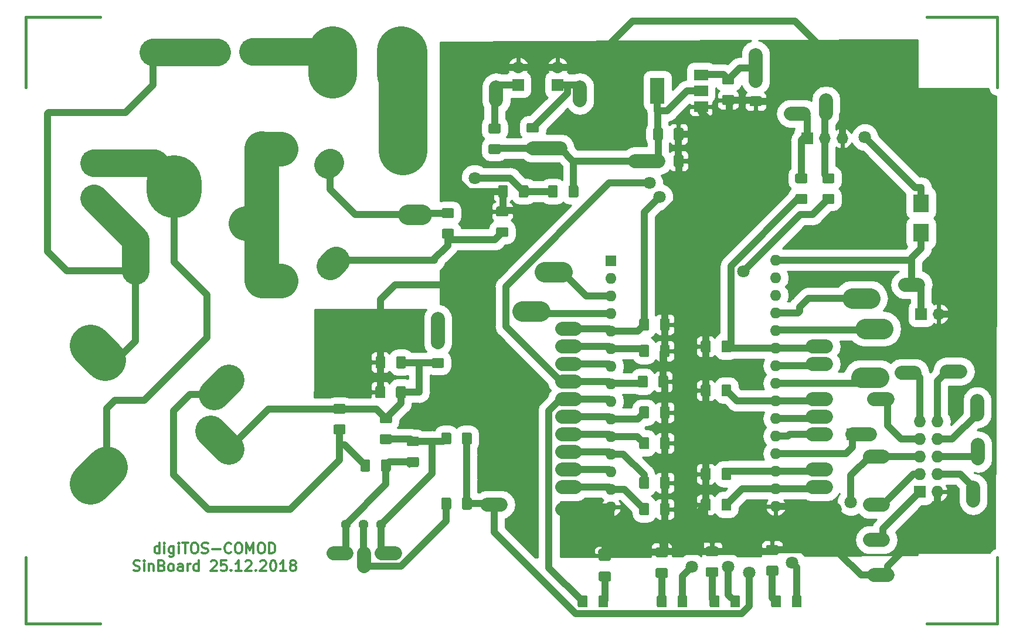
<source format=gbr>
%TF.GenerationSoftware,KiCad,Pcbnew,(6.0.0-rc1-dev-1444-gad0d9f8df)*%
%TF.CreationDate,2019-01-02T13:44:11+02:00*%
%TF.ProjectId,digiTOS-COMOD-SinBoard-routed-2,64696769-544f-4532-9d43-4f4d4f442d53,rev?*%
%TF.SameCoordinates,Original*%
%TF.FileFunction,Copper,L1,Top*%
%TF.FilePolarity,Positive*%
%FSLAX46Y46*%
G04 Gerber Fmt 4.6, Leading zero omitted, Abs format (unit mm)*
G04 Created by KiCad (PCBNEW (6.0.0-rc1-dev-1444-gad0d9f8df)) date 02/01/2019 13:44:12*
%MOMM*%
%LPD*%
G04 APERTURE LIST*
%ADD10C,0.400000*%
%TA.AperFunction,NonConductor*%
%ADD11C,0.300000*%
%TD*%
%TA.AperFunction,ComponentPad*%
%ADD12C,2.000000*%
%TD*%
%TA.AperFunction,ComponentPad*%
%ADD13R,2.000000X2.000000*%
%TD*%
%TA.AperFunction,ComponentPad*%
%ADD14C,2.780000*%
%TD*%
%TA.AperFunction,ComponentPad*%
%ADD15R,3.000000X3.000000*%
%TD*%
%TA.AperFunction,ComponentPad*%
%ADD16C,3.000000*%
%TD*%
%TA.AperFunction,ComponentPad*%
%ADD17C,5.999480*%
%TD*%
%TA.AperFunction,ComponentPad*%
%ADD18R,1.700000X1.700000*%
%TD*%
%TA.AperFunction,ComponentPad*%
%ADD19O,1.700000X1.700000*%
%TD*%
%TA.AperFunction,Conductor*%
%ADD20C,0.150000*%
%TD*%
%TA.AperFunction,SMDPad,CuDef*%
%ADD21C,1.425000*%
%TD*%
%TA.AperFunction,SMDPad,CuDef*%
%ADD22R,2.000000X3.800000*%
%TD*%
%TA.AperFunction,SMDPad,CuDef*%
%ADD23R,2.000000X1.500000*%
%TD*%
%TA.AperFunction,SMDPad,CuDef*%
%ADD24R,2.300000X2.500000*%
%TD*%
%TA.AperFunction,ComponentPad*%
%ADD25C,1.440000*%
%TD*%
%TA.AperFunction,ComponentPad*%
%ADD26R,1.727200X1.727200*%
%TD*%
%TA.AperFunction,ComponentPad*%
%ADD27O,1.727200X1.727200*%
%TD*%
%TA.AperFunction,ComponentPad*%
%ADD28C,1.524000*%
%TD*%
%TA.AperFunction,ComponentPad*%
%ADD29C,1.520000*%
%TD*%
%TA.AperFunction,ComponentPad*%
%ADD30R,1.600000X1.600000*%
%TD*%
%TA.AperFunction,ComponentPad*%
%ADD31O,1.600000X1.600000*%
%TD*%
%TA.AperFunction,ViaPad*%
%ADD32C,1.800000*%
%TD*%
%TA.AperFunction,Conductor*%
%ADD33C,1.000000*%
%TD*%
%TA.AperFunction,Conductor*%
%ADD34C,2.000000*%
%TD*%
%TA.AperFunction,Conductor*%
%ADD35C,0.600000*%
%TD*%
%TA.AperFunction,Conductor*%
%ADD36C,0.250000*%
%TD*%
%TA.AperFunction,Conductor*%
%ADD37C,4.000000*%
%TD*%
%TA.AperFunction,Conductor*%
%ADD38C,6.000000*%
%TD*%
%TA.AperFunction,Conductor*%
%ADD39C,7.000000*%
%TD*%
%TA.AperFunction,Conductor*%
%ADD40C,4.500000*%
%TD*%
%TA.AperFunction,Conductor*%
%ADD41C,8.000000*%
%TD*%
%TA.AperFunction,Conductor*%
%ADD42C,3.000000*%
%TD*%
%TA.AperFunction,Conductor*%
%ADD43C,5.000000*%
%TD*%
%TA.AperFunction,Conductor*%
%ADD44C,0.254000*%
%TD*%
G04 APERTURE END LIST*
D10*
X250825000Y-43180000D02*
X249555000Y-43180000D01*
X249555000Y-43180000D02*
X240665000Y-43180000D01*
X250825000Y-43180000D02*
X250825000Y-53340000D01*
X250825000Y-130810000D02*
X240665000Y-130810000D01*
X250825000Y-130810000D02*
X250825000Y-121285000D01*
X110490000Y-53340000D02*
X110490000Y-52070000D01*
X110490000Y-52070000D02*
X110490000Y-43180000D01*
X110490000Y-43180000D02*
X121285000Y-43180000D01*
X110490000Y-124460000D02*
X110490000Y-121285000D01*
X110490000Y-130810000D02*
X121285000Y-130810000D01*
X110490000Y-124460000D02*
X110490000Y-130810000D01*
D11*
X129795000Y-120688571D02*
X129795000Y-119188571D01*
X129795000Y-120617142D02*
X129652142Y-120688571D01*
X129366428Y-120688571D01*
X129223571Y-120617142D01*
X129152142Y-120545714D01*
X129080714Y-120402857D01*
X129080714Y-119974285D01*
X129152142Y-119831428D01*
X129223571Y-119760000D01*
X129366428Y-119688571D01*
X129652142Y-119688571D01*
X129795000Y-119760000D01*
X130509285Y-120688571D02*
X130509285Y-119688571D01*
X130509285Y-119188571D02*
X130437857Y-119260000D01*
X130509285Y-119331428D01*
X130580714Y-119260000D01*
X130509285Y-119188571D01*
X130509285Y-119331428D01*
X131866428Y-119688571D02*
X131866428Y-120902857D01*
X131795000Y-121045714D01*
X131723571Y-121117142D01*
X131580714Y-121188571D01*
X131366428Y-121188571D01*
X131223571Y-121117142D01*
X131866428Y-120617142D02*
X131723571Y-120688571D01*
X131437857Y-120688571D01*
X131295000Y-120617142D01*
X131223571Y-120545714D01*
X131152142Y-120402857D01*
X131152142Y-119974285D01*
X131223571Y-119831428D01*
X131295000Y-119760000D01*
X131437857Y-119688571D01*
X131723571Y-119688571D01*
X131866428Y-119760000D01*
X132580714Y-120688571D02*
X132580714Y-119688571D01*
X132580714Y-119188571D02*
X132509285Y-119260000D01*
X132580714Y-119331428D01*
X132652142Y-119260000D01*
X132580714Y-119188571D01*
X132580714Y-119331428D01*
X133080714Y-119188571D02*
X133937857Y-119188571D01*
X133509285Y-120688571D02*
X133509285Y-119188571D01*
X134723571Y-119188571D02*
X135009285Y-119188571D01*
X135152142Y-119260000D01*
X135295000Y-119402857D01*
X135366428Y-119688571D01*
X135366428Y-120188571D01*
X135295000Y-120474285D01*
X135152142Y-120617142D01*
X135009285Y-120688571D01*
X134723571Y-120688571D01*
X134580714Y-120617142D01*
X134437857Y-120474285D01*
X134366428Y-120188571D01*
X134366428Y-119688571D01*
X134437857Y-119402857D01*
X134580714Y-119260000D01*
X134723571Y-119188571D01*
X135937857Y-120617142D02*
X136152142Y-120688571D01*
X136509285Y-120688571D01*
X136652142Y-120617142D01*
X136723571Y-120545714D01*
X136795000Y-120402857D01*
X136795000Y-120260000D01*
X136723571Y-120117142D01*
X136652142Y-120045714D01*
X136509285Y-119974285D01*
X136223571Y-119902857D01*
X136080714Y-119831428D01*
X136009285Y-119760000D01*
X135937857Y-119617142D01*
X135937857Y-119474285D01*
X136009285Y-119331428D01*
X136080714Y-119260000D01*
X136223571Y-119188571D01*
X136580714Y-119188571D01*
X136795000Y-119260000D01*
X137437857Y-120117142D02*
X138580714Y-120117142D01*
X140152142Y-120545714D02*
X140080714Y-120617142D01*
X139866428Y-120688571D01*
X139723571Y-120688571D01*
X139509285Y-120617142D01*
X139366428Y-120474285D01*
X139295000Y-120331428D01*
X139223571Y-120045714D01*
X139223571Y-119831428D01*
X139295000Y-119545714D01*
X139366428Y-119402857D01*
X139509285Y-119260000D01*
X139723571Y-119188571D01*
X139866428Y-119188571D01*
X140080714Y-119260000D01*
X140152142Y-119331428D01*
X141080714Y-119188571D02*
X141366428Y-119188571D01*
X141509285Y-119260000D01*
X141652142Y-119402857D01*
X141723571Y-119688571D01*
X141723571Y-120188571D01*
X141652142Y-120474285D01*
X141509285Y-120617142D01*
X141366428Y-120688571D01*
X141080714Y-120688571D01*
X140937857Y-120617142D01*
X140795000Y-120474285D01*
X140723571Y-120188571D01*
X140723571Y-119688571D01*
X140795000Y-119402857D01*
X140937857Y-119260000D01*
X141080714Y-119188571D01*
X142366428Y-120688571D02*
X142366428Y-119188571D01*
X142866428Y-120260000D01*
X143366428Y-119188571D01*
X143366428Y-120688571D01*
X144366428Y-119188571D02*
X144652142Y-119188571D01*
X144795000Y-119260000D01*
X144937857Y-119402857D01*
X145009285Y-119688571D01*
X145009285Y-120188571D01*
X144937857Y-120474285D01*
X144795000Y-120617142D01*
X144652142Y-120688571D01*
X144366428Y-120688571D01*
X144223571Y-120617142D01*
X144080714Y-120474285D01*
X144009285Y-120188571D01*
X144009285Y-119688571D01*
X144080714Y-119402857D01*
X144223571Y-119260000D01*
X144366428Y-119188571D01*
X145652142Y-120688571D02*
X145652142Y-119188571D01*
X146009285Y-119188571D01*
X146223571Y-119260000D01*
X146366428Y-119402857D01*
X146437857Y-119545714D01*
X146509285Y-119831428D01*
X146509285Y-120045714D01*
X146437857Y-120331428D01*
X146366428Y-120474285D01*
X146223571Y-120617142D01*
X146009285Y-120688571D01*
X145652142Y-120688571D01*
X126080714Y-123167142D02*
X126295000Y-123238571D01*
X126652142Y-123238571D01*
X126795000Y-123167142D01*
X126866428Y-123095714D01*
X126937857Y-122952857D01*
X126937857Y-122810000D01*
X126866428Y-122667142D01*
X126795000Y-122595714D01*
X126652142Y-122524285D01*
X126366428Y-122452857D01*
X126223571Y-122381428D01*
X126152142Y-122310000D01*
X126080714Y-122167142D01*
X126080714Y-122024285D01*
X126152142Y-121881428D01*
X126223571Y-121810000D01*
X126366428Y-121738571D01*
X126723571Y-121738571D01*
X126937857Y-121810000D01*
X127580714Y-123238571D02*
X127580714Y-122238571D01*
X127580714Y-121738571D02*
X127509285Y-121810000D01*
X127580714Y-121881428D01*
X127652142Y-121810000D01*
X127580714Y-121738571D01*
X127580714Y-121881428D01*
X128295000Y-122238571D02*
X128295000Y-123238571D01*
X128295000Y-122381428D02*
X128366428Y-122310000D01*
X128509285Y-122238571D01*
X128723571Y-122238571D01*
X128866428Y-122310000D01*
X128937857Y-122452857D01*
X128937857Y-123238571D01*
X130152142Y-122452857D02*
X130366428Y-122524285D01*
X130437857Y-122595714D01*
X130509285Y-122738571D01*
X130509285Y-122952857D01*
X130437857Y-123095714D01*
X130366428Y-123167142D01*
X130223571Y-123238571D01*
X129652142Y-123238571D01*
X129652142Y-121738571D01*
X130152142Y-121738571D01*
X130295000Y-121810000D01*
X130366428Y-121881428D01*
X130437857Y-122024285D01*
X130437857Y-122167142D01*
X130366428Y-122310000D01*
X130295000Y-122381428D01*
X130152142Y-122452857D01*
X129652142Y-122452857D01*
X131366428Y-123238571D02*
X131223571Y-123167142D01*
X131152142Y-123095714D01*
X131080714Y-122952857D01*
X131080714Y-122524285D01*
X131152142Y-122381428D01*
X131223571Y-122310000D01*
X131366428Y-122238571D01*
X131580714Y-122238571D01*
X131723571Y-122310000D01*
X131795000Y-122381428D01*
X131866428Y-122524285D01*
X131866428Y-122952857D01*
X131795000Y-123095714D01*
X131723571Y-123167142D01*
X131580714Y-123238571D01*
X131366428Y-123238571D01*
X133152142Y-123238571D02*
X133152142Y-122452857D01*
X133080714Y-122310000D01*
X132937857Y-122238571D01*
X132652142Y-122238571D01*
X132509285Y-122310000D01*
X133152142Y-123167142D02*
X133009285Y-123238571D01*
X132652142Y-123238571D01*
X132509285Y-123167142D01*
X132437857Y-123024285D01*
X132437857Y-122881428D01*
X132509285Y-122738571D01*
X132652142Y-122667142D01*
X133009285Y-122667142D01*
X133152142Y-122595714D01*
X133866428Y-123238571D02*
X133866428Y-122238571D01*
X133866428Y-122524285D02*
X133937857Y-122381428D01*
X134009285Y-122310000D01*
X134152142Y-122238571D01*
X134295000Y-122238571D01*
X135437857Y-123238571D02*
X135437857Y-121738571D01*
X135437857Y-123167142D02*
X135295000Y-123238571D01*
X135009285Y-123238571D01*
X134866428Y-123167142D01*
X134795000Y-123095714D01*
X134723571Y-122952857D01*
X134723571Y-122524285D01*
X134795000Y-122381428D01*
X134866428Y-122310000D01*
X135009285Y-122238571D01*
X135295000Y-122238571D01*
X135437857Y-122310000D01*
X137223571Y-121881428D02*
X137295000Y-121810000D01*
X137437857Y-121738571D01*
X137795000Y-121738571D01*
X137937857Y-121810000D01*
X138009285Y-121881428D01*
X138080714Y-122024285D01*
X138080714Y-122167142D01*
X138009285Y-122381428D01*
X137152142Y-123238571D01*
X138080714Y-123238571D01*
X139437857Y-121738571D02*
X138723571Y-121738571D01*
X138652142Y-122452857D01*
X138723571Y-122381428D01*
X138866428Y-122310000D01*
X139223571Y-122310000D01*
X139366428Y-122381428D01*
X139437857Y-122452857D01*
X139509285Y-122595714D01*
X139509285Y-122952857D01*
X139437857Y-123095714D01*
X139366428Y-123167142D01*
X139223571Y-123238571D01*
X138866428Y-123238571D01*
X138723571Y-123167142D01*
X138652142Y-123095714D01*
X140152142Y-123095714D02*
X140223571Y-123167142D01*
X140152142Y-123238571D01*
X140080714Y-123167142D01*
X140152142Y-123095714D01*
X140152142Y-123238571D01*
X141652142Y-123238571D02*
X140795000Y-123238571D01*
X141223571Y-123238571D02*
X141223571Y-121738571D01*
X141080714Y-121952857D01*
X140937857Y-122095714D01*
X140795000Y-122167142D01*
X142223571Y-121881428D02*
X142295000Y-121810000D01*
X142437857Y-121738571D01*
X142795000Y-121738571D01*
X142937857Y-121810000D01*
X143009285Y-121881428D01*
X143080714Y-122024285D01*
X143080714Y-122167142D01*
X143009285Y-122381428D01*
X142152142Y-123238571D01*
X143080714Y-123238571D01*
X143723571Y-123095714D02*
X143795000Y-123167142D01*
X143723571Y-123238571D01*
X143652142Y-123167142D01*
X143723571Y-123095714D01*
X143723571Y-123238571D01*
X144366428Y-121881428D02*
X144437857Y-121810000D01*
X144580714Y-121738571D01*
X144937857Y-121738571D01*
X145080714Y-121810000D01*
X145152142Y-121881428D01*
X145223571Y-122024285D01*
X145223571Y-122167142D01*
X145152142Y-122381428D01*
X144295000Y-123238571D01*
X145223571Y-123238571D01*
X146152142Y-121738571D02*
X146295000Y-121738571D01*
X146437857Y-121810000D01*
X146509285Y-121881428D01*
X146580714Y-122024285D01*
X146652142Y-122310000D01*
X146652142Y-122667142D01*
X146580714Y-122952857D01*
X146509285Y-123095714D01*
X146437857Y-123167142D01*
X146295000Y-123238571D01*
X146152142Y-123238571D01*
X146009285Y-123167142D01*
X145937857Y-123095714D01*
X145866428Y-122952857D01*
X145795000Y-122667142D01*
X145795000Y-122310000D01*
X145866428Y-122024285D01*
X145937857Y-121881428D01*
X146009285Y-121810000D01*
X146152142Y-121738571D01*
X148080714Y-123238571D02*
X147223571Y-123238571D01*
X147652142Y-123238571D02*
X147652142Y-121738571D01*
X147509285Y-121952857D01*
X147366428Y-122095714D01*
X147223571Y-122167142D01*
X148937857Y-122381428D02*
X148795000Y-122310000D01*
X148723571Y-122238571D01*
X148652142Y-122095714D01*
X148652142Y-122024285D01*
X148723571Y-121881428D01*
X148795000Y-121810000D01*
X148937857Y-121738571D01*
X149223571Y-121738571D01*
X149366428Y-121810000D01*
X149437857Y-121881428D01*
X149509285Y-122024285D01*
X149509285Y-122095714D01*
X149437857Y-122238571D01*
X149366428Y-122310000D01*
X149223571Y-122381428D01*
X148937857Y-122381428D01*
X148795000Y-122452857D01*
X148723571Y-122524285D01*
X148652142Y-122667142D01*
X148652142Y-122952857D01*
X148723571Y-123095714D01*
X148795000Y-123167142D01*
X148937857Y-123238571D01*
X149223571Y-123238571D01*
X149366428Y-123167142D01*
X149437857Y-123095714D01*
X149509285Y-122952857D01*
X149509285Y-122667142D01*
X149437857Y-122524285D01*
X149366428Y-122452857D01*
X149223571Y-122381428D01*
D12*
%TO.P,T1,7*%
%TO.N,V_Trans_out1*%
X137200000Y-102700000D03*
%TO.P,T1,6*%
%TO.N,V_Trans_out2*%
X137200000Y-97700000D03*
%TO.P,T1,4*%
%TO.N,NEUT*%
X122200000Y-92700000D03*
D13*
%TO.P,T1,1*%
%TO.N,LINE*%
X122200000Y-107700000D03*
%TD*%
D12*
%TO.P,T2,9*%
%TO.N,V_Trans_out1*%
X139800000Y-105600000D03*
%TO.P,T2,7*%
%TO.N,V_Trans_out2*%
X139800000Y-95600000D03*
%TO.P,T2,5*%
%TO.N,NEUT*%
X119800000Y-90600000D03*
D13*
%TO.P,T2,1*%
%TO.N,LINE*%
X119800000Y-110600000D03*
%TD*%
D14*
%TO.P,F1,1*%
%TO.N,AC*%
X164700000Y-48000000D03*
X164700000Y-51400000D03*
%TO.P,F1,2*%
%TO.N,Net-(F1-Pad2)*%
X154780000Y-48000000D03*
X154780000Y-51400000D03*
%TD*%
D15*
%TO.P,NEUT-LINE_IN1,1*%
%TO.N,Net-(F1-Pad2)*%
X143300000Y-48200000D03*
D16*
%TO.P,NEUT-LINE_IN1,2*%
%TO.N,NEUT*%
X138220000Y-48200000D03*
%TD*%
D17*
%TO.P,J3,1*%
%TO.N,AC*%
X164900000Y-62550000D03*
%TD*%
%TO.P,J4,1*%
%TO.N,LINE*%
X131900000Y-67200000D03*
%TD*%
D15*
%TO.P,NEUT-LINE_OUT1,1*%
%TO.N,LINE*%
X120300000Y-64300000D03*
D16*
%TO.P,NEUT-LINE_OUT1,2*%
%TO.N,NEUT*%
X120300000Y-69380000D03*
%TD*%
D18*
%TO.P,RAW-GND1,1*%
%TO.N,+12V*%
X239800000Y-86100000D03*
D19*
%TO.P,RAW-GND1,2*%
%TO.N,GND*%
X242340000Y-86100000D03*
%TD*%
D20*
%TO.N,GND*%
%TO.C,C1*%
G36*
X216549504Y-54676204D02*
G01*
X216573773Y-54679804D01*
X216597571Y-54685765D01*
X216620671Y-54694030D01*
X216642849Y-54704520D01*
X216663893Y-54717133D01*
X216683598Y-54731747D01*
X216701777Y-54748223D01*
X216718253Y-54766402D01*
X216732867Y-54786107D01*
X216745480Y-54807151D01*
X216755970Y-54829329D01*
X216764235Y-54852429D01*
X216770196Y-54876227D01*
X216773796Y-54900496D01*
X216775000Y-54925000D01*
X216775000Y-55850000D01*
X216773796Y-55874504D01*
X216770196Y-55898773D01*
X216764235Y-55922571D01*
X216755970Y-55945671D01*
X216745480Y-55967849D01*
X216732867Y-55988893D01*
X216718253Y-56008598D01*
X216701777Y-56026777D01*
X216683598Y-56043253D01*
X216663893Y-56057867D01*
X216642849Y-56070480D01*
X216620671Y-56080970D01*
X216597571Y-56089235D01*
X216573773Y-56095196D01*
X216549504Y-56098796D01*
X216525000Y-56100000D01*
X215275000Y-56100000D01*
X215250496Y-56098796D01*
X215226227Y-56095196D01*
X215202429Y-56089235D01*
X215179329Y-56080970D01*
X215157151Y-56070480D01*
X215136107Y-56057867D01*
X215116402Y-56043253D01*
X215098223Y-56026777D01*
X215081747Y-56008598D01*
X215067133Y-55988893D01*
X215054520Y-55967849D01*
X215044030Y-55945671D01*
X215035765Y-55922571D01*
X215029804Y-55898773D01*
X215026204Y-55874504D01*
X215025000Y-55850000D01*
X215025000Y-54925000D01*
X215026204Y-54900496D01*
X215029804Y-54876227D01*
X215035765Y-54852429D01*
X215044030Y-54829329D01*
X215054520Y-54807151D01*
X215067133Y-54786107D01*
X215081747Y-54766402D01*
X215098223Y-54748223D01*
X215116402Y-54731747D01*
X215136107Y-54717133D01*
X215157151Y-54704520D01*
X215179329Y-54694030D01*
X215202429Y-54685765D01*
X215226227Y-54679804D01*
X215250496Y-54676204D01*
X215275000Y-54675000D01*
X216525000Y-54675000D01*
X216549504Y-54676204D01*
X216549504Y-54676204D01*
G37*
D21*
%TD*%
%TO.P,C1,2*%
%TO.N,GND*%
X215900000Y-55387500D03*
D20*
%TO.N,Net-(C1-Pad1)*%
%TO.C,C1*%
G36*
X216549504Y-51701204D02*
G01*
X216573773Y-51704804D01*
X216597571Y-51710765D01*
X216620671Y-51719030D01*
X216642849Y-51729520D01*
X216663893Y-51742133D01*
X216683598Y-51756747D01*
X216701777Y-51773223D01*
X216718253Y-51791402D01*
X216732867Y-51811107D01*
X216745480Y-51832151D01*
X216755970Y-51854329D01*
X216764235Y-51877429D01*
X216770196Y-51901227D01*
X216773796Y-51925496D01*
X216775000Y-51950000D01*
X216775000Y-52875000D01*
X216773796Y-52899504D01*
X216770196Y-52923773D01*
X216764235Y-52947571D01*
X216755970Y-52970671D01*
X216745480Y-52992849D01*
X216732867Y-53013893D01*
X216718253Y-53033598D01*
X216701777Y-53051777D01*
X216683598Y-53068253D01*
X216663893Y-53082867D01*
X216642849Y-53095480D01*
X216620671Y-53105970D01*
X216597571Y-53114235D01*
X216573773Y-53120196D01*
X216549504Y-53123796D01*
X216525000Y-53125000D01*
X215275000Y-53125000D01*
X215250496Y-53123796D01*
X215226227Y-53120196D01*
X215202429Y-53114235D01*
X215179329Y-53105970D01*
X215157151Y-53095480D01*
X215136107Y-53082867D01*
X215116402Y-53068253D01*
X215098223Y-53051777D01*
X215081747Y-53033598D01*
X215067133Y-53013893D01*
X215054520Y-52992849D01*
X215044030Y-52970671D01*
X215035765Y-52947571D01*
X215029804Y-52923773D01*
X215026204Y-52899504D01*
X215025000Y-52875000D01*
X215025000Y-51950000D01*
X215026204Y-51925496D01*
X215029804Y-51901227D01*
X215035765Y-51877429D01*
X215044030Y-51854329D01*
X215054520Y-51832151D01*
X215067133Y-51811107D01*
X215081747Y-51791402D01*
X215098223Y-51773223D01*
X215116402Y-51756747D01*
X215136107Y-51742133D01*
X215157151Y-51729520D01*
X215179329Y-51719030D01*
X215202429Y-51710765D01*
X215226227Y-51704804D01*
X215250496Y-51701204D01*
X215275000Y-51700000D01*
X216525000Y-51700000D01*
X216549504Y-51701204D01*
X216549504Y-51701204D01*
G37*
D21*
%TD*%
%TO.P,C1,1*%
%TO.N,Net-(C1-Pad1)*%
X215900000Y-52412500D03*
D20*
%TO.N,Net-(C1-Pad1)*%
%TO.C,C2*%
G36*
X212576504Y-51518304D02*
G01*
X212600773Y-51521904D01*
X212624571Y-51527865D01*
X212647671Y-51536130D01*
X212669849Y-51546620D01*
X212690893Y-51559233D01*
X212710598Y-51573847D01*
X212728777Y-51590323D01*
X212745253Y-51608502D01*
X212759867Y-51628207D01*
X212772480Y-51649251D01*
X212782970Y-51671429D01*
X212791235Y-51694529D01*
X212797196Y-51718327D01*
X212800796Y-51742596D01*
X212802000Y-51767100D01*
X212802000Y-52692100D01*
X212800796Y-52716604D01*
X212797196Y-52740873D01*
X212791235Y-52764671D01*
X212782970Y-52787771D01*
X212772480Y-52809949D01*
X212759867Y-52830993D01*
X212745253Y-52850698D01*
X212728777Y-52868877D01*
X212710598Y-52885353D01*
X212690893Y-52899967D01*
X212669849Y-52912580D01*
X212647671Y-52923070D01*
X212624571Y-52931335D01*
X212600773Y-52937296D01*
X212576504Y-52940896D01*
X212552000Y-52942100D01*
X211302000Y-52942100D01*
X211277496Y-52940896D01*
X211253227Y-52937296D01*
X211229429Y-52931335D01*
X211206329Y-52923070D01*
X211184151Y-52912580D01*
X211163107Y-52899967D01*
X211143402Y-52885353D01*
X211125223Y-52868877D01*
X211108747Y-52850698D01*
X211094133Y-52830993D01*
X211081520Y-52809949D01*
X211071030Y-52787771D01*
X211062765Y-52764671D01*
X211056804Y-52740873D01*
X211053204Y-52716604D01*
X211052000Y-52692100D01*
X211052000Y-51767100D01*
X211053204Y-51742596D01*
X211056804Y-51718327D01*
X211062765Y-51694529D01*
X211071030Y-51671429D01*
X211081520Y-51649251D01*
X211094133Y-51628207D01*
X211108747Y-51608502D01*
X211125223Y-51590323D01*
X211143402Y-51573847D01*
X211163107Y-51559233D01*
X211184151Y-51546620D01*
X211206329Y-51536130D01*
X211229429Y-51527865D01*
X211253227Y-51521904D01*
X211277496Y-51518304D01*
X211302000Y-51517100D01*
X212552000Y-51517100D01*
X212576504Y-51518304D01*
X212576504Y-51518304D01*
G37*
D21*
%TD*%
%TO.P,C2,1*%
%TO.N,Net-(C1-Pad1)*%
X211927000Y-52229600D03*
D20*
%TO.N,GND*%
%TO.C,C2*%
G36*
X212576504Y-54493304D02*
G01*
X212600773Y-54496904D01*
X212624571Y-54502865D01*
X212647671Y-54511130D01*
X212669849Y-54521620D01*
X212690893Y-54534233D01*
X212710598Y-54548847D01*
X212728777Y-54565323D01*
X212745253Y-54583502D01*
X212759867Y-54603207D01*
X212772480Y-54624251D01*
X212782970Y-54646429D01*
X212791235Y-54669529D01*
X212797196Y-54693327D01*
X212800796Y-54717596D01*
X212802000Y-54742100D01*
X212802000Y-55667100D01*
X212800796Y-55691604D01*
X212797196Y-55715873D01*
X212791235Y-55739671D01*
X212782970Y-55762771D01*
X212772480Y-55784949D01*
X212759867Y-55805993D01*
X212745253Y-55825698D01*
X212728777Y-55843877D01*
X212710598Y-55860353D01*
X212690893Y-55874967D01*
X212669849Y-55887580D01*
X212647671Y-55898070D01*
X212624571Y-55906335D01*
X212600773Y-55912296D01*
X212576504Y-55915896D01*
X212552000Y-55917100D01*
X211302000Y-55917100D01*
X211277496Y-55915896D01*
X211253227Y-55912296D01*
X211229429Y-55906335D01*
X211206329Y-55898070D01*
X211184151Y-55887580D01*
X211163107Y-55874967D01*
X211143402Y-55860353D01*
X211125223Y-55843877D01*
X211108747Y-55825698D01*
X211094133Y-55805993D01*
X211081520Y-55784949D01*
X211071030Y-55762771D01*
X211062765Y-55739671D01*
X211056804Y-55715873D01*
X211053204Y-55691604D01*
X211052000Y-55667100D01*
X211052000Y-54742100D01*
X211053204Y-54717596D01*
X211056804Y-54693327D01*
X211062765Y-54669529D01*
X211071030Y-54646429D01*
X211081520Y-54624251D01*
X211094133Y-54603207D01*
X211108747Y-54583502D01*
X211125223Y-54565323D01*
X211143402Y-54548847D01*
X211163107Y-54534233D01*
X211184151Y-54521620D01*
X211206329Y-54511130D01*
X211229429Y-54502865D01*
X211253227Y-54496904D01*
X211277496Y-54493304D01*
X211302000Y-54492100D01*
X212552000Y-54492100D01*
X212576504Y-54493304D01*
X212576504Y-54493304D01*
G37*
D21*
%TD*%
%TO.P,C2,2*%
%TO.N,GND*%
X211927000Y-55204600D03*
D20*
%TO.N,+3V3*%
%TO.C,C3*%
G36*
X202276504Y-59243304D02*
G01*
X202300773Y-59246904D01*
X202324571Y-59252865D01*
X202347671Y-59261130D01*
X202369849Y-59271620D01*
X202390893Y-59284233D01*
X202410598Y-59298847D01*
X202428777Y-59315323D01*
X202445253Y-59333502D01*
X202459867Y-59353207D01*
X202472480Y-59374251D01*
X202482970Y-59396429D01*
X202491235Y-59419529D01*
X202497196Y-59443327D01*
X202500796Y-59467596D01*
X202502000Y-59492100D01*
X202502000Y-60742100D01*
X202500796Y-60766604D01*
X202497196Y-60790873D01*
X202491235Y-60814671D01*
X202482970Y-60837771D01*
X202472480Y-60859949D01*
X202459867Y-60880993D01*
X202445253Y-60900698D01*
X202428777Y-60918877D01*
X202410598Y-60935353D01*
X202390893Y-60949967D01*
X202369849Y-60962580D01*
X202347671Y-60973070D01*
X202324571Y-60981335D01*
X202300773Y-60987296D01*
X202276504Y-60990896D01*
X202252000Y-60992100D01*
X201327000Y-60992100D01*
X201302496Y-60990896D01*
X201278227Y-60987296D01*
X201254429Y-60981335D01*
X201231329Y-60973070D01*
X201209151Y-60962580D01*
X201188107Y-60949967D01*
X201168402Y-60935353D01*
X201150223Y-60918877D01*
X201133747Y-60900698D01*
X201119133Y-60880993D01*
X201106520Y-60859949D01*
X201096030Y-60837771D01*
X201087765Y-60814671D01*
X201081804Y-60790873D01*
X201078204Y-60766604D01*
X201077000Y-60742100D01*
X201077000Y-59492100D01*
X201078204Y-59467596D01*
X201081804Y-59443327D01*
X201087765Y-59419529D01*
X201096030Y-59396429D01*
X201106520Y-59374251D01*
X201119133Y-59353207D01*
X201133747Y-59333502D01*
X201150223Y-59315323D01*
X201168402Y-59298847D01*
X201188107Y-59284233D01*
X201209151Y-59271620D01*
X201231329Y-59261130D01*
X201254429Y-59252865D01*
X201278227Y-59246904D01*
X201302496Y-59243304D01*
X201327000Y-59242100D01*
X202252000Y-59242100D01*
X202276504Y-59243304D01*
X202276504Y-59243304D01*
G37*
D21*
%TD*%
%TO.P,C3,1*%
%TO.N,+3V3*%
X201789500Y-60117100D03*
D20*
%TO.N,GND*%
%TO.C,C3*%
G36*
X205251504Y-59243304D02*
G01*
X205275773Y-59246904D01*
X205299571Y-59252865D01*
X205322671Y-59261130D01*
X205344849Y-59271620D01*
X205365893Y-59284233D01*
X205385598Y-59298847D01*
X205403777Y-59315323D01*
X205420253Y-59333502D01*
X205434867Y-59353207D01*
X205447480Y-59374251D01*
X205457970Y-59396429D01*
X205466235Y-59419529D01*
X205472196Y-59443327D01*
X205475796Y-59467596D01*
X205477000Y-59492100D01*
X205477000Y-60742100D01*
X205475796Y-60766604D01*
X205472196Y-60790873D01*
X205466235Y-60814671D01*
X205457970Y-60837771D01*
X205447480Y-60859949D01*
X205434867Y-60880993D01*
X205420253Y-60900698D01*
X205403777Y-60918877D01*
X205385598Y-60935353D01*
X205365893Y-60949967D01*
X205344849Y-60962580D01*
X205322671Y-60973070D01*
X205299571Y-60981335D01*
X205275773Y-60987296D01*
X205251504Y-60990896D01*
X205227000Y-60992100D01*
X204302000Y-60992100D01*
X204277496Y-60990896D01*
X204253227Y-60987296D01*
X204229429Y-60981335D01*
X204206329Y-60973070D01*
X204184151Y-60962580D01*
X204163107Y-60949967D01*
X204143402Y-60935353D01*
X204125223Y-60918877D01*
X204108747Y-60900698D01*
X204094133Y-60880993D01*
X204081520Y-60859949D01*
X204071030Y-60837771D01*
X204062765Y-60814671D01*
X204056804Y-60790873D01*
X204053204Y-60766604D01*
X204052000Y-60742100D01*
X204052000Y-59492100D01*
X204053204Y-59467596D01*
X204056804Y-59443327D01*
X204062765Y-59419529D01*
X204071030Y-59396429D01*
X204081520Y-59374251D01*
X204094133Y-59353207D01*
X204108747Y-59333502D01*
X204125223Y-59315323D01*
X204143402Y-59298847D01*
X204163107Y-59284233D01*
X204184151Y-59271620D01*
X204206329Y-59261130D01*
X204229429Y-59252865D01*
X204253227Y-59246904D01*
X204277496Y-59243304D01*
X204302000Y-59242100D01*
X205227000Y-59242100D01*
X205251504Y-59243304D01*
X205251504Y-59243304D01*
G37*
D21*
%TD*%
%TO.P,C3,2*%
%TO.N,GND*%
X204764500Y-60117100D03*
D20*
%TO.N,GND*%
%TO.C,C4*%
G36*
X205274504Y-63126204D02*
G01*
X205298773Y-63129804D01*
X205322571Y-63135765D01*
X205345671Y-63144030D01*
X205367849Y-63154520D01*
X205388893Y-63167133D01*
X205408598Y-63181747D01*
X205426777Y-63198223D01*
X205443253Y-63216402D01*
X205457867Y-63236107D01*
X205470480Y-63257151D01*
X205480970Y-63279329D01*
X205489235Y-63302429D01*
X205495196Y-63326227D01*
X205498796Y-63350496D01*
X205500000Y-63375000D01*
X205500000Y-64625000D01*
X205498796Y-64649504D01*
X205495196Y-64673773D01*
X205489235Y-64697571D01*
X205480970Y-64720671D01*
X205470480Y-64742849D01*
X205457867Y-64763893D01*
X205443253Y-64783598D01*
X205426777Y-64801777D01*
X205408598Y-64818253D01*
X205388893Y-64832867D01*
X205367849Y-64845480D01*
X205345671Y-64855970D01*
X205322571Y-64864235D01*
X205298773Y-64870196D01*
X205274504Y-64873796D01*
X205250000Y-64875000D01*
X204325000Y-64875000D01*
X204300496Y-64873796D01*
X204276227Y-64870196D01*
X204252429Y-64864235D01*
X204229329Y-64855970D01*
X204207151Y-64845480D01*
X204186107Y-64832867D01*
X204166402Y-64818253D01*
X204148223Y-64801777D01*
X204131747Y-64783598D01*
X204117133Y-64763893D01*
X204104520Y-64742849D01*
X204094030Y-64720671D01*
X204085765Y-64697571D01*
X204079804Y-64673773D01*
X204076204Y-64649504D01*
X204075000Y-64625000D01*
X204075000Y-63375000D01*
X204076204Y-63350496D01*
X204079804Y-63326227D01*
X204085765Y-63302429D01*
X204094030Y-63279329D01*
X204104520Y-63257151D01*
X204117133Y-63236107D01*
X204131747Y-63216402D01*
X204148223Y-63198223D01*
X204166402Y-63181747D01*
X204186107Y-63167133D01*
X204207151Y-63154520D01*
X204229329Y-63144030D01*
X204252429Y-63135765D01*
X204276227Y-63129804D01*
X204300496Y-63126204D01*
X204325000Y-63125000D01*
X205250000Y-63125000D01*
X205274504Y-63126204D01*
X205274504Y-63126204D01*
G37*
D21*
%TD*%
%TO.P,C4,2*%
%TO.N,GND*%
X204787500Y-64000000D03*
D20*
%TO.N,+3V3*%
%TO.C,C4*%
G36*
X202299504Y-63126204D02*
G01*
X202323773Y-63129804D01*
X202347571Y-63135765D01*
X202370671Y-63144030D01*
X202392849Y-63154520D01*
X202413893Y-63167133D01*
X202433598Y-63181747D01*
X202451777Y-63198223D01*
X202468253Y-63216402D01*
X202482867Y-63236107D01*
X202495480Y-63257151D01*
X202505970Y-63279329D01*
X202514235Y-63302429D01*
X202520196Y-63326227D01*
X202523796Y-63350496D01*
X202525000Y-63375000D01*
X202525000Y-64625000D01*
X202523796Y-64649504D01*
X202520196Y-64673773D01*
X202514235Y-64697571D01*
X202505970Y-64720671D01*
X202495480Y-64742849D01*
X202482867Y-64763893D01*
X202468253Y-64783598D01*
X202451777Y-64801777D01*
X202433598Y-64818253D01*
X202413893Y-64832867D01*
X202392849Y-64845480D01*
X202370671Y-64855970D01*
X202347571Y-64864235D01*
X202323773Y-64870196D01*
X202299504Y-64873796D01*
X202275000Y-64875000D01*
X201350000Y-64875000D01*
X201325496Y-64873796D01*
X201301227Y-64870196D01*
X201277429Y-64864235D01*
X201254329Y-64855970D01*
X201232151Y-64845480D01*
X201211107Y-64832867D01*
X201191402Y-64818253D01*
X201173223Y-64801777D01*
X201156747Y-64783598D01*
X201142133Y-64763893D01*
X201129520Y-64742849D01*
X201119030Y-64720671D01*
X201110765Y-64697571D01*
X201104804Y-64673773D01*
X201101204Y-64649504D01*
X201100000Y-64625000D01*
X201100000Y-63375000D01*
X201101204Y-63350496D01*
X201104804Y-63326227D01*
X201110765Y-63302429D01*
X201119030Y-63279329D01*
X201129520Y-63257151D01*
X201142133Y-63236107D01*
X201156747Y-63216402D01*
X201173223Y-63198223D01*
X201191402Y-63181747D01*
X201211107Y-63167133D01*
X201232151Y-63154520D01*
X201254329Y-63144030D01*
X201277429Y-63135765D01*
X201301227Y-63129804D01*
X201325496Y-63126204D01*
X201350000Y-63125000D01*
X202275000Y-63125000D01*
X202299504Y-63126204D01*
X202299504Y-63126204D01*
G37*
D21*
%TD*%
%TO.P,C4,1*%
%TO.N,+3V3*%
X201812500Y-64000000D03*
D20*
%TO.N,LED1*%
%TO.C,D1*%
G36*
X205809504Y-126761204D02*
G01*
X205833773Y-126764804D01*
X205857571Y-126770765D01*
X205880671Y-126779030D01*
X205902849Y-126789520D01*
X205923893Y-126802133D01*
X205943598Y-126816747D01*
X205961777Y-126833223D01*
X205978253Y-126851402D01*
X205992867Y-126871107D01*
X206005480Y-126892151D01*
X206015970Y-126914329D01*
X206024235Y-126937429D01*
X206030196Y-126961227D01*
X206033796Y-126985496D01*
X206035000Y-127010000D01*
X206035000Y-128260000D01*
X206033796Y-128284504D01*
X206030196Y-128308773D01*
X206024235Y-128332571D01*
X206015970Y-128355671D01*
X206005480Y-128377849D01*
X205992867Y-128398893D01*
X205978253Y-128418598D01*
X205961777Y-128436777D01*
X205943598Y-128453253D01*
X205923893Y-128467867D01*
X205902849Y-128480480D01*
X205880671Y-128490970D01*
X205857571Y-128499235D01*
X205833773Y-128505196D01*
X205809504Y-128508796D01*
X205785000Y-128510000D01*
X204860000Y-128510000D01*
X204835496Y-128508796D01*
X204811227Y-128505196D01*
X204787429Y-128499235D01*
X204764329Y-128490970D01*
X204742151Y-128480480D01*
X204721107Y-128467867D01*
X204701402Y-128453253D01*
X204683223Y-128436777D01*
X204666747Y-128418598D01*
X204652133Y-128398893D01*
X204639520Y-128377849D01*
X204629030Y-128355671D01*
X204620765Y-128332571D01*
X204614804Y-128308773D01*
X204611204Y-128284504D01*
X204610000Y-128260000D01*
X204610000Y-127010000D01*
X204611204Y-126985496D01*
X204614804Y-126961227D01*
X204620765Y-126937429D01*
X204629030Y-126914329D01*
X204639520Y-126892151D01*
X204652133Y-126871107D01*
X204666747Y-126851402D01*
X204683223Y-126833223D01*
X204701402Y-126816747D01*
X204721107Y-126802133D01*
X204742151Y-126789520D01*
X204764329Y-126779030D01*
X204787429Y-126770765D01*
X204811227Y-126764804D01*
X204835496Y-126761204D01*
X204860000Y-126760000D01*
X205785000Y-126760000D01*
X205809504Y-126761204D01*
X205809504Y-126761204D01*
G37*
D21*
%TD*%
%TO.P,D1,2*%
%TO.N,LED1*%
X205322500Y-127635000D03*
D20*
%TO.N,Net-(D1-Pad1)*%
%TO.C,D1*%
G36*
X202834504Y-126761204D02*
G01*
X202858773Y-126764804D01*
X202882571Y-126770765D01*
X202905671Y-126779030D01*
X202927849Y-126789520D01*
X202948893Y-126802133D01*
X202968598Y-126816747D01*
X202986777Y-126833223D01*
X203003253Y-126851402D01*
X203017867Y-126871107D01*
X203030480Y-126892151D01*
X203040970Y-126914329D01*
X203049235Y-126937429D01*
X203055196Y-126961227D01*
X203058796Y-126985496D01*
X203060000Y-127010000D01*
X203060000Y-128260000D01*
X203058796Y-128284504D01*
X203055196Y-128308773D01*
X203049235Y-128332571D01*
X203040970Y-128355671D01*
X203030480Y-128377849D01*
X203017867Y-128398893D01*
X203003253Y-128418598D01*
X202986777Y-128436777D01*
X202968598Y-128453253D01*
X202948893Y-128467867D01*
X202927849Y-128480480D01*
X202905671Y-128490970D01*
X202882571Y-128499235D01*
X202858773Y-128505196D01*
X202834504Y-128508796D01*
X202810000Y-128510000D01*
X201885000Y-128510000D01*
X201860496Y-128508796D01*
X201836227Y-128505196D01*
X201812429Y-128499235D01*
X201789329Y-128490970D01*
X201767151Y-128480480D01*
X201746107Y-128467867D01*
X201726402Y-128453253D01*
X201708223Y-128436777D01*
X201691747Y-128418598D01*
X201677133Y-128398893D01*
X201664520Y-128377849D01*
X201654030Y-128355671D01*
X201645765Y-128332571D01*
X201639804Y-128308773D01*
X201636204Y-128284504D01*
X201635000Y-128260000D01*
X201635000Y-127010000D01*
X201636204Y-126985496D01*
X201639804Y-126961227D01*
X201645765Y-126937429D01*
X201654030Y-126914329D01*
X201664520Y-126892151D01*
X201677133Y-126871107D01*
X201691747Y-126851402D01*
X201708223Y-126833223D01*
X201726402Y-126816747D01*
X201746107Y-126802133D01*
X201767151Y-126789520D01*
X201789329Y-126779030D01*
X201812429Y-126770765D01*
X201836227Y-126764804D01*
X201860496Y-126761204D01*
X201885000Y-126760000D01*
X202810000Y-126760000D01*
X202834504Y-126761204D01*
X202834504Y-126761204D01*
G37*
D21*
%TD*%
%TO.P,D1,1*%
%TO.N,Net-(D1-Pad1)*%
X202347500Y-127635000D03*
D20*
%TO.N,Net-(D2-Pad1)*%
%TO.C,D2*%
G36*
X194379504Y-126761204D02*
G01*
X194403773Y-126764804D01*
X194427571Y-126770765D01*
X194450671Y-126779030D01*
X194472849Y-126789520D01*
X194493893Y-126802133D01*
X194513598Y-126816747D01*
X194531777Y-126833223D01*
X194548253Y-126851402D01*
X194562867Y-126871107D01*
X194575480Y-126892151D01*
X194585970Y-126914329D01*
X194594235Y-126937429D01*
X194600196Y-126961227D01*
X194603796Y-126985496D01*
X194605000Y-127010000D01*
X194605000Y-128260000D01*
X194603796Y-128284504D01*
X194600196Y-128308773D01*
X194594235Y-128332571D01*
X194585970Y-128355671D01*
X194575480Y-128377849D01*
X194562867Y-128398893D01*
X194548253Y-128418598D01*
X194531777Y-128436777D01*
X194513598Y-128453253D01*
X194493893Y-128467867D01*
X194472849Y-128480480D01*
X194450671Y-128490970D01*
X194427571Y-128499235D01*
X194403773Y-128505196D01*
X194379504Y-128508796D01*
X194355000Y-128510000D01*
X193430000Y-128510000D01*
X193405496Y-128508796D01*
X193381227Y-128505196D01*
X193357429Y-128499235D01*
X193334329Y-128490970D01*
X193312151Y-128480480D01*
X193291107Y-128467867D01*
X193271402Y-128453253D01*
X193253223Y-128436777D01*
X193236747Y-128418598D01*
X193222133Y-128398893D01*
X193209520Y-128377849D01*
X193199030Y-128355671D01*
X193190765Y-128332571D01*
X193184804Y-128308773D01*
X193181204Y-128284504D01*
X193180000Y-128260000D01*
X193180000Y-127010000D01*
X193181204Y-126985496D01*
X193184804Y-126961227D01*
X193190765Y-126937429D01*
X193199030Y-126914329D01*
X193209520Y-126892151D01*
X193222133Y-126871107D01*
X193236747Y-126851402D01*
X193253223Y-126833223D01*
X193271402Y-126816747D01*
X193291107Y-126802133D01*
X193312151Y-126789520D01*
X193334329Y-126779030D01*
X193357429Y-126770765D01*
X193381227Y-126764804D01*
X193405496Y-126761204D01*
X193430000Y-126760000D01*
X194355000Y-126760000D01*
X194379504Y-126761204D01*
X194379504Y-126761204D01*
G37*
D21*
%TD*%
%TO.P,D2,1*%
%TO.N,Net-(D2-Pad1)*%
X193892500Y-127635000D03*
D20*
%TO.N,LED2*%
%TO.C,D2*%
G36*
X191404504Y-126761204D02*
G01*
X191428773Y-126764804D01*
X191452571Y-126770765D01*
X191475671Y-126779030D01*
X191497849Y-126789520D01*
X191518893Y-126802133D01*
X191538598Y-126816747D01*
X191556777Y-126833223D01*
X191573253Y-126851402D01*
X191587867Y-126871107D01*
X191600480Y-126892151D01*
X191610970Y-126914329D01*
X191619235Y-126937429D01*
X191625196Y-126961227D01*
X191628796Y-126985496D01*
X191630000Y-127010000D01*
X191630000Y-128260000D01*
X191628796Y-128284504D01*
X191625196Y-128308773D01*
X191619235Y-128332571D01*
X191610970Y-128355671D01*
X191600480Y-128377849D01*
X191587867Y-128398893D01*
X191573253Y-128418598D01*
X191556777Y-128436777D01*
X191538598Y-128453253D01*
X191518893Y-128467867D01*
X191497849Y-128480480D01*
X191475671Y-128490970D01*
X191452571Y-128499235D01*
X191428773Y-128505196D01*
X191404504Y-128508796D01*
X191380000Y-128510000D01*
X190455000Y-128510000D01*
X190430496Y-128508796D01*
X190406227Y-128505196D01*
X190382429Y-128499235D01*
X190359329Y-128490970D01*
X190337151Y-128480480D01*
X190316107Y-128467867D01*
X190296402Y-128453253D01*
X190278223Y-128436777D01*
X190261747Y-128418598D01*
X190247133Y-128398893D01*
X190234520Y-128377849D01*
X190224030Y-128355671D01*
X190215765Y-128332571D01*
X190209804Y-128308773D01*
X190206204Y-128284504D01*
X190205000Y-128260000D01*
X190205000Y-127010000D01*
X190206204Y-126985496D01*
X190209804Y-126961227D01*
X190215765Y-126937429D01*
X190224030Y-126914329D01*
X190234520Y-126892151D01*
X190247133Y-126871107D01*
X190261747Y-126851402D01*
X190278223Y-126833223D01*
X190296402Y-126816747D01*
X190316107Y-126802133D01*
X190337151Y-126789520D01*
X190359329Y-126779030D01*
X190382429Y-126770765D01*
X190406227Y-126764804D01*
X190430496Y-126761204D01*
X190455000Y-126760000D01*
X191380000Y-126760000D01*
X191404504Y-126761204D01*
X191404504Y-126761204D01*
G37*
D21*
%TD*%
%TO.P,D2,2*%
%TO.N,LED2*%
X190917500Y-127635000D03*
D20*
%TO.N,LED3*%
%TO.C,D3*%
G36*
X213429504Y-126761204D02*
G01*
X213453773Y-126764804D01*
X213477571Y-126770765D01*
X213500671Y-126779030D01*
X213522849Y-126789520D01*
X213543893Y-126802133D01*
X213563598Y-126816747D01*
X213581777Y-126833223D01*
X213598253Y-126851402D01*
X213612867Y-126871107D01*
X213625480Y-126892151D01*
X213635970Y-126914329D01*
X213644235Y-126937429D01*
X213650196Y-126961227D01*
X213653796Y-126985496D01*
X213655000Y-127010000D01*
X213655000Y-128260000D01*
X213653796Y-128284504D01*
X213650196Y-128308773D01*
X213644235Y-128332571D01*
X213635970Y-128355671D01*
X213625480Y-128377849D01*
X213612867Y-128398893D01*
X213598253Y-128418598D01*
X213581777Y-128436777D01*
X213563598Y-128453253D01*
X213543893Y-128467867D01*
X213522849Y-128480480D01*
X213500671Y-128490970D01*
X213477571Y-128499235D01*
X213453773Y-128505196D01*
X213429504Y-128508796D01*
X213405000Y-128510000D01*
X212480000Y-128510000D01*
X212455496Y-128508796D01*
X212431227Y-128505196D01*
X212407429Y-128499235D01*
X212384329Y-128490970D01*
X212362151Y-128480480D01*
X212341107Y-128467867D01*
X212321402Y-128453253D01*
X212303223Y-128436777D01*
X212286747Y-128418598D01*
X212272133Y-128398893D01*
X212259520Y-128377849D01*
X212249030Y-128355671D01*
X212240765Y-128332571D01*
X212234804Y-128308773D01*
X212231204Y-128284504D01*
X212230000Y-128260000D01*
X212230000Y-127010000D01*
X212231204Y-126985496D01*
X212234804Y-126961227D01*
X212240765Y-126937429D01*
X212249030Y-126914329D01*
X212259520Y-126892151D01*
X212272133Y-126871107D01*
X212286747Y-126851402D01*
X212303223Y-126833223D01*
X212321402Y-126816747D01*
X212341107Y-126802133D01*
X212362151Y-126789520D01*
X212384329Y-126779030D01*
X212407429Y-126770765D01*
X212431227Y-126764804D01*
X212455496Y-126761204D01*
X212480000Y-126760000D01*
X213405000Y-126760000D01*
X213429504Y-126761204D01*
X213429504Y-126761204D01*
G37*
D21*
%TD*%
%TO.P,D3,2*%
%TO.N,LED3*%
X212942500Y-127635000D03*
D20*
%TO.N,Net-(D3-Pad1)*%
%TO.C,D3*%
G36*
X210454504Y-126761204D02*
G01*
X210478773Y-126764804D01*
X210502571Y-126770765D01*
X210525671Y-126779030D01*
X210547849Y-126789520D01*
X210568893Y-126802133D01*
X210588598Y-126816747D01*
X210606777Y-126833223D01*
X210623253Y-126851402D01*
X210637867Y-126871107D01*
X210650480Y-126892151D01*
X210660970Y-126914329D01*
X210669235Y-126937429D01*
X210675196Y-126961227D01*
X210678796Y-126985496D01*
X210680000Y-127010000D01*
X210680000Y-128260000D01*
X210678796Y-128284504D01*
X210675196Y-128308773D01*
X210669235Y-128332571D01*
X210660970Y-128355671D01*
X210650480Y-128377849D01*
X210637867Y-128398893D01*
X210623253Y-128418598D01*
X210606777Y-128436777D01*
X210588598Y-128453253D01*
X210568893Y-128467867D01*
X210547849Y-128480480D01*
X210525671Y-128490970D01*
X210502571Y-128499235D01*
X210478773Y-128505196D01*
X210454504Y-128508796D01*
X210430000Y-128510000D01*
X209505000Y-128510000D01*
X209480496Y-128508796D01*
X209456227Y-128505196D01*
X209432429Y-128499235D01*
X209409329Y-128490970D01*
X209387151Y-128480480D01*
X209366107Y-128467867D01*
X209346402Y-128453253D01*
X209328223Y-128436777D01*
X209311747Y-128418598D01*
X209297133Y-128398893D01*
X209284520Y-128377849D01*
X209274030Y-128355671D01*
X209265765Y-128332571D01*
X209259804Y-128308773D01*
X209256204Y-128284504D01*
X209255000Y-128260000D01*
X209255000Y-127010000D01*
X209256204Y-126985496D01*
X209259804Y-126961227D01*
X209265765Y-126937429D01*
X209274030Y-126914329D01*
X209284520Y-126892151D01*
X209297133Y-126871107D01*
X209311747Y-126851402D01*
X209328223Y-126833223D01*
X209346402Y-126816747D01*
X209366107Y-126802133D01*
X209387151Y-126789520D01*
X209409329Y-126779030D01*
X209432429Y-126770765D01*
X209456227Y-126764804D01*
X209480496Y-126761204D01*
X209505000Y-126760000D01*
X210430000Y-126760000D01*
X210454504Y-126761204D01*
X210454504Y-126761204D01*
G37*
D21*
%TD*%
%TO.P,D3,1*%
%TO.N,Net-(D3-Pad1)*%
X209967500Y-127635000D03*
D20*
%TO.N,Net-(D4-Pad1)*%
%TO.C,D4*%
G36*
X219344504Y-126761204D02*
G01*
X219368773Y-126764804D01*
X219392571Y-126770765D01*
X219415671Y-126779030D01*
X219437849Y-126789520D01*
X219458893Y-126802133D01*
X219478598Y-126816747D01*
X219496777Y-126833223D01*
X219513253Y-126851402D01*
X219527867Y-126871107D01*
X219540480Y-126892151D01*
X219550970Y-126914329D01*
X219559235Y-126937429D01*
X219565196Y-126961227D01*
X219568796Y-126985496D01*
X219570000Y-127010000D01*
X219570000Y-128260000D01*
X219568796Y-128284504D01*
X219565196Y-128308773D01*
X219559235Y-128332571D01*
X219550970Y-128355671D01*
X219540480Y-128377849D01*
X219527867Y-128398893D01*
X219513253Y-128418598D01*
X219496777Y-128436777D01*
X219478598Y-128453253D01*
X219458893Y-128467867D01*
X219437849Y-128480480D01*
X219415671Y-128490970D01*
X219392571Y-128499235D01*
X219368773Y-128505196D01*
X219344504Y-128508796D01*
X219320000Y-128510000D01*
X218395000Y-128510000D01*
X218370496Y-128508796D01*
X218346227Y-128505196D01*
X218322429Y-128499235D01*
X218299329Y-128490970D01*
X218277151Y-128480480D01*
X218256107Y-128467867D01*
X218236402Y-128453253D01*
X218218223Y-128436777D01*
X218201747Y-128418598D01*
X218187133Y-128398893D01*
X218174520Y-128377849D01*
X218164030Y-128355671D01*
X218155765Y-128332571D01*
X218149804Y-128308773D01*
X218146204Y-128284504D01*
X218145000Y-128260000D01*
X218145000Y-127010000D01*
X218146204Y-126985496D01*
X218149804Y-126961227D01*
X218155765Y-126937429D01*
X218164030Y-126914329D01*
X218174520Y-126892151D01*
X218187133Y-126871107D01*
X218201747Y-126851402D01*
X218218223Y-126833223D01*
X218236402Y-126816747D01*
X218256107Y-126802133D01*
X218277151Y-126789520D01*
X218299329Y-126779030D01*
X218322429Y-126770765D01*
X218346227Y-126764804D01*
X218370496Y-126761204D01*
X218395000Y-126760000D01*
X219320000Y-126760000D01*
X219344504Y-126761204D01*
X219344504Y-126761204D01*
G37*
D21*
%TD*%
%TO.P,D4,1*%
%TO.N,Net-(D4-Pad1)*%
X218857500Y-127635000D03*
D20*
%TO.N,LED4*%
%TO.C,D4*%
G36*
X222319504Y-126761204D02*
G01*
X222343773Y-126764804D01*
X222367571Y-126770765D01*
X222390671Y-126779030D01*
X222412849Y-126789520D01*
X222433893Y-126802133D01*
X222453598Y-126816747D01*
X222471777Y-126833223D01*
X222488253Y-126851402D01*
X222502867Y-126871107D01*
X222515480Y-126892151D01*
X222525970Y-126914329D01*
X222534235Y-126937429D01*
X222540196Y-126961227D01*
X222543796Y-126985496D01*
X222545000Y-127010000D01*
X222545000Y-128260000D01*
X222543796Y-128284504D01*
X222540196Y-128308773D01*
X222534235Y-128332571D01*
X222525970Y-128355671D01*
X222515480Y-128377849D01*
X222502867Y-128398893D01*
X222488253Y-128418598D01*
X222471777Y-128436777D01*
X222453598Y-128453253D01*
X222433893Y-128467867D01*
X222412849Y-128480480D01*
X222390671Y-128490970D01*
X222367571Y-128499235D01*
X222343773Y-128505196D01*
X222319504Y-128508796D01*
X222295000Y-128510000D01*
X221370000Y-128510000D01*
X221345496Y-128508796D01*
X221321227Y-128505196D01*
X221297429Y-128499235D01*
X221274329Y-128490970D01*
X221252151Y-128480480D01*
X221231107Y-128467867D01*
X221211402Y-128453253D01*
X221193223Y-128436777D01*
X221176747Y-128418598D01*
X221162133Y-128398893D01*
X221149520Y-128377849D01*
X221139030Y-128355671D01*
X221130765Y-128332571D01*
X221124804Y-128308773D01*
X221121204Y-128284504D01*
X221120000Y-128260000D01*
X221120000Y-127010000D01*
X221121204Y-126985496D01*
X221124804Y-126961227D01*
X221130765Y-126937429D01*
X221139030Y-126914329D01*
X221149520Y-126892151D01*
X221162133Y-126871107D01*
X221176747Y-126851402D01*
X221193223Y-126833223D01*
X221211402Y-126816747D01*
X221231107Y-126802133D01*
X221252151Y-126789520D01*
X221274329Y-126779030D01*
X221297429Y-126770765D01*
X221321227Y-126764804D01*
X221345496Y-126761204D01*
X221370000Y-126760000D01*
X222295000Y-126760000D01*
X222319504Y-126761204D01*
X222319504Y-126761204D01*
G37*
D21*
%TD*%
%TO.P,D4,2*%
%TO.N,LED4*%
X221832500Y-127635000D03*
D20*
%TO.N,GND*%
%TO.C,R1*%
G36*
X202969504Y-119836204D02*
G01*
X202993773Y-119839804D01*
X203017571Y-119845765D01*
X203040671Y-119854030D01*
X203062849Y-119864520D01*
X203083893Y-119877133D01*
X203103598Y-119891747D01*
X203121777Y-119908223D01*
X203138253Y-119926402D01*
X203152867Y-119946107D01*
X203165480Y-119967151D01*
X203175970Y-119989329D01*
X203184235Y-120012429D01*
X203190196Y-120036227D01*
X203193796Y-120060496D01*
X203195000Y-120085000D01*
X203195000Y-121010000D01*
X203193796Y-121034504D01*
X203190196Y-121058773D01*
X203184235Y-121082571D01*
X203175970Y-121105671D01*
X203165480Y-121127849D01*
X203152867Y-121148893D01*
X203138253Y-121168598D01*
X203121777Y-121186777D01*
X203103598Y-121203253D01*
X203083893Y-121217867D01*
X203062849Y-121230480D01*
X203040671Y-121240970D01*
X203017571Y-121249235D01*
X202993773Y-121255196D01*
X202969504Y-121258796D01*
X202945000Y-121260000D01*
X201695000Y-121260000D01*
X201670496Y-121258796D01*
X201646227Y-121255196D01*
X201622429Y-121249235D01*
X201599329Y-121240970D01*
X201577151Y-121230480D01*
X201556107Y-121217867D01*
X201536402Y-121203253D01*
X201518223Y-121186777D01*
X201501747Y-121168598D01*
X201487133Y-121148893D01*
X201474520Y-121127849D01*
X201464030Y-121105671D01*
X201455765Y-121082571D01*
X201449804Y-121058773D01*
X201446204Y-121034504D01*
X201445000Y-121010000D01*
X201445000Y-120085000D01*
X201446204Y-120060496D01*
X201449804Y-120036227D01*
X201455765Y-120012429D01*
X201464030Y-119989329D01*
X201474520Y-119967151D01*
X201487133Y-119946107D01*
X201501747Y-119926402D01*
X201518223Y-119908223D01*
X201536402Y-119891747D01*
X201556107Y-119877133D01*
X201577151Y-119864520D01*
X201599329Y-119854030D01*
X201622429Y-119845765D01*
X201646227Y-119839804D01*
X201670496Y-119836204D01*
X201695000Y-119835000D01*
X202945000Y-119835000D01*
X202969504Y-119836204D01*
X202969504Y-119836204D01*
G37*
D21*
%TD*%
%TO.P,R1,2*%
%TO.N,GND*%
X202320000Y-120547500D03*
D20*
%TO.N,Net-(D1-Pad1)*%
%TO.C,R1*%
G36*
X202969504Y-122811204D02*
G01*
X202993773Y-122814804D01*
X203017571Y-122820765D01*
X203040671Y-122829030D01*
X203062849Y-122839520D01*
X203083893Y-122852133D01*
X203103598Y-122866747D01*
X203121777Y-122883223D01*
X203138253Y-122901402D01*
X203152867Y-122921107D01*
X203165480Y-122942151D01*
X203175970Y-122964329D01*
X203184235Y-122987429D01*
X203190196Y-123011227D01*
X203193796Y-123035496D01*
X203195000Y-123060000D01*
X203195000Y-123985000D01*
X203193796Y-124009504D01*
X203190196Y-124033773D01*
X203184235Y-124057571D01*
X203175970Y-124080671D01*
X203165480Y-124102849D01*
X203152867Y-124123893D01*
X203138253Y-124143598D01*
X203121777Y-124161777D01*
X203103598Y-124178253D01*
X203083893Y-124192867D01*
X203062849Y-124205480D01*
X203040671Y-124215970D01*
X203017571Y-124224235D01*
X202993773Y-124230196D01*
X202969504Y-124233796D01*
X202945000Y-124235000D01*
X201695000Y-124235000D01*
X201670496Y-124233796D01*
X201646227Y-124230196D01*
X201622429Y-124224235D01*
X201599329Y-124215970D01*
X201577151Y-124205480D01*
X201556107Y-124192867D01*
X201536402Y-124178253D01*
X201518223Y-124161777D01*
X201501747Y-124143598D01*
X201487133Y-124123893D01*
X201474520Y-124102849D01*
X201464030Y-124080671D01*
X201455765Y-124057571D01*
X201449804Y-124033773D01*
X201446204Y-124009504D01*
X201445000Y-123985000D01*
X201445000Y-123060000D01*
X201446204Y-123035496D01*
X201449804Y-123011227D01*
X201455765Y-122987429D01*
X201464030Y-122964329D01*
X201474520Y-122942151D01*
X201487133Y-122921107D01*
X201501747Y-122901402D01*
X201518223Y-122883223D01*
X201536402Y-122866747D01*
X201556107Y-122852133D01*
X201577151Y-122839520D01*
X201599329Y-122829030D01*
X201622429Y-122820765D01*
X201646227Y-122814804D01*
X201670496Y-122811204D01*
X201695000Y-122810000D01*
X202945000Y-122810000D01*
X202969504Y-122811204D01*
X202969504Y-122811204D01*
G37*
D21*
%TD*%
%TO.P,R1,1*%
%TO.N,Net-(D1-Pad1)*%
X202320000Y-123522500D03*
D20*
%TO.N,Net-(D2-Pad1)*%
%TO.C,R2*%
G36*
X194759504Y-123311204D02*
G01*
X194783773Y-123314804D01*
X194807571Y-123320765D01*
X194830671Y-123329030D01*
X194852849Y-123339520D01*
X194873893Y-123352133D01*
X194893598Y-123366747D01*
X194911777Y-123383223D01*
X194928253Y-123401402D01*
X194942867Y-123421107D01*
X194955480Y-123442151D01*
X194965970Y-123464329D01*
X194974235Y-123487429D01*
X194980196Y-123511227D01*
X194983796Y-123535496D01*
X194985000Y-123560000D01*
X194985000Y-124485000D01*
X194983796Y-124509504D01*
X194980196Y-124533773D01*
X194974235Y-124557571D01*
X194965970Y-124580671D01*
X194955480Y-124602849D01*
X194942867Y-124623893D01*
X194928253Y-124643598D01*
X194911777Y-124661777D01*
X194893598Y-124678253D01*
X194873893Y-124692867D01*
X194852849Y-124705480D01*
X194830671Y-124715970D01*
X194807571Y-124724235D01*
X194783773Y-124730196D01*
X194759504Y-124733796D01*
X194735000Y-124735000D01*
X193485000Y-124735000D01*
X193460496Y-124733796D01*
X193436227Y-124730196D01*
X193412429Y-124724235D01*
X193389329Y-124715970D01*
X193367151Y-124705480D01*
X193346107Y-124692867D01*
X193326402Y-124678253D01*
X193308223Y-124661777D01*
X193291747Y-124643598D01*
X193277133Y-124623893D01*
X193264520Y-124602849D01*
X193254030Y-124580671D01*
X193245765Y-124557571D01*
X193239804Y-124533773D01*
X193236204Y-124509504D01*
X193235000Y-124485000D01*
X193235000Y-123560000D01*
X193236204Y-123535496D01*
X193239804Y-123511227D01*
X193245765Y-123487429D01*
X193254030Y-123464329D01*
X193264520Y-123442151D01*
X193277133Y-123421107D01*
X193291747Y-123401402D01*
X193308223Y-123383223D01*
X193326402Y-123366747D01*
X193346107Y-123352133D01*
X193367151Y-123339520D01*
X193389329Y-123329030D01*
X193412429Y-123320765D01*
X193436227Y-123314804D01*
X193460496Y-123311204D01*
X193485000Y-123310000D01*
X194735000Y-123310000D01*
X194759504Y-123311204D01*
X194759504Y-123311204D01*
G37*
D21*
%TD*%
%TO.P,R2,1*%
%TO.N,Net-(D2-Pad1)*%
X194110000Y-124022500D03*
D20*
%TO.N,GND*%
%TO.C,R2*%
G36*
X194759504Y-120336204D02*
G01*
X194783773Y-120339804D01*
X194807571Y-120345765D01*
X194830671Y-120354030D01*
X194852849Y-120364520D01*
X194873893Y-120377133D01*
X194893598Y-120391747D01*
X194911777Y-120408223D01*
X194928253Y-120426402D01*
X194942867Y-120446107D01*
X194955480Y-120467151D01*
X194965970Y-120489329D01*
X194974235Y-120512429D01*
X194980196Y-120536227D01*
X194983796Y-120560496D01*
X194985000Y-120585000D01*
X194985000Y-121510000D01*
X194983796Y-121534504D01*
X194980196Y-121558773D01*
X194974235Y-121582571D01*
X194965970Y-121605671D01*
X194955480Y-121627849D01*
X194942867Y-121648893D01*
X194928253Y-121668598D01*
X194911777Y-121686777D01*
X194893598Y-121703253D01*
X194873893Y-121717867D01*
X194852849Y-121730480D01*
X194830671Y-121740970D01*
X194807571Y-121749235D01*
X194783773Y-121755196D01*
X194759504Y-121758796D01*
X194735000Y-121760000D01*
X193485000Y-121760000D01*
X193460496Y-121758796D01*
X193436227Y-121755196D01*
X193412429Y-121749235D01*
X193389329Y-121740970D01*
X193367151Y-121730480D01*
X193346107Y-121717867D01*
X193326402Y-121703253D01*
X193308223Y-121686777D01*
X193291747Y-121668598D01*
X193277133Y-121648893D01*
X193264520Y-121627849D01*
X193254030Y-121605671D01*
X193245765Y-121582571D01*
X193239804Y-121558773D01*
X193236204Y-121534504D01*
X193235000Y-121510000D01*
X193235000Y-120585000D01*
X193236204Y-120560496D01*
X193239804Y-120536227D01*
X193245765Y-120512429D01*
X193254030Y-120489329D01*
X193264520Y-120467151D01*
X193277133Y-120446107D01*
X193291747Y-120426402D01*
X193308223Y-120408223D01*
X193326402Y-120391747D01*
X193346107Y-120377133D01*
X193367151Y-120364520D01*
X193389329Y-120354030D01*
X193412429Y-120345765D01*
X193436227Y-120339804D01*
X193460496Y-120336204D01*
X193485000Y-120335000D01*
X194735000Y-120335000D01*
X194759504Y-120336204D01*
X194759504Y-120336204D01*
G37*
D21*
%TD*%
%TO.P,R2,2*%
%TO.N,GND*%
X194110000Y-121047500D03*
D20*
%TO.N,GND*%
%TO.C,R3*%
G36*
X210249504Y-119701204D02*
G01*
X210273773Y-119704804D01*
X210297571Y-119710765D01*
X210320671Y-119719030D01*
X210342849Y-119729520D01*
X210363893Y-119742133D01*
X210383598Y-119756747D01*
X210401777Y-119773223D01*
X210418253Y-119791402D01*
X210432867Y-119811107D01*
X210445480Y-119832151D01*
X210455970Y-119854329D01*
X210464235Y-119877429D01*
X210470196Y-119901227D01*
X210473796Y-119925496D01*
X210475000Y-119950000D01*
X210475000Y-120875000D01*
X210473796Y-120899504D01*
X210470196Y-120923773D01*
X210464235Y-120947571D01*
X210455970Y-120970671D01*
X210445480Y-120992849D01*
X210432867Y-121013893D01*
X210418253Y-121033598D01*
X210401777Y-121051777D01*
X210383598Y-121068253D01*
X210363893Y-121082867D01*
X210342849Y-121095480D01*
X210320671Y-121105970D01*
X210297571Y-121114235D01*
X210273773Y-121120196D01*
X210249504Y-121123796D01*
X210225000Y-121125000D01*
X208975000Y-121125000D01*
X208950496Y-121123796D01*
X208926227Y-121120196D01*
X208902429Y-121114235D01*
X208879329Y-121105970D01*
X208857151Y-121095480D01*
X208836107Y-121082867D01*
X208816402Y-121068253D01*
X208798223Y-121051777D01*
X208781747Y-121033598D01*
X208767133Y-121013893D01*
X208754520Y-120992849D01*
X208744030Y-120970671D01*
X208735765Y-120947571D01*
X208729804Y-120923773D01*
X208726204Y-120899504D01*
X208725000Y-120875000D01*
X208725000Y-119950000D01*
X208726204Y-119925496D01*
X208729804Y-119901227D01*
X208735765Y-119877429D01*
X208744030Y-119854329D01*
X208754520Y-119832151D01*
X208767133Y-119811107D01*
X208781747Y-119791402D01*
X208798223Y-119773223D01*
X208816402Y-119756747D01*
X208836107Y-119742133D01*
X208857151Y-119729520D01*
X208879329Y-119719030D01*
X208902429Y-119710765D01*
X208926227Y-119704804D01*
X208950496Y-119701204D01*
X208975000Y-119700000D01*
X210225000Y-119700000D01*
X210249504Y-119701204D01*
X210249504Y-119701204D01*
G37*
D21*
%TD*%
%TO.P,R3,2*%
%TO.N,GND*%
X209600000Y-120412500D03*
D20*
%TO.N,Net-(D3-Pad1)*%
%TO.C,R3*%
G36*
X210249504Y-122676204D02*
G01*
X210273773Y-122679804D01*
X210297571Y-122685765D01*
X210320671Y-122694030D01*
X210342849Y-122704520D01*
X210363893Y-122717133D01*
X210383598Y-122731747D01*
X210401777Y-122748223D01*
X210418253Y-122766402D01*
X210432867Y-122786107D01*
X210445480Y-122807151D01*
X210455970Y-122829329D01*
X210464235Y-122852429D01*
X210470196Y-122876227D01*
X210473796Y-122900496D01*
X210475000Y-122925000D01*
X210475000Y-123850000D01*
X210473796Y-123874504D01*
X210470196Y-123898773D01*
X210464235Y-123922571D01*
X210455970Y-123945671D01*
X210445480Y-123967849D01*
X210432867Y-123988893D01*
X210418253Y-124008598D01*
X210401777Y-124026777D01*
X210383598Y-124043253D01*
X210363893Y-124057867D01*
X210342849Y-124070480D01*
X210320671Y-124080970D01*
X210297571Y-124089235D01*
X210273773Y-124095196D01*
X210249504Y-124098796D01*
X210225000Y-124100000D01*
X208975000Y-124100000D01*
X208950496Y-124098796D01*
X208926227Y-124095196D01*
X208902429Y-124089235D01*
X208879329Y-124080970D01*
X208857151Y-124070480D01*
X208836107Y-124057867D01*
X208816402Y-124043253D01*
X208798223Y-124026777D01*
X208781747Y-124008598D01*
X208767133Y-123988893D01*
X208754520Y-123967849D01*
X208744030Y-123945671D01*
X208735765Y-123922571D01*
X208729804Y-123898773D01*
X208726204Y-123874504D01*
X208725000Y-123850000D01*
X208725000Y-122925000D01*
X208726204Y-122900496D01*
X208729804Y-122876227D01*
X208735765Y-122852429D01*
X208744030Y-122829329D01*
X208754520Y-122807151D01*
X208767133Y-122786107D01*
X208781747Y-122766402D01*
X208798223Y-122748223D01*
X208816402Y-122731747D01*
X208836107Y-122717133D01*
X208857151Y-122704520D01*
X208879329Y-122694030D01*
X208902429Y-122685765D01*
X208926227Y-122679804D01*
X208950496Y-122676204D01*
X208975000Y-122675000D01*
X210225000Y-122675000D01*
X210249504Y-122676204D01*
X210249504Y-122676204D01*
G37*
D21*
%TD*%
%TO.P,R3,1*%
%TO.N,Net-(D3-Pad1)*%
X209600000Y-123387500D03*
D20*
%TO.N,Net-(D4-Pad1)*%
%TO.C,R4*%
G36*
X218949504Y-122476204D02*
G01*
X218973773Y-122479804D01*
X218997571Y-122485765D01*
X219020671Y-122494030D01*
X219042849Y-122504520D01*
X219063893Y-122517133D01*
X219083598Y-122531747D01*
X219101777Y-122548223D01*
X219118253Y-122566402D01*
X219132867Y-122586107D01*
X219145480Y-122607151D01*
X219155970Y-122629329D01*
X219164235Y-122652429D01*
X219170196Y-122676227D01*
X219173796Y-122700496D01*
X219175000Y-122725000D01*
X219175000Y-123650000D01*
X219173796Y-123674504D01*
X219170196Y-123698773D01*
X219164235Y-123722571D01*
X219155970Y-123745671D01*
X219145480Y-123767849D01*
X219132867Y-123788893D01*
X219118253Y-123808598D01*
X219101777Y-123826777D01*
X219083598Y-123843253D01*
X219063893Y-123857867D01*
X219042849Y-123870480D01*
X219020671Y-123880970D01*
X218997571Y-123889235D01*
X218973773Y-123895196D01*
X218949504Y-123898796D01*
X218925000Y-123900000D01*
X217675000Y-123900000D01*
X217650496Y-123898796D01*
X217626227Y-123895196D01*
X217602429Y-123889235D01*
X217579329Y-123880970D01*
X217557151Y-123870480D01*
X217536107Y-123857867D01*
X217516402Y-123843253D01*
X217498223Y-123826777D01*
X217481747Y-123808598D01*
X217467133Y-123788893D01*
X217454520Y-123767849D01*
X217444030Y-123745671D01*
X217435765Y-123722571D01*
X217429804Y-123698773D01*
X217426204Y-123674504D01*
X217425000Y-123650000D01*
X217425000Y-122725000D01*
X217426204Y-122700496D01*
X217429804Y-122676227D01*
X217435765Y-122652429D01*
X217444030Y-122629329D01*
X217454520Y-122607151D01*
X217467133Y-122586107D01*
X217481747Y-122566402D01*
X217498223Y-122548223D01*
X217516402Y-122531747D01*
X217536107Y-122517133D01*
X217557151Y-122504520D01*
X217579329Y-122494030D01*
X217602429Y-122485765D01*
X217626227Y-122479804D01*
X217650496Y-122476204D01*
X217675000Y-122475000D01*
X218925000Y-122475000D01*
X218949504Y-122476204D01*
X218949504Y-122476204D01*
G37*
D21*
%TD*%
%TO.P,R4,1*%
%TO.N,Net-(D4-Pad1)*%
X218300000Y-123187500D03*
D20*
%TO.N,GND*%
%TO.C,R4*%
G36*
X218949504Y-119501204D02*
G01*
X218973773Y-119504804D01*
X218997571Y-119510765D01*
X219020671Y-119519030D01*
X219042849Y-119529520D01*
X219063893Y-119542133D01*
X219083598Y-119556747D01*
X219101777Y-119573223D01*
X219118253Y-119591402D01*
X219132867Y-119611107D01*
X219145480Y-119632151D01*
X219155970Y-119654329D01*
X219164235Y-119677429D01*
X219170196Y-119701227D01*
X219173796Y-119725496D01*
X219175000Y-119750000D01*
X219175000Y-120675000D01*
X219173796Y-120699504D01*
X219170196Y-120723773D01*
X219164235Y-120747571D01*
X219155970Y-120770671D01*
X219145480Y-120792849D01*
X219132867Y-120813893D01*
X219118253Y-120833598D01*
X219101777Y-120851777D01*
X219083598Y-120868253D01*
X219063893Y-120882867D01*
X219042849Y-120895480D01*
X219020671Y-120905970D01*
X218997571Y-120914235D01*
X218973773Y-120920196D01*
X218949504Y-120923796D01*
X218925000Y-120925000D01*
X217675000Y-120925000D01*
X217650496Y-120923796D01*
X217626227Y-120920196D01*
X217602429Y-120914235D01*
X217579329Y-120905970D01*
X217557151Y-120895480D01*
X217536107Y-120882867D01*
X217516402Y-120868253D01*
X217498223Y-120851777D01*
X217481747Y-120833598D01*
X217467133Y-120813893D01*
X217454520Y-120792849D01*
X217444030Y-120770671D01*
X217435765Y-120747571D01*
X217429804Y-120723773D01*
X217426204Y-120699504D01*
X217425000Y-120675000D01*
X217425000Y-119750000D01*
X217426204Y-119725496D01*
X217429804Y-119701227D01*
X217435765Y-119677429D01*
X217444030Y-119654329D01*
X217454520Y-119632151D01*
X217467133Y-119611107D01*
X217481747Y-119591402D01*
X217498223Y-119573223D01*
X217516402Y-119556747D01*
X217536107Y-119542133D01*
X217557151Y-119529520D01*
X217579329Y-119519030D01*
X217602429Y-119510765D01*
X217626227Y-119504804D01*
X217650496Y-119501204D01*
X217675000Y-119500000D01*
X218925000Y-119500000D01*
X218949504Y-119501204D01*
X218949504Y-119501204D01*
G37*
D21*
%TD*%
%TO.P,R4,2*%
%TO.N,GND*%
X218300000Y-120212500D03*
D22*
%TO.P,U1,2*%
%TO.N,+3V3*%
X201719000Y-53866500D03*
D23*
X208019000Y-53866500D03*
%TO.P,U1,3*%
%TO.N,Net-(C1-Pad1)*%
X208019000Y-51566500D03*
%TO.P,U1,1*%
%TO.N,GND*%
X208019000Y-56166500D03*
%TD*%
D18*
%TO.P,RX-TX-GND1,1*%
%TO.N,Net-(R5-Pad1)*%
X223320000Y-60730000D03*
D19*
%TO.P,RX-TX-GND1,2*%
%TO.N,Net-(R6-Pad1)*%
X225860000Y-60730000D03*
%TO.P,RX-TX-GND1,3*%
%TO.N,GND*%
X228400000Y-60730000D03*
%TD*%
D20*
%TO.N,RX*%
%TO.C,D5*%
G36*
X212159504Y-89931204D02*
G01*
X212183773Y-89934804D01*
X212207571Y-89940765D01*
X212230671Y-89949030D01*
X212252849Y-89959520D01*
X212273893Y-89972133D01*
X212293598Y-89986747D01*
X212311777Y-90003223D01*
X212328253Y-90021402D01*
X212342867Y-90041107D01*
X212355480Y-90062151D01*
X212365970Y-90084329D01*
X212374235Y-90107429D01*
X212380196Y-90131227D01*
X212383796Y-90155496D01*
X212385000Y-90180000D01*
X212385000Y-91430000D01*
X212383796Y-91454504D01*
X212380196Y-91478773D01*
X212374235Y-91502571D01*
X212365970Y-91525671D01*
X212355480Y-91547849D01*
X212342867Y-91568893D01*
X212328253Y-91588598D01*
X212311777Y-91606777D01*
X212293598Y-91623253D01*
X212273893Y-91637867D01*
X212252849Y-91650480D01*
X212230671Y-91660970D01*
X212207571Y-91669235D01*
X212183773Y-91675196D01*
X212159504Y-91678796D01*
X212135000Y-91680000D01*
X211210000Y-91680000D01*
X211185496Y-91678796D01*
X211161227Y-91675196D01*
X211137429Y-91669235D01*
X211114329Y-91660970D01*
X211092151Y-91650480D01*
X211071107Y-91637867D01*
X211051402Y-91623253D01*
X211033223Y-91606777D01*
X211016747Y-91588598D01*
X211002133Y-91568893D01*
X210989520Y-91547849D01*
X210979030Y-91525671D01*
X210970765Y-91502571D01*
X210964804Y-91478773D01*
X210961204Y-91454504D01*
X210960000Y-91430000D01*
X210960000Y-90180000D01*
X210961204Y-90155496D01*
X210964804Y-90131227D01*
X210970765Y-90107429D01*
X210979030Y-90084329D01*
X210989520Y-90062151D01*
X211002133Y-90041107D01*
X211016747Y-90021402D01*
X211033223Y-90003223D01*
X211051402Y-89986747D01*
X211071107Y-89972133D01*
X211092151Y-89959520D01*
X211114329Y-89949030D01*
X211137429Y-89940765D01*
X211161227Y-89934804D01*
X211185496Y-89931204D01*
X211210000Y-89930000D01*
X212135000Y-89930000D01*
X212159504Y-89931204D01*
X212159504Y-89931204D01*
G37*
D21*
%TD*%
%TO.P,D5,1*%
%TO.N,RX*%
X211672500Y-90805000D03*
D20*
%TO.N,GND*%
%TO.C,D5*%
G36*
X209184504Y-89931204D02*
G01*
X209208773Y-89934804D01*
X209232571Y-89940765D01*
X209255671Y-89949030D01*
X209277849Y-89959520D01*
X209298893Y-89972133D01*
X209318598Y-89986747D01*
X209336777Y-90003223D01*
X209353253Y-90021402D01*
X209367867Y-90041107D01*
X209380480Y-90062151D01*
X209390970Y-90084329D01*
X209399235Y-90107429D01*
X209405196Y-90131227D01*
X209408796Y-90155496D01*
X209410000Y-90180000D01*
X209410000Y-91430000D01*
X209408796Y-91454504D01*
X209405196Y-91478773D01*
X209399235Y-91502571D01*
X209390970Y-91525671D01*
X209380480Y-91547849D01*
X209367867Y-91568893D01*
X209353253Y-91588598D01*
X209336777Y-91606777D01*
X209318598Y-91623253D01*
X209298893Y-91637867D01*
X209277849Y-91650480D01*
X209255671Y-91660970D01*
X209232571Y-91669235D01*
X209208773Y-91675196D01*
X209184504Y-91678796D01*
X209160000Y-91680000D01*
X208235000Y-91680000D01*
X208210496Y-91678796D01*
X208186227Y-91675196D01*
X208162429Y-91669235D01*
X208139329Y-91660970D01*
X208117151Y-91650480D01*
X208096107Y-91637867D01*
X208076402Y-91623253D01*
X208058223Y-91606777D01*
X208041747Y-91588598D01*
X208027133Y-91568893D01*
X208014520Y-91547849D01*
X208004030Y-91525671D01*
X207995765Y-91502571D01*
X207989804Y-91478773D01*
X207986204Y-91454504D01*
X207985000Y-91430000D01*
X207985000Y-90180000D01*
X207986204Y-90155496D01*
X207989804Y-90131227D01*
X207995765Y-90107429D01*
X208004030Y-90084329D01*
X208014520Y-90062151D01*
X208027133Y-90041107D01*
X208041747Y-90021402D01*
X208058223Y-90003223D01*
X208076402Y-89986747D01*
X208096107Y-89972133D01*
X208117151Y-89959520D01*
X208139329Y-89949030D01*
X208162429Y-89940765D01*
X208186227Y-89934804D01*
X208210496Y-89931204D01*
X208235000Y-89930000D01*
X209160000Y-89930000D01*
X209184504Y-89931204D01*
X209184504Y-89931204D01*
G37*
D21*
%TD*%
%TO.P,D5,2*%
%TO.N,GND*%
X208697500Y-90805000D03*
D20*
%TO.N,GND*%
%TO.C,D6*%
G36*
X203269504Y-90566204D02*
G01*
X203293773Y-90569804D01*
X203317571Y-90575765D01*
X203340671Y-90584030D01*
X203362849Y-90594520D01*
X203383893Y-90607133D01*
X203403598Y-90621747D01*
X203421777Y-90638223D01*
X203438253Y-90656402D01*
X203452867Y-90676107D01*
X203465480Y-90697151D01*
X203475970Y-90719329D01*
X203484235Y-90742429D01*
X203490196Y-90766227D01*
X203493796Y-90790496D01*
X203495000Y-90815000D01*
X203495000Y-92065000D01*
X203493796Y-92089504D01*
X203490196Y-92113773D01*
X203484235Y-92137571D01*
X203475970Y-92160671D01*
X203465480Y-92182849D01*
X203452867Y-92203893D01*
X203438253Y-92223598D01*
X203421777Y-92241777D01*
X203403598Y-92258253D01*
X203383893Y-92272867D01*
X203362849Y-92285480D01*
X203340671Y-92295970D01*
X203317571Y-92304235D01*
X203293773Y-92310196D01*
X203269504Y-92313796D01*
X203245000Y-92315000D01*
X202320000Y-92315000D01*
X202295496Y-92313796D01*
X202271227Y-92310196D01*
X202247429Y-92304235D01*
X202224329Y-92295970D01*
X202202151Y-92285480D01*
X202181107Y-92272867D01*
X202161402Y-92258253D01*
X202143223Y-92241777D01*
X202126747Y-92223598D01*
X202112133Y-92203893D01*
X202099520Y-92182849D01*
X202089030Y-92160671D01*
X202080765Y-92137571D01*
X202074804Y-92113773D01*
X202071204Y-92089504D01*
X202070000Y-92065000D01*
X202070000Y-90815000D01*
X202071204Y-90790496D01*
X202074804Y-90766227D01*
X202080765Y-90742429D01*
X202089030Y-90719329D01*
X202099520Y-90697151D01*
X202112133Y-90676107D01*
X202126747Y-90656402D01*
X202143223Y-90638223D01*
X202161402Y-90621747D01*
X202181107Y-90607133D01*
X202202151Y-90594520D01*
X202224329Y-90584030D01*
X202247429Y-90575765D01*
X202271227Y-90569804D01*
X202295496Y-90566204D01*
X202320000Y-90565000D01*
X203245000Y-90565000D01*
X203269504Y-90566204D01*
X203269504Y-90566204D01*
G37*
D21*
%TD*%
%TO.P,D6,2*%
%TO.N,GND*%
X202782500Y-91440000D03*
D20*
%TO.N,TX*%
%TO.C,D6*%
G36*
X200294504Y-90566204D02*
G01*
X200318773Y-90569804D01*
X200342571Y-90575765D01*
X200365671Y-90584030D01*
X200387849Y-90594520D01*
X200408893Y-90607133D01*
X200428598Y-90621747D01*
X200446777Y-90638223D01*
X200463253Y-90656402D01*
X200477867Y-90676107D01*
X200490480Y-90697151D01*
X200500970Y-90719329D01*
X200509235Y-90742429D01*
X200515196Y-90766227D01*
X200518796Y-90790496D01*
X200520000Y-90815000D01*
X200520000Y-92065000D01*
X200518796Y-92089504D01*
X200515196Y-92113773D01*
X200509235Y-92137571D01*
X200500970Y-92160671D01*
X200490480Y-92182849D01*
X200477867Y-92203893D01*
X200463253Y-92223598D01*
X200446777Y-92241777D01*
X200428598Y-92258253D01*
X200408893Y-92272867D01*
X200387849Y-92285480D01*
X200365671Y-92295970D01*
X200342571Y-92304235D01*
X200318773Y-92310196D01*
X200294504Y-92313796D01*
X200270000Y-92315000D01*
X199345000Y-92315000D01*
X199320496Y-92313796D01*
X199296227Y-92310196D01*
X199272429Y-92304235D01*
X199249329Y-92295970D01*
X199227151Y-92285480D01*
X199206107Y-92272867D01*
X199186402Y-92258253D01*
X199168223Y-92241777D01*
X199151747Y-92223598D01*
X199137133Y-92203893D01*
X199124520Y-92182849D01*
X199114030Y-92160671D01*
X199105765Y-92137571D01*
X199099804Y-92113773D01*
X199096204Y-92089504D01*
X199095000Y-92065000D01*
X199095000Y-90815000D01*
X199096204Y-90790496D01*
X199099804Y-90766227D01*
X199105765Y-90742429D01*
X199114030Y-90719329D01*
X199124520Y-90697151D01*
X199137133Y-90676107D01*
X199151747Y-90656402D01*
X199168223Y-90638223D01*
X199186402Y-90621747D01*
X199206107Y-90607133D01*
X199227151Y-90594520D01*
X199249329Y-90584030D01*
X199272429Y-90575765D01*
X199296227Y-90569804D01*
X199320496Y-90566204D01*
X199345000Y-90565000D01*
X200270000Y-90565000D01*
X200294504Y-90566204D01*
X200294504Y-90566204D01*
G37*
D21*
%TD*%
%TO.P,D6,1*%
%TO.N,TX*%
X199807500Y-91440000D03*
D20*
%TO.N,RX*%
%TO.C,R5*%
G36*
X223142504Y-68772904D02*
G01*
X223166773Y-68776504D01*
X223190571Y-68782465D01*
X223213671Y-68790730D01*
X223235849Y-68801220D01*
X223256893Y-68813833D01*
X223276598Y-68828447D01*
X223294777Y-68844923D01*
X223311253Y-68863102D01*
X223325867Y-68882807D01*
X223338480Y-68903851D01*
X223348970Y-68926029D01*
X223357235Y-68949129D01*
X223363196Y-68972927D01*
X223366796Y-68997196D01*
X223368000Y-69021700D01*
X223368000Y-69946700D01*
X223366796Y-69971204D01*
X223363196Y-69995473D01*
X223357235Y-70019271D01*
X223348970Y-70042371D01*
X223338480Y-70064549D01*
X223325867Y-70085593D01*
X223311253Y-70105298D01*
X223294777Y-70123477D01*
X223276598Y-70139953D01*
X223256893Y-70154567D01*
X223235849Y-70167180D01*
X223213671Y-70177670D01*
X223190571Y-70185935D01*
X223166773Y-70191896D01*
X223142504Y-70195496D01*
X223118000Y-70196700D01*
X221868000Y-70196700D01*
X221843496Y-70195496D01*
X221819227Y-70191896D01*
X221795429Y-70185935D01*
X221772329Y-70177670D01*
X221750151Y-70167180D01*
X221729107Y-70154567D01*
X221709402Y-70139953D01*
X221691223Y-70123477D01*
X221674747Y-70105298D01*
X221660133Y-70085593D01*
X221647520Y-70064549D01*
X221637030Y-70042371D01*
X221628765Y-70019271D01*
X221622804Y-69995473D01*
X221619204Y-69971204D01*
X221618000Y-69946700D01*
X221618000Y-69021700D01*
X221619204Y-68997196D01*
X221622804Y-68972927D01*
X221628765Y-68949129D01*
X221637030Y-68926029D01*
X221647520Y-68903851D01*
X221660133Y-68882807D01*
X221674747Y-68863102D01*
X221691223Y-68844923D01*
X221709402Y-68828447D01*
X221729107Y-68813833D01*
X221750151Y-68801220D01*
X221772329Y-68790730D01*
X221795429Y-68782465D01*
X221819227Y-68776504D01*
X221843496Y-68772904D01*
X221868000Y-68771700D01*
X223118000Y-68771700D01*
X223142504Y-68772904D01*
X223142504Y-68772904D01*
G37*
D21*
%TD*%
%TO.P,R5,2*%
%TO.N,RX*%
X222493000Y-69484200D03*
D20*
%TO.N,Net-(R5-Pad1)*%
%TO.C,R5*%
G36*
X223142504Y-65797904D02*
G01*
X223166773Y-65801504D01*
X223190571Y-65807465D01*
X223213671Y-65815730D01*
X223235849Y-65826220D01*
X223256893Y-65838833D01*
X223276598Y-65853447D01*
X223294777Y-65869923D01*
X223311253Y-65888102D01*
X223325867Y-65907807D01*
X223338480Y-65928851D01*
X223348970Y-65951029D01*
X223357235Y-65974129D01*
X223363196Y-65997927D01*
X223366796Y-66022196D01*
X223368000Y-66046700D01*
X223368000Y-66971700D01*
X223366796Y-66996204D01*
X223363196Y-67020473D01*
X223357235Y-67044271D01*
X223348970Y-67067371D01*
X223338480Y-67089549D01*
X223325867Y-67110593D01*
X223311253Y-67130298D01*
X223294777Y-67148477D01*
X223276598Y-67164953D01*
X223256893Y-67179567D01*
X223235849Y-67192180D01*
X223213671Y-67202670D01*
X223190571Y-67210935D01*
X223166773Y-67216896D01*
X223142504Y-67220496D01*
X223118000Y-67221700D01*
X221868000Y-67221700D01*
X221843496Y-67220496D01*
X221819227Y-67216896D01*
X221795429Y-67210935D01*
X221772329Y-67202670D01*
X221750151Y-67192180D01*
X221729107Y-67179567D01*
X221709402Y-67164953D01*
X221691223Y-67148477D01*
X221674747Y-67130298D01*
X221660133Y-67110593D01*
X221647520Y-67089549D01*
X221637030Y-67067371D01*
X221628765Y-67044271D01*
X221622804Y-67020473D01*
X221619204Y-66996204D01*
X221618000Y-66971700D01*
X221618000Y-66046700D01*
X221619204Y-66022196D01*
X221622804Y-65997927D01*
X221628765Y-65974129D01*
X221637030Y-65951029D01*
X221647520Y-65928851D01*
X221660133Y-65907807D01*
X221674747Y-65888102D01*
X221691223Y-65869923D01*
X221709402Y-65853447D01*
X221729107Y-65838833D01*
X221750151Y-65826220D01*
X221772329Y-65815730D01*
X221795429Y-65807465D01*
X221819227Y-65801504D01*
X221843496Y-65797904D01*
X221868000Y-65796700D01*
X223118000Y-65796700D01*
X223142504Y-65797904D01*
X223142504Y-65797904D01*
G37*
D21*
%TD*%
%TO.P,R5,1*%
%TO.N,Net-(R5-Pad1)*%
X222493000Y-66509200D03*
D20*
%TO.N,Net-(R6-Pad1)*%
%TO.C,R6*%
G36*
X227042504Y-65797904D02*
G01*
X227066773Y-65801504D01*
X227090571Y-65807465D01*
X227113671Y-65815730D01*
X227135849Y-65826220D01*
X227156893Y-65838833D01*
X227176598Y-65853447D01*
X227194777Y-65869923D01*
X227211253Y-65888102D01*
X227225867Y-65907807D01*
X227238480Y-65928851D01*
X227248970Y-65951029D01*
X227257235Y-65974129D01*
X227263196Y-65997927D01*
X227266796Y-66022196D01*
X227268000Y-66046700D01*
X227268000Y-66971700D01*
X227266796Y-66996204D01*
X227263196Y-67020473D01*
X227257235Y-67044271D01*
X227248970Y-67067371D01*
X227238480Y-67089549D01*
X227225867Y-67110593D01*
X227211253Y-67130298D01*
X227194777Y-67148477D01*
X227176598Y-67164953D01*
X227156893Y-67179567D01*
X227135849Y-67192180D01*
X227113671Y-67202670D01*
X227090571Y-67210935D01*
X227066773Y-67216896D01*
X227042504Y-67220496D01*
X227018000Y-67221700D01*
X225768000Y-67221700D01*
X225743496Y-67220496D01*
X225719227Y-67216896D01*
X225695429Y-67210935D01*
X225672329Y-67202670D01*
X225650151Y-67192180D01*
X225629107Y-67179567D01*
X225609402Y-67164953D01*
X225591223Y-67148477D01*
X225574747Y-67130298D01*
X225560133Y-67110593D01*
X225547520Y-67089549D01*
X225537030Y-67067371D01*
X225528765Y-67044271D01*
X225522804Y-67020473D01*
X225519204Y-66996204D01*
X225518000Y-66971700D01*
X225518000Y-66046700D01*
X225519204Y-66022196D01*
X225522804Y-65997927D01*
X225528765Y-65974129D01*
X225537030Y-65951029D01*
X225547520Y-65928851D01*
X225560133Y-65907807D01*
X225574747Y-65888102D01*
X225591223Y-65869923D01*
X225609402Y-65853447D01*
X225629107Y-65838833D01*
X225650151Y-65826220D01*
X225672329Y-65815730D01*
X225695429Y-65807465D01*
X225719227Y-65801504D01*
X225743496Y-65797904D01*
X225768000Y-65796700D01*
X227018000Y-65796700D01*
X227042504Y-65797904D01*
X227042504Y-65797904D01*
G37*
D21*
%TD*%
%TO.P,R6,1*%
%TO.N,Net-(R6-Pad1)*%
X226393000Y-66509200D03*
D20*
%TO.N,TX*%
%TO.C,R6*%
G36*
X227042504Y-68772904D02*
G01*
X227066773Y-68776504D01*
X227090571Y-68782465D01*
X227113671Y-68790730D01*
X227135849Y-68801220D01*
X227156893Y-68813833D01*
X227176598Y-68828447D01*
X227194777Y-68844923D01*
X227211253Y-68863102D01*
X227225867Y-68882807D01*
X227238480Y-68903851D01*
X227248970Y-68926029D01*
X227257235Y-68949129D01*
X227263196Y-68972927D01*
X227266796Y-68997196D01*
X227268000Y-69021700D01*
X227268000Y-69946700D01*
X227266796Y-69971204D01*
X227263196Y-69995473D01*
X227257235Y-70019271D01*
X227248970Y-70042371D01*
X227238480Y-70064549D01*
X227225867Y-70085593D01*
X227211253Y-70105298D01*
X227194777Y-70123477D01*
X227176598Y-70139953D01*
X227156893Y-70154567D01*
X227135849Y-70167180D01*
X227113671Y-70177670D01*
X227090571Y-70185935D01*
X227066773Y-70191896D01*
X227042504Y-70195496D01*
X227018000Y-70196700D01*
X225768000Y-70196700D01*
X225743496Y-70195496D01*
X225719227Y-70191896D01*
X225695429Y-70185935D01*
X225672329Y-70177670D01*
X225650151Y-70167180D01*
X225629107Y-70154567D01*
X225609402Y-70139953D01*
X225591223Y-70123477D01*
X225574747Y-70105298D01*
X225560133Y-70085593D01*
X225547520Y-70064549D01*
X225537030Y-70042371D01*
X225528765Y-70019271D01*
X225522804Y-69995473D01*
X225519204Y-69971204D01*
X225518000Y-69946700D01*
X225518000Y-69021700D01*
X225519204Y-68997196D01*
X225522804Y-68972927D01*
X225528765Y-68949129D01*
X225537030Y-68926029D01*
X225547520Y-68903851D01*
X225560133Y-68882807D01*
X225574747Y-68863102D01*
X225591223Y-68844923D01*
X225609402Y-68828447D01*
X225629107Y-68813833D01*
X225650151Y-68801220D01*
X225672329Y-68790730D01*
X225695429Y-68782465D01*
X225719227Y-68776504D01*
X225743496Y-68772904D01*
X225768000Y-68771700D01*
X227018000Y-68771700D01*
X227042504Y-68772904D01*
X227042504Y-68772904D01*
G37*
D21*
%TD*%
%TO.P,R6,2*%
%TO.N,TX*%
X226393000Y-69484200D03*
D20*
%TO.N,V_OUT*%
%TO.C,D7*%
G36*
X212159504Y-108346204D02*
G01*
X212183773Y-108349804D01*
X212207571Y-108355765D01*
X212230671Y-108364030D01*
X212252849Y-108374520D01*
X212273893Y-108387133D01*
X212293598Y-108401747D01*
X212311777Y-108418223D01*
X212328253Y-108436402D01*
X212342867Y-108456107D01*
X212355480Y-108477151D01*
X212365970Y-108499329D01*
X212374235Y-108522429D01*
X212380196Y-108546227D01*
X212383796Y-108570496D01*
X212385000Y-108595000D01*
X212385000Y-109845000D01*
X212383796Y-109869504D01*
X212380196Y-109893773D01*
X212374235Y-109917571D01*
X212365970Y-109940671D01*
X212355480Y-109962849D01*
X212342867Y-109983893D01*
X212328253Y-110003598D01*
X212311777Y-110021777D01*
X212293598Y-110038253D01*
X212273893Y-110052867D01*
X212252849Y-110065480D01*
X212230671Y-110075970D01*
X212207571Y-110084235D01*
X212183773Y-110090196D01*
X212159504Y-110093796D01*
X212135000Y-110095000D01*
X211210000Y-110095000D01*
X211185496Y-110093796D01*
X211161227Y-110090196D01*
X211137429Y-110084235D01*
X211114329Y-110075970D01*
X211092151Y-110065480D01*
X211071107Y-110052867D01*
X211051402Y-110038253D01*
X211033223Y-110021777D01*
X211016747Y-110003598D01*
X211002133Y-109983893D01*
X210989520Y-109962849D01*
X210979030Y-109940671D01*
X210970765Y-109917571D01*
X210964804Y-109893773D01*
X210961204Y-109869504D01*
X210960000Y-109845000D01*
X210960000Y-108595000D01*
X210961204Y-108570496D01*
X210964804Y-108546227D01*
X210970765Y-108522429D01*
X210979030Y-108499329D01*
X210989520Y-108477151D01*
X211002133Y-108456107D01*
X211016747Y-108436402D01*
X211033223Y-108418223D01*
X211051402Y-108401747D01*
X211071107Y-108387133D01*
X211092151Y-108374520D01*
X211114329Y-108364030D01*
X211137429Y-108355765D01*
X211161227Y-108349804D01*
X211185496Y-108346204D01*
X211210000Y-108345000D01*
X212135000Y-108345000D01*
X212159504Y-108346204D01*
X212159504Y-108346204D01*
G37*
D21*
%TD*%
%TO.P,D7,1*%
%TO.N,V_OUT*%
X211672500Y-109220000D03*
D20*
%TO.N,GND*%
%TO.C,D7*%
G36*
X209184504Y-108346204D02*
G01*
X209208773Y-108349804D01*
X209232571Y-108355765D01*
X209255671Y-108364030D01*
X209277849Y-108374520D01*
X209298893Y-108387133D01*
X209318598Y-108401747D01*
X209336777Y-108418223D01*
X209353253Y-108436402D01*
X209367867Y-108456107D01*
X209380480Y-108477151D01*
X209390970Y-108499329D01*
X209399235Y-108522429D01*
X209405196Y-108546227D01*
X209408796Y-108570496D01*
X209410000Y-108595000D01*
X209410000Y-109845000D01*
X209408796Y-109869504D01*
X209405196Y-109893773D01*
X209399235Y-109917571D01*
X209390970Y-109940671D01*
X209380480Y-109962849D01*
X209367867Y-109983893D01*
X209353253Y-110003598D01*
X209336777Y-110021777D01*
X209318598Y-110038253D01*
X209298893Y-110052867D01*
X209277849Y-110065480D01*
X209255671Y-110075970D01*
X209232571Y-110084235D01*
X209208773Y-110090196D01*
X209184504Y-110093796D01*
X209160000Y-110095000D01*
X208235000Y-110095000D01*
X208210496Y-110093796D01*
X208186227Y-110090196D01*
X208162429Y-110084235D01*
X208139329Y-110075970D01*
X208117151Y-110065480D01*
X208096107Y-110052867D01*
X208076402Y-110038253D01*
X208058223Y-110021777D01*
X208041747Y-110003598D01*
X208027133Y-109983893D01*
X208014520Y-109962849D01*
X208004030Y-109940671D01*
X207995765Y-109917571D01*
X207989804Y-109893773D01*
X207986204Y-109869504D01*
X207985000Y-109845000D01*
X207985000Y-108595000D01*
X207986204Y-108570496D01*
X207989804Y-108546227D01*
X207995765Y-108522429D01*
X208004030Y-108499329D01*
X208014520Y-108477151D01*
X208027133Y-108456107D01*
X208041747Y-108436402D01*
X208058223Y-108418223D01*
X208076402Y-108401747D01*
X208096107Y-108387133D01*
X208117151Y-108374520D01*
X208139329Y-108364030D01*
X208162429Y-108355765D01*
X208186227Y-108349804D01*
X208210496Y-108346204D01*
X208235000Y-108345000D01*
X209160000Y-108345000D01*
X209184504Y-108346204D01*
X209184504Y-108346204D01*
G37*
D21*
%TD*%
%TO.P,D7,2*%
%TO.N,GND*%
X208697500Y-109220000D03*
D20*
%TO.N,GND*%
%TO.C,D8*%
G36*
X209184504Y-112791204D02*
G01*
X209208773Y-112794804D01*
X209232571Y-112800765D01*
X209255671Y-112809030D01*
X209277849Y-112819520D01*
X209298893Y-112832133D01*
X209318598Y-112846747D01*
X209336777Y-112863223D01*
X209353253Y-112881402D01*
X209367867Y-112901107D01*
X209380480Y-112922151D01*
X209390970Y-112944329D01*
X209399235Y-112967429D01*
X209405196Y-112991227D01*
X209408796Y-113015496D01*
X209410000Y-113040000D01*
X209410000Y-114290000D01*
X209408796Y-114314504D01*
X209405196Y-114338773D01*
X209399235Y-114362571D01*
X209390970Y-114385671D01*
X209380480Y-114407849D01*
X209367867Y-114428893D01*
X209353253Y-114448598D01*
X209336777Y-114466777D01*
X209318598Y-114483253D01*
X209298893Y-114497867D01*
X209277849Y-114510480D01*
X209255671Y-114520970D01*
X209232571Y-114529235D01*
X209208773Y-114535196D01*
X209184504Y-114538796D01*
X209160000Y-114540000D01*
X208235000Y-114540000D01*
X208210496Y-114538796D01*
X208186227Y-114535196D01*
X208162429Y-114529235D01*
X208139329Y-114520970D01*
X208117151Y-114510480D01*
X208096107Y-114497867D01*
X208076402Y-114483253D01*
X208058223Y-114466777D01*
X208041747Y-114448598D01*
X208027133Y-114428893D01*
X208014520Y-114407849D01*
X208004030Y-114385671D01*
X207995765Y-114362571D01*
X207989804Y-114338773D01*
X207986204Y-114314504D01*
X207985000Y-114290000D01*
X207985000Y-113040000D01*
X207986204Y-113015496D01*
X207989804Y-112991227D01*
X207995765Y-112967429D01*
X208004030Y-112944329D01*
X208014520Y-112922151D01*
X208027133Y-112901107D01*
X208041747Y-112881402D01*
X208058223Y-112863223D01*
X208076402Y-112846747D01*
X208096107Y-112832133D01*
X208117151Y-112819520D01*
X208139329Y-112809030D01*
X208162429Y-112800765D01*
X208186227Y-112794804D01*
X208210496Y-112791204D01*
X208235000Y-112790000D01*
X209160000Y-112790000D01*
X209184504Y-112791204D01*
X209184504Y-112791204D01*
G37*
D21*
%TD*%
%TO.P,D8,2*%
%TO.N,GND*%
X208697500Y-113665000D03*
D20*
%TO.N,CT_out2*%
%TO.C,D8*%
G36*
X212159504Y-112791204D02*
G01*
X212183773Y-112794804D01*
X212207571Y-112800765D01*
X212230671Y-112809030D01*
X212252849Y-112819520D01*
X212273893Y-112832133D01*
X212293598Y-112846747D01*
X212311777Y-112863223D01*
X212328253Y-112881402D01*
X212342867Y-112901107D01*
X212355480Y-112922151D01*
X212365970Y-112944329D01*
X212374235Y-112967429D01*
X212380196Y-112991227D01*
X212383796Y-113015496D01*
X212385000Y-113040000D01*
X212385000Y-114290000D01*
X212383796Y-114314504D01*
X212380196Y-114338773D01*
X212374235Y-114362571D01*
X212365970Y-114385671D01*
X212355480Y-114407849D01*
X212342867Y-114428893D01*
X212328253Y-114448598D01*
X212311777Y-114466777D01*
X212293598Y-114483253D01*
X212273893Y-114497867D01*
X212252849Y-114510480D01*
X212230671Y-114520970D01*
X212207571Y-114529235D01*
X212183773Y-114535196D01*
X212159504Y-114538796D01*
X212135000Y-114540000D01*
X211210000Y-114540000D01*
X211185496Y-114538796D01*
X211161227Y-114535196D01*
X211137429Y-114529235D01*
X211114329Y-114520970D01*
X211092151Y-114510480D01*
X211071107Y-114497867D01*
X211051402Y-114483253D01*
X211033223Y-114466777D01*
X211016747Y-114448598D01*
X211002133Y-114428893D01*
X210989520Y-114407849D01*
X210979030Y-114385671D01*
X210970765Y-114362571D01*
X210964804Y-114338773D01*
X210961204Y-114314504D01*
X210960000Y-114290000D01*
X210960000Y-113040000D01*
X210961204Y-113015496D01*
X210964804Y-112991227D01*
X210970765Y-112967429D01*
X210979030Y-112944329D01*
X210989520Y-112922151D01*
X211002133Y-112901107D01*
X211016747Y-112881402D01*
X211033223Y-112863223D01*
X211051402Y-112846747D01*
X211071107Y-112832133D01*
X211092151Y-112819520D01*
X211114329Y-112809030D01*
X211137429Y-112800765D01*
X211161227Y-112794804D01*
X211185496Y-112791204D01*
X211210000Y-112790000D01*
X212135000Y-112790000D01*
X212159504Y-112791204D01*
X212159504Y-112791204D01*
G37*
D21*
%TD*%
%TO.P,D8,1*%
%TO.N,CT_out2*%
X211672500Y-113665000D03*
D20*
%TO.N,DC_FEEDBACK*%
%TO.C,D9*%
G36*
X200294504Y-109616204D02*
G01*
X200318773Y-109619804D01*
X200342571Y-109625765D01*
X200365671Y-109634030D01*
X200387849Y-109644520D01*
X200408893Y-109657133D01*
X200428598Y-109671747D01*
X200446777Y-109688223D01*
X200463253Y-109706402D01*
X200477867Y-109726107D01*
X200490480Y-109747151D01*
X200500970Y-109769329D01*
X200509235Y-109792429D01*
X200515196Y-109816227D01*
X200518796Y-109840496D01*
X200520000Y-109865000D01*
X200520000Y-111115000D01*
X200518796Y-111139504D01*
X200515196Y-111163773D01*
X200509235Y-111187571D01*
X200500970Y-111210671D01*
X200490480Y-111232849D01*
X200477867Y-111253893D01*
X200463253Y-111273598D01*
X200446777Y-111291777D01*
X200428598Y-111308253D01*
X200408893Y-111322867D01*
X200387849Y-111335480D01*
X200365671Y-111345970D01*
X200342571Y-111354235D01*
X200318773Y-111360196D01*
X200294504Y-111363796D01*
X200270000Y-111365000D01*
X199345000Y-111365000D01*
X199320496Y-111363796D01*
X199296227Y-111360196D01*
X199272429Y-111354235D01*
X199249329Y-111345970D01*
X199227151Y-111335480D01*
X199206107Y-111322867D01*
X199186402Y-111308253D01*
X199168223Y-111291777D01*
X199151747Y-111273598D01*
X199137133Y-111253893D01*
X199124520Y-111232849D01*
X199114030Y-111210671D01*
X199105765Y-111187571D01*
X199099804Y-111163773D01*
X199096204Y-111139504D01*
X199095000Y-111115000D01*
X199095000Y-109865000D01*
X199096204Y-109840496D01*
X199099804Y-109816227D01*
X199105765Y-109792429D01*
X199114030Y-109769329D01*
X199124520Y-109747151D01*
X199137133Y-109726107D01*
X199151747Y-109706402D01*
X199168223Y-109688223D01*
X199186402Y-109671747D01*
X199206107Y-109657133D01*
X199227151Y-109644520D01*
X199249329Y-109634030D01*
X199272429Y-109625765D01*
X199296227Y-109619804D01*
X199320496Y-109616204D01*
X199345000Y-109615000D01*
X200270000Y-109615000D01*
X200294504Y-109616204D01*
X200294504Y-109616204D01*
G37*
D21*
%TD*%
%TO.P,D9,1*%
%TO.N,DC_FEEDBACK*%
X199807500Y-110490000D03*
D20*
%TO.N,GND*%
%TO.C,D9*%
G36*
X203269504Y-109616204D02*
G01*
X203293773Y-109619804D01*
X203317571Y-109625765D01*
X203340671Y-109634030D01*
X203362849Y-109644520D01*
X203383893Y-109657133D01*
X203403598Y-109671747D01*
X203421777Y-109688223D01*
X203438253Y-109706402D01*
X203452867Y-109726107D01*
X203465480Y-109747151D01*
X203475970Y-109769329D01*
X203484235Y-109792429D01*
X203490196Y-109816227D01*
X203493796Y-109840496D01*
X203495000Y-109865000D01*
X203495000Y-111115000D01*
X203493796Y-111139504D01*
X203490196Y-111163773D01*
X203484235Y-111187571D01*
X203475970Y-111210671D01*
X203465480Y-111232849D01*
X203452867Y-111253893D01*
X203438253Y-111273598D01*
X203421777Y-111291777D01*
X203403598Y-111308253D01*
X203383893Y-111322867D01*
X203362849Y-111335480D01*
X203340671Y-111345970D01*
X203317571Y-111354235D01*
X203293773Y-111360196D01*
X203269504Y-111363796D01*
X203245000Y-111365000D01*
X202320000Y-111365000D01*
X202295496Y-111363796D01*
X202271227Y-111360196D01*
X202247429Y-111354235D01*
X202224329Y-111345970D01*
X202202151Y-111335480D01*
X202181107Y-111322867D01*
X202161402Y-111308253D01*
X202143223Y-111291777D01*
X202126747Y-111273598D01*
X202112133Y-111253893D01*
X202099520Y-111232849D01*
X202089030Y-111210671D01*
X202080765Y-111187571D01*
X202074804Y-111163773D01*
X202071204Y-111139504D01*
X202070000Y-111115000D01*
X202070000Y-109865000D01*
X202071204Y-109840496D01*
X202074804Y-109816227D01*
X202080765Y-109792429D01*
X202089030Y-109769329D01*
X202099520Y-109747151D01*
X202112133Y-109726107D01*
X202126747Y-109706402D01*
X202143223Y-109688223D01*
X202161402Y-109671747D01*
X202181107Y-109657133D01*
X202202151Y-109644520D01*
X202224329Y-109634030D01*
X202247429Y-109625765D01*
X202271227Y-109619804D01*
X202295496Y-109616204D01*
X202320000Y-109615000D01*
X203245000Y-109615000D01*
X203269504Y-109616204D01*
X203269504Y-109616204D01*
G37*
D21*
%TD*%
%TO.P,D9,2*%
%TO.N,GND*%
X202782500Y-110490000D03*
D20*
%TO.N,GND*%
%TO.C,D10*%
G36*
X203269504Y-113426204D02*
G01*
X203293773Y-113429804D01*
X203317571Y-113435765D01*
X203340671Y-113444030D01*
X203362849Y-113454520D01*
X203383893Y-113467133D01*
X203403598Y-113481747D01*
X203421777Y-113498223D01*
X203438253Y-113516402D01*
X203452867Y-113536107D01*
X203465480Y-113557151D01*
X203475970Y-113579329D01*
X203484235Y-113602429D01*
X203490196Y-113626227D01*
X203493796Y-113650496D01*
X203495000Y-113675000D01*
X203495000Y-114925000D01*
X203493796Y-114949504D01*
X203490196Y-114973773D01*
X203484235Y-114997571D01*
X203475970Y-115020671D01*
X203465480Y-115042849D01*
X203452867Y-115063893D01*
X203438253Y-115083598D01*
X203421777Y-115101777D01*
X203403598Y-115118253D01*
X203383893Y-115132867D01*
X203362849Y-115145480D01*
X203340671Y-115155970D01*
X203317571Y-115164235D01*
X203293773Y-115170196D01*
X203269504Y-115173796D01*
X203245000Y-115175000D01*
X202320000Y-115175000D01*
X202295496Y-115173796D01*
X202271227Y-115170196D01*
X202247429Y-115164235D01*
X202224329Y-115155970D01*
X202202151Y-115145480D01*
X202181107Y-115132867D01*
X202161402Y-115118253D01*
X202143223Y-115101777D01*
X202126747Y-115083598D01*
X202112133Y-115063893D01*
X202099520Y-115042849D01*
X202089030Y-115020671D01*
X202080765Y-114997571D01*
X202074804Y-114973773D01*
X202071204Y-114949504D01*
X202070000Y-114925000D01*
X202070000Y-113675000D01*
X202071204Y-113650496D01*
X202074804Y-113626227D01*
X202080765Y-113602429D01*
X202089030Y-113579329D01*
X202099520Y-113557151D01*
X202112133Y-113536107D01*
X202126747Y-113516402D01*
X202143223Y-113498223D01*
X202161402Y-113481747D01*
X202181107Y-113467133D01*
X202202151Y-113454520D01*
X202224329Y-113444030D01*
X202247429Y-113435765D01*
X202271227Y-113429804D01*
X202295496Y-113426204D01*
X202320000Y-113425000D01*
X203245000Y-113425000D01*
X203269504Y-113426204D01*
X203269504Y-113426204D01*
G37*
D21*
%TD*%
%TO.P,D10,2*%
%TO.N,GND*%
X202782500Y-114300000D03*
D20*
%TO.N,FAULT_FEEDBACK*%
%TO.C,D10*%
G36*
X200294504Y-113426204D02*
G01*
X200318773Y-113429804D01*
X200342571Y-113435765D01*
X200365671Y-113444030D01*
X200387849Y-113454520D01*
X200408893Y-113467133D01*
X200428598Y-113481747D01*
X200446777Y-113498223D01*
X200463253Y-113516402D01*
X200477867Y-113536107D01*
X200490480Y-113557151D01*
X200500970Y-113579329D01*
X200509235Y-113602429D01*
X200515196Y-113626227D01*
X200518796Y-113650496D01*
X200520000Y-113675000D01*
X200520000Y-114925000D01*
X200518796Y-114949504D01*
X200515196Y-114973773D01*
X200509235Y-114997571D01*
X200500970Y-115020671D01*
X200490480Y-115042849D01*
X200477867Y-115063893D01*
X200463253Y-115083598D01*
X200446777Y-115101777D01*
X200428598Y-115118253D01*
X200408893Y-115132867D01*
X200387849Y-115145480D01*
X200365671Y-115155970D01*
X200342571Y-115164235D01*
X200318773Y-115170196D01*
X200294504Y-115173796D01*
X200270000Y-115175000D01*
X199345000Y-115175000D01*
X199320496Y-115173796D01*
X199296227Y-115170196D01*
X199272429Y-115164235D01*
X199249329Y-115155970D01*
X199227151Y-115145480D01*
X199206107Y-115132867D01*
X199186402Y-115118253D01*
X199168223Y-115101777D01*
X199151747Y-115083598D01*
X199137133Y-115063893D01*
X199124520Y-115042849D01*
X199114030Y-115020671D01*
X199105765Y-114997571D01*
X199099804Y-114973773D01*
X199096204Y-114949504D01*
X199095000Y-114925000D01*
X199095000Y-113675000D01*
X199096204Y-113650496D01*
X199099804Y-113626227D01*
X199105765Y-113602429D01*
X199114030Y-113579329D01*
X199124520Y-113557151D01*
X199137133Y-113536107D01*
X199151747Y-113516402D01*
X199168223Y-113498223D01*
X199186402Y-113481747D01*
X199206107Y-113467133D01*
X199227151Y-113454520D01*
X199249329Y-113444030D01*
X199272429Y-113435765D01*
X199296227Y-113429804D01*
X199320496Y-113426204D01*
X199345000Y-113425000D01*
X200270000Y-113425000D01*
X200294504Y-113426204D01*
X200294504Y-113426204D01*
G37*
D21*
%TD*%
%TO.P,D10,1*%
%TO.N,FAULT_FEEDBACK*%
X199807500Y-114300000D03*
D20*
%TO.N,RST*%
%TO.C,D11*%
G36*
X212159504Y-96281204D02*
G01*
X212183773Y-96284804D01*
X212207571Y-96290765D01*
X212230671Y-96299030D01*
X212252849Y-96309520D01*
X212273893Y-96322133D01*
X212293598Y-96336747D01*
X212311777Y-96353223D01*
X212328253Y-96371402D01*
X212342867Y-96391107D01*
X212355480Y-96412151D01*
X212365970Y-96434329D01*
X212374235Y-96457429D01*
X212380196Y-96481227D01*
X212383796Y-96505496D01*
X212385000Y-96530000D01*
X212385000Y-97780000D01*
X212383796Y-97804504D01*
X212380196Y-97828773D01*
X212374235Y-97852571D01*
X212365970Y-97875671D01*
X212355480Y-97897849D01*
X212342867Y-97918893D01*
X212328253Y-97938598D01*
X212311777Y-97956777D01*
X212293598Y-97973253D01*
X212273893Y-97987867D01*
X212252849Y-98000480D01*
X212230671Y-98010970D01*
X212207571Y-98019235D01*
X212183773Y-98025196D01*
X212159504Y-98028796D01*
X212135000Y-98030000D01*
X211210000Y-98030000D01*
X211185496Y-98028796D01*
X211161227Y-98025196D01*
X211137429Y-98019235D01*
X211114329Y-98010970D01*
X211092151Y-98000480D01*
X211071107Y-97987867D01*
X211051402Y-97973253D01*
X211033223Y-97956777D01*
X211016747Y-97938598D01*
X211002133Y-97918893D01*
X210989520Y-97897849D01*
X210979030Y-97875671D01*
X210970765Y-97852571D01*
X210964804Y-97828773D01*
X210961204Y-97804504D01*
X210960000Y-97780000D01*
X210960000Y-96530000D01*
X210961204Y-96505496D01*
X210964804Y-96481227D01*
X210970765Y-96457429D01*
X210979030Y-96434329D01*
X210989520Y-96412151D01*
X211002133Y-96391107D01*
X211016747Y-96371402D01*
X211033223Y-96353223D01*
X211051402Y-96336747D01*
X211071107Y-96322133D01*
X211092151Y-96309520D01*
X211114329Y-96299030D01*
X211137429Y-96290765D01*
X211161227Y-96284804D01*
X211185496Y-96281204D01*
X211210000Y-96280000D01*
X212135000Y-96280000D01*
X212159504Y-96281204D01*
X212159504Y-96281204D01*
G37*
D21*
%TD*%
%TO.P,D11,1*%
%TO.N,RST*%
X211672500Y-97155000D03*
D20*
%TO.N,GND*%
%TO.C,D11*%
G36*
X209184504Y-96281204D02*
G01*
X209208773Y-96284804D01*
X209232571Y-96290765D01*
X209255671Y-96299030D01*
X209277849Y-96309520D01*
X209298893Y-96322133D01*
X209318598Y-96336747D01*
X209336777Y-96353223D01*
X209353253Y-96371402D01*
X209367867Y-96391107D01*
X209380480Y-96412151D01*
X209390970Y-96434329D01*
X209399235Y-96457429D01*
X209405196Y-96481227D01*
X209408796Y-96505496D01*
X209410000Y-96530000D01*
X209410000Y-97780000D01*
X209408796Y-97804504D01*
X209405196Y-97828773D01*
X209399235Y-97852571D01*
X209390970Y-97875671D01*
X209380480Y-97897849D01*
X209367867Y-97918893D01*
X209353253Y-97938598D01*
X209336777Y-97956777D01*
X209318598Y-97973253D01*
X209298893Y-97987867D01*
X209277849Y-98000480D01*
X209255671Y-98010970D01*
X209232571Y-98019235D01*
X209208773Y-98025196D01*
X209184504Y-98028796D01*
X209160000Y-98030000D01*
X208235000Y-98030000D01*
X208210496Y-98028796D01*
X208186227Y-98025196D01*
X208162429Y-98019235D01*
X208139329Y-98010970D01*
X208117151Y-98000480D01*
X208096107Y-97987867D01*
X208076402Y-97973253D01*
X208058223Y-97956777D01*
X208041747Y-97938598D01*
X208027133Y-97918893D01*
X208014520Y-97897849D01*
X208004030Y-97875671D01*
X207995765Y-97852571D01*
X207989804Y-97828773D01*
X207986204Y-97804504D01*
X207985000Y-97780000D01*
X207985000Y-96530000D01*
X207986204Y-96505496D01*
X207989804Y-96481227D01*
X207995765Y-96457429D01*
X208004030Y-96434329D01*
X208014520Y-96412151D01*
X208027133Y-96391107D01*
X208041747Y-96371402D01*
X208058223Y-96353223D01*
X208076402Y-96336747D01*
X208096107Y-96322133D01*
X208117151Y-96309520D01*
X208139329Y-96299030D01*
X208162429Y-96290765D01*
X208186227Y-96284804D01*
X208210496Y-96281204D01*
X208235000Y-96280000D01*
X209160000Y-96280000D01*
X209184504Y-96281204D01*
X209184504Y-96281204D01*
G37*
D21*
%TD*%
%TO.P,D11,2*%
%TO.N,GND*%
X208697500Y-97155000D03*
D20*
%TO.N,GND*%
%TO.C,D12*%
G36*
X203269504Y-103901204D02*
G01*
X203293773Y-103904804D01*
X203317571Y-103910765D01*
X203340671Y-103919030D01*
X203362849Y-103929520D01*
X203383893Y-103942133D01*
X203403598Y-103956747D01*
X203421777Y-103973223D01*
X203438253Y-103991402D01*
X203452867Y-104011107D01*
X203465480Y-104032151D01*
X203475970Y-104054329D01*
X203484235Y-104077429D01*
X203490196Y-104101227D01*
X203493796Y-104125496D01*
X203495000Y-104150000D01*
X203495000Y-105400000D01*
X203493796Y-105424504D01*
X203490196Y-105448773D01*
X203484235Y-105472571D01*
X203475970Y-105495671D01*
X203465480Y-105517849D01*
X203452867Y-105538893D01*
X203438253Y-105558598D01*
X203421777Y-105576777D01*
X203403598Y-105593253D01*
X203383893Y-105607867D01*
X203362849Y-105620480D01*
X203340671Y-105630970D01*
X203317571Y-105639235D01*
X203293773Y-105645196D01*
X203269504Y-105648796D01*
X203245000Y-105650000D01*
X202320000Y-105650000D01*
X202295496Y-105648796D01*
X202271227Y-105645196D01*
X202247429Y-105639235D01*
X202224329Y-105630970D01*
X202202151Y-105620480D01*
X202181107Y-105607867D01*
X202161402Y-105593253D01*
X202143223Y-105576777D01*
X202126747Y-105558598D01*
X202112133Y-105538893D01*
X202099520Y-105517849D01*
X202089030Y-105495671D01*
X202080765Y-105472571D01*
X202074804Y-105448773D01*
X202071204Y-105424504D01*
X202070000Y-105400000D01*
X202070000Y-104150000D01*
X202071204Y-104125496D01*
X202074804Y-104101227D01*
X202080765Y-104077429D01*
X202089030Y-104054329D01*
X202099520Y-104032151D01*
X202112133Y-104011107D01*
X202126747Y-103991402D01*
X202143223Y-103973223D01*
X202161402Y-103956747D01*
X202181107Y-103942133D01*
X202202151Y-103929520D01*
X202224329Y-103919030D01*
X202247429Y-103910765D01*
X202271227Y-103904804D01*
X202295496Y-103901204D01*
X202320000Y-103900000D01*
X203245000Y-103900000D01*
X203269504Y-103901204D01*
X203269504Y-103901204D01*
G37*
D21*
%TD*%
%TO.P,D12,2*%
%TO.N,GND*%
X202782500Y-104775000D03*
D20*
%TO.N,CH1*%
%TO.C,D12*%
G36*
X200294504Y-103901204D02*
G01*
X200318773Y-103904804D01*
X200342571Y-103910765D01*
X200365671Y-103919030D01*
X200387849Y-103929520D01*
X200408893Y-103942133D01*
X200428598Y-103956747D01*
X200446777Y-103973223D01*
X200463253Y-103991402D01*
X200477867Y-104011107D01*
X200490480Y-104032151D01*
X200500970Y-104054329D01*
X200509235Y-104077429D01*
X200515196Y-104101227D01*
X200518796Y-104125496D01*
X200520000Y-104150000D01*
X200520000Y-105400000D01*
X200518796Y-105424504D01*
X200515196Y-105448773D01*
X200509235Y-105472571D01*
X200500970Y-105495671D01*
X200490480Y-105517849D01*
X200477867Y-105538893D01*
X200463253Y-105558598D01*
X200446777Y-105576777D01*
X200428598Y-105593253D01*
X200408893Y-105607867D01*
X200387849Y-105620480D01*
X200365671Y-105630970D01*
X200342571Y-105639235D01*
X200318773Y-105645196D01*
X200294504Y-105648796D01*
X200270000Y-105650000D01*
X199345000Y-105650000D01*
X199320496Y-105648796D01*
X199296227Y-105645196D01*
X199272429Y-105639235D01*
X199249329Y-105630970D01*
X199227151Y-105620480D01*
X199206107Y-105607867D01*
X199186402Y-105593253D01*
X199168223Y-105576777D01*
X199151747Y-105558598D01*
X199137133Y-105538893D01*
X199124520Y-105517849D01*
X199114030Y-105495671D01*
X199105765Y-105472571D01*
X199099804Y-105448773D01*
X199096204Y-105424504D01*
X199095000Y-105400000D01*
X199095000Y-104150000D01*
X199096204Y-104125496D01*
X199099804Y-104101227D01*
X199105765Y-104077429D01*
X199114030Y-104054329D01*
X199124520Y-104032151D01*
X199137133Y-104011107D01*
X199151747Y-103991402D01*
X199168223Y-103973223D01*
X199186402Y-103956747D01*
X199206107Y-103942133D01*
X199227151Y-103929520D01*
X199249329Y-103919030D01*
X199272429Y-103910765D01*
X199296227Y-103904804D01*
X199320496Y-103901204D01*
X199345000Y-103900000D01*
X200270000Y-103900000D01*
X200294504Y-103901204D01*
X200294504Y-103901204D01*
G37*
D21*
%TD*%
%TO.P,D12,1*%
%TO.N,CH1*%
X199807500Y-104775000D03*
D20*
%TO.N,CH2*%
%TO.C,D13*%
G36*
X200294504Y-99456204D02*
G01*
X200318773Y-99459804D01*
X200342571Y-99465765D01*
X200365671Y-99474030D01*
X200387849Y-99484520D01*
X200408893Y-99497133D01*
X200428598Y-99511747D01*
X200446777Y-99528223D01*
X200463253Y-99546402D01*
X200477867Y-99566107D01*
X200490480Y-99587151D01*
X200500970Y-99609329D01*
X200509235Y-99632429D01*
X200515196Y-99656227D01*
X200518796Y-99680496D01*
X200520000Y-99705000D01*
X200520000Y-100955000D01*
X200518796Y-100979504D01*
X200515196Y-101003773D01*
X200509235Y-101027571D01*
X200500970Y-101050671D01*
X200490480Y-101072849D01*
X200477867Y-101093893D01*
X200463253Y-101113598D01*
X200446777Y-101131777D01*
X200428598Y-101148253D01*
X200408893Y-101162867D01*
X200387849Y-101175480D01*
X200365671Y-101185970D01*
X200342571Y-101194235D01*
X200318773Y-101200196D01*
X200294504Y-101203796D01*
X200270000Y-101205000D01*
X199345000Y-101205000D01*
X199320496Y-101203796D01*
X199296227Y-101200196D01*
X199272429Y-101194235D01*
X199249329Y-101185970D01*
X199227151Y-101175480D01*
X199206107Y-101162867D01*
X199186402Y-101148253D01*
X199168223Y-101131777D01*
X199151747Y-101113598D01*
X199137133Y-101093893D01*
X199124520Y-101072849D01*
X199114030Y-101050671D01*
X199105765Y-101027571D01*
X199099804Y-101003773D01*
X199096204Y-100979504D01*
X199095000Y-100955000D01*
X199095000Y-99705000D01*
X199096204Y-99680496D01*
X199099804Y-99656227D01*
X199105765Y-99632429D01*
X199114030Y-99609329D01*
X199124520Y-99587151D01*
X199137133Y-99566107D01*
X199151747Y-99546402D01*
X199168223Y-99528223D01*
X199186402Y-99511747D01*
X199206107Y-99497133D01*
X199227151Y-99484520D01*
X199249329Y-99474030D01*
X199272429Y-99465765D01*
X199296227Y-99459804D01*
X199320496Y-99456204D01*
X199345000Y-99455000D01*
X200270000Y-99455000D01*
X200294504Y-99456204D01*
X200294504Y-99456204D01*
G37*
D21*
%TD*%
%TO.P,D13,1*%
%TO.N,CH2*%
X199807500Y-100330000D03*
D20*
%TO.N,GND*%
%TO.C,D13*%
G36*
X203269504Y-99456204D02*
G01*
X203293773Y-99459804D01*
X203317571Y-99465765D01*
X203340671Y-99474030D01*
X203362849Y-99484520D01*
X203383893Y-99497133D01*
X203403598Y-99511747D01*
X203421777Y-99528223D01*
X203438253Y-99546402D01*
X203452867Y-99566107D01*
X203465480Y-99587151D01*
X203475970Y-99609329D01*
X203484235Y-99632429D01*
X203490196Y-99656227D01*
X203493796Y-99680496D01*
X203495000Y-99705000D01*
X203495000Y-100955000D01*
X203493796Y-100979504D01*
X203490196Y-101003773D01*
X203484235Y-101027571D01*
X203475970Y-101050671D01*
X203465480Y-101072849D01*
X203452867Y-101093893D01*
X203438253Y-101113598D01*
X203421777Y-101131777D01*
X203403598Y-101148253D01*
X203383893Y-101162867D01*
X203362849Y-101175480D01*
X203340671Y-101185970D01*
X203317571Y-101194235D01*
X203293773Y-101200196D01*
X203269504Y-101203796D01*
X203245000Y-101205000D01*
X202320000Y-101205000D01*
X202295496Y-101203796D01*
X202271227Y-101200196D01*
X202247429Y-101194235D01*
X202224329Y-101185970D01*
X202202151Y-101175480D01*
X202181107Y-101162867D01*
X202161402Y-101148253D01*
X202143223Y-101131777D01*
X202126747Y-101113598D01*
X202112133Y-101093893D01*
X202099520Y-101072849D01*
X202089030Y-101050671D01*
X202080765Y-101027571D01*
X202074804Y-101003773D01*
X202071204Y-100979504D01*
X202070000Y-100955000D01*
X202070000Y-99705000D01*
X202071204Y-99680496D01*
X202074804Y-99656227D01*
X202080765Y-99632429D01*
X202089030Y-99609329D01*
X202099520Y-99587151D01*
X202112133Y-99566107D01*
X202126747Y-99546402D01*
X202143223Y-99528223D01*
X202161402Y-99511747D01*
X202181107Y-99497133D01*
X202202151Y-99484520D01*
X202224329Y-99474030D01*
X202247429Y-99465765D01*
X202271227Y-99459804D01*
X202295496Y-99456204D01*
X202320000Y-99455000D01*
X203245000Y-99455000D01*
X203269504Y-99456204D01*
X203269504Y-99456204D01*
G37*
D21*
%TD*%
%TO.P,D13,2*%
%TO.N,GND*%
X202782500Y-100330000D03*
D20*
%TO.N,CH4*%
%TO.C,D14*%
G36*
X200077504Y-95011204D02*
G01*
X200101773Y-95014804D01*
X200125571Y-95020765D01*
X200148671Y-95029030D01*
X200170849Y-95039520D01*
X200191893Y-95052133D01*
X200211598Y-95066747D01*
X200229777Y-95083223D01*
X200246253Y-95101402D01*
X200260867Y-95121107D01*
X200273480Y-95142151D01*
X200283970Y-95164329D01*
X200292235Y-95187429D01*
X200298196Y-95211227D01*
X200301796Y-95235496D01*
X200303000Y-95260000D01*
X200303000Y-96510000D01*
X200301796Y-96534504D01*
X200298196Y-96558773D01*
X200292235Y-96582571D01*
X200283970Y-96605671D01*
X200273480Y-96627849D01*
X200260867Y-96648893D01*
X200246253Y-96668598D01*
X200229777Y-96686777D01*
X200211598Y-96703253D01*
X200191893Y-96717867D01*
X200170849Y-96730480D01*
X200148671Y-96740970D01*
X200125571Y-96749235D01*
X200101773Y-96755196D01*
X200077504Y-96758796D01*
X200053000Y-96760000D01*
X199128000Y-96760000D01*
X199103496Y-96758796D01*
X199079227Y-96755196D01*
X199055429Y-96749235D01*
X199032329Y-96740970D01*
X199010151Y-96730480D01*
X198989107Y-96717867D01*
X198969402Y-96703253D01*
X198951223Y-96686777D01*
X198934747Y-96668598D01*
X198920133Y-96648893D01*
X198907520Y-96627849D01*
X198897030Y-96605671D01*
X198888765Y-96582571D01*
X198882804Y-96558773D01*
X198879204Y-96534504D01*
X198878000Y-96510000D01*
X198878000Y-95260000D01*
X198879204Y-95235496D01*
X198882804Y-95211227D01*
X198888765Y-95187429D01*
X198897030Y-95164329D01*
X198907520Y-95142151D01*
X198920133Y-95121107D01*
X198934747Y-95101402D01*
X198951223Y-95083223D01*
X198969402Y-95066747D01*
X198989107Y-95052133D01*
X199010151Y-95039520D01*
X199032329Y-95029030D01*
X199055429Y-95020765D01*
X199079227Y-95014804D01*
X199103496Y-95011204D01*
X199128000Y-95010000D01*
X200053000Y-95010000D01*
X200077504Y-95011204D01*
X200077504Y-95011204D01*
G37*
D21*
%TD*%
%TO.P,D14,1*%
%TO.N,CH4*%
X199590500Y-95885000D03*
D20*
%TO.N,GND*%
%TO.C,D14*%
G36*
X203052504Y-95011204D02*
G01*
X203076773Y-95014804D01*
X203100571Y-95020765D01*
X203123671Y-95029030D01*
X203145849Y-95039520D01*
X203166893Y-95052133D01*
X203186598Y-95066747D01*
X203204777Y-95083223D01*
X203221253Y-95101402D01*
X203235867Y-95121107D01*
X203248480Y-95142151D01*
X203258970Y-95164329D01*
X203267235Y-95187429D01*
X203273196Y-95211227D01*
X203276796Y-95235496D01*
X203278000Y-95260000D01*
X203278000Y-96510000D01*
X203276796Y-96534504D01*
X203273196Y-96558773D01*
X203267235Y-96582571D01*
X203258970Y-96605671D01*
X203248480Y-96627849D01*
X203235867Y-96648893D01*
X203221253Y-96668598D01*
X203204777Y-96686777D01*
X203186598Y-96703253D01*
X203166893Y-96717867D01*
X203145849Y-96730480D01*
X203123671Y-96740970D01*
X203100571Y-96749235D01*
X203076773Y-96755196D01*
X203052504Y-96758796D01*
X203028000Y-96760000D01*
X202103000Y-96760000D01*
X202078496Y-96758796D01*
X202054227Y-96755196D01*
X202030429Y-96749235D01*
X202007329Y-96740970D01*
X201985151Y-96730480D01*
X201964107Y-96717867D01*
X201944402Y-96703253D01*
X201926223Y-96686777D01*
X201909747Y-96668598D01*
X201895133Y-96648893D01*
X201882520Y-96627849D01*
X201872030Y-96605671D01*
X201863765Y-96582571D01*
X201857804Y-96558773D01*
X201854204Y-96534504D01*
X201853000Y-96510000D01*
X201853000Y-95260000D01*
X201854204Y-95235496D01*
X201857804Y-95211227D01*
X201863765Y-95187429D01*
X201872030Y-95164329D01*
X201882520Y-95142151D01*
X201895133Y-95121107D01*
X201909747Y-95101402D01*
X201926223Y-95083223D01*
X201944402Y-95066747D01*
X201964107Y-95052133D01*
X201985151Y-95039520D01*
X202007329Y-95029030D01*
X202030429Y-95020765D01*
X202054227Y-95014804D01*
X202078496Y-95011204D01*
X202103000Y-95010000D01*
X203028000Y-95010000D01*
X203052504Y-95011204D01*
X203052504Y-95011204D01*
G37*
D21*
%TD*%
%TO.P,D14,2*%
%TO.N,GND*%
X202565500Y-95885000D03*
D20*
%TO.N,GND*%
%TO.C,D15*%
G36*
X203269504Y-86756204D02*
G01*
X203293773Y-86759804D01*
X203317571Y-86765765D01*
X203340671Y-86774030D01*
X203362849Y-86784520D01*
X203383893Y-86797133D01*
X203403598Y-86811747D01*
X203421777Y-86828223D01*
X203438253Y-86846402D01*
X203452867Y-86866107D01*
X203465480Y-86887151D01*
X203475970Y-86909329D01*
X203484235Y-86932429D01*
X203490196Y-86956227D01*
X203493796Y-86980496D01*
X203495000Y-87005000D01*
X203495000Y-88255000D01*
X203493796Y-88279504D01*
X203490196Y-88303773D01*
X203484235Y-88327571D01*
X203475970Y-88350671D01*
X203465480Y-88372849D01*
X203452867Y-88393893D01*
X203438253Y-88413598D01*
X203421777Y-88431777D01*
X203403598Y-88448253D01*
X203383893Y-88462867D01*
X203362849Y-88475480D01*
X203340671Y-88485970D01*
X203317571Y-88494235D01*
X203293773Y-88500196D01*
X203269504Y-88503796D01*
X203245000Y-88505000D01*
X202320000Y-88505000D01*
X202295496Y-88503796D01*
X202271227Y-88500196D01*
X202247429Y-88494235D01*
X202224329Y-88485970D01*
X202202151Y-88475480D01*
X202181107Y-88462867D01*
X202161402Y-88448253D01*
X202143223Y-88431777D01*
X202126747Y-88413598D01*
X202112133Y-88393893D01*
X202099520Y-88372849D01*
X202089030Y-88350671D01*
X202080765Y-88327571D01*
X202074804Y-88303773D01*
X202071204Y-88279504D01*
X202070000Y-88255000D01*
X202070000Y-87005000D01*
X202071204Y-86980496D01*
X202074804Y-86956227D01*
X202080765Y-86932429D01*
X202089030Y-86909329D01*
X202099520Y-86887151D01*
X202112133Y-86866107D01*
X202126747Y-86846402D01*
X202143223Y-86828223D01*
X202161402Y-86811747D01*
X202181107Y-86797133D01*
X202202151Y-86784520D01*
X202224329Y-86774030D01*
X202247429Y-86765765D01*
X202271227Y-86759804D01*
X202295496Y-86756204D01*
X202320000Y-86755000D01*
X203245000Y-86755000D01*
X203269504Y-86756204D01*
X203269504Y-86756204D01*
G37*
D21*
%TD*%
%TO.P,D15,2*%
%TO.N,GND*%
X202782500Y-87630000D03*
D20*
%TO.N,CH3*%
%TO.C,D15*%
G36*
X200294504Y-86756204D02*
G01*
X200318773Y-86759804D01*
X200342571Y-86765765D01*
X200365671Y-86774030D01*
X200387849Y-86784520D01*
X200408893Y-86797133D01*
X200428598Y-86811747D01*
X200446777Y-86828223D01*
X200463253Y-86846402D01*
X200477867Y-86866107D01*
X200490480Y-86887151D01*
X200500970Y-86909329D01*
X200509235Y-86932429D01*
X200515196Y-86956227D01*
X200518796Y-86980496D01*
X200520000Y-87005000D01*
X200520000Y-88255000D01*
X200518796Y-88279504D01*
X200515196Y-88303773D01*
X200509235Y-88327571D01*
X200500970Y-88350671D01*
X200490480Y-88372849D01*
X200477867Y-88393893D01*
X200463253Y-88413598D01*
X200446777Y-88431777D01*
X200428598Y-88448253D01*
X200408893Y-88462867D01*
X200387849Y-88475480D01*
X200365671Y-88485970D01*
X200342571Y-88494235D01*
X200318773Y-88500196D01*
X200294504Y-88503796D01*
X200270000Y-88505000D01*
X199345000Y-88505000D01*
X199320496Y-88503796D01*
X199296227Y-88500196D01*
X199272429Y-88494235D01*
X199249329Y-88485970D01*
X199227151Y-88475480D01*
X199206107Y-88462867D01*
X199186402Y-88448253D01*
X199168223Y-88431777D01*
X199151747Y-88413598D01*
X199137133Y-88393893D01*
X199124520Y-88372849D01*
X199114030Y-88350671D01*
X199105765Y-88327571D01*
X199099804Y-88303773D01*
X199096204Y-88279504D01*
X199095000Y-88255000D01*
X199095000Y-87005000D01*
X199096204Y-86980496D01*
X199099804Y-86956227D01*
X199105765Y-86932429D01*
X199114030Y-86909329D01*
X199124520Y-86887151D01*
X199137133Y-86866107D01*
X199151747Y-86846402D01*
X199168223Y-86828223D01*
X199186402Y-86811747D01*
X199206107Y-86797133D01*
X199227151Y-86784520D01*
X199249329Y-86774030D01*
X199272429Y-86765765D01*
X199296227Y-86759804D01*
X199320496Y-86756204D01*
X199345000Y-86755000D01*
X200270000Y-86755000D01*
X200294504Y-86756204D01*
X200294504Y-86756204D01*
G37*
D21*
%TD*%
%TO.P,D15,1*%
%TO.N,CH3*%
X199807500Y-87630000D03*
D18*
%TO.P,DEV1,1*%
%TO.N,DEV_MODE1*%
X181600000Y-53000000D03*
D19*
%TO.P,DEV1,2*%
%TO.N,GND*%
X181600000Y-50460000D03*
%TD*%
%TO.P,DEV2,2*%
%TO.N,GND*%
X187300000Y-50460000D03*
D18*
%TO.P,DEV2,1*%
%TO.N,DEV_MODE2*%
X187300000Y-53000000D03*
%TD*%
D20*
%TO.N,+3V3*%
%TO.C,R7*%
G36*
X178849504Y-61576204D02*
G01*
X178873773Y-61579804D01*
X178897571Y-61585765D01*
X178920671Y-61594030D01*
X178942849Y-61604520D01*
X178963893Y-61617133D01*
X178983598Y-61631747D01*
X179001777Y-61648223D01*
X179018253Y-61666402D01*
X179032867Y-61686107D01*
X179045480Y-61707151D01*
X179055970Y-61729329D01*
X179064235Y-61752429D01*
X179070196Y-61776227D01*
X179073796Y-61800496D01*
X179075000Y-61825000D01*
X179075000Y-62750000D01*
X179073796Y-62774504D01*
X179070196Y-62798773D01*
X179064235Y-62822571D01*
X179055970Y-62845671D01*
X179045480Y-62867849D01*
X179032867Y-62888893D01*
X179018253Y-62908598D01*
X179001777Y-62926777D01*
X178983598Y-62943253D01*
X178963893Y-62957867D01*
X178942849Y-62970480D01*
X178920671Y-62980970D01*
X178897571Y-62989235D01*
X178873773Y-62995196D01*
X178849504Y-62998796D01*
X178825000Y-63000000D01*
X177575000Y-63000000D01*
X177550496Y-62998796D01*
X177526227Y-62995196D01*
X177502429Y-62989235D01*
X177479329Y-62980970D01*
X177457151Y-62970480D01*
X177436107Y-62957867D01*
X177416402Y-62943253D01*
X177398223Y-62926777D01*
X177381747Y-62908598D01*
X177367133Y-62888893D01*
X177354520Y-62867849D01*
X177344030Y-62845671D01*
X177335765Y-62822571D01*
X177329804Y-62798773D01*
X177326204Y-62774504D01*
X177325000Y-62750000D01*
X177325000Y-61825000D01*
X177326204Y-61800496D01*
X177329804Y-61776227D01*
X177335765Y-61752429D01*
X177344030Y-61729329D01*
X177354520Y-61707151D01*
X177367133Y-61686107D01*
X177381747Y-61666402D01*
X177398223Y-61648223D01*
X177416402Y-61631747D01*
X177436107Y-61617133D01*
X177457151Y-61604520D01*
X177479329Y-61594030D01*
X177502429Y-61585765D01*
X177526227Y-61579804D01*
X177550496Y-61576204D01*
X177575000Y-61575000D01*
X178825000Y-61575000D01*
X178849504Y-61576204D01*
X178849504Y-61576204D01*
G37*
D21*
%TD*%
%TO.P,R7,2*%
%TO.N,+3V3*%
X178200000Y-62287500D03*
D20*
%TO.N,DEV_MODE1*%
%TO.C,R7*%
G36*
X178849504Y-58601204D02*
G01*
X178873773Y-58604804D01*
X178897571Y-58610765D01*
X178920671Y-58619030D01*
X178942849Y-58629520D01*
X178963893Y-58642133D01*
X178983598Y-58656747D01*
X179001777Y-58673223D01*
X179018253Y-58691402D01*
X179032867Y-58711107D01*
X179045480Y-58732151D01*
X179055970Y-58754329D01*
X179064235Y-58777429D01*
X179070196Y-58801227D01*
X179073796Y-58825496D01*
X179075000Y-58850000D01*
X179075000Y-59775000D01*
X179073796Y-59799504D01*
X179070196Y-59823773D01*
X179064235Y-59847571D01*
X179055970Y-59870671D01*
X179045480Y-59892849D01*
X179032867Y-59913893D01*
X179018253Y-59933598D01*
X179001777Y-59951777D01*
X178983598Y-59968253D01*
X178963893Y-59982867D01*
X178942849Y-59995480D01*
X178920671Y-60005970D01*
X178897571Y-60014235D01*
X178873773Y-60020196D01*
X178849504Y-60023796D01*
X178825000Y-60025000D01*
X177575000Y-60025000D01*
X177550496Y-60023796D01*
X177526227Y-60020196D01*
X177502429Y-60014235D01*
X177479329Y-60005970D01*
X177457151Y-59995480D01*
X177436107Y-59982867D01*
X177416402Y-59968253D01*
X177398223Y-59951777D01*
X177381747Y-59933598D01*
X177367133Y-59913893D01*
X177354520Y-59892849D01*
X177344030Y-59870671D01*
X177335765Y-59847571D01*
X177329804Y-59823773D01*
X177326204Y-59799504D01*
X177325000Y-59775000D01*
X177325000Y-58850000D01*
X177326204Y-58825496D01*
X177329804Y-58801227D01*
X177335765Y-58777429D01*
X177344030Y-58754329D01*
X177354520Y-58732151D01*
X177367133Y-58711107D01*
X177381747Y-58691402D01*
X177398223Y-58673223D01*
X177416402Y-58656747D01*
X177436107Y-58642133D01*
X177457151Y-58629520D01*
X177479329Y-58619030D01*
X177502429Y-58610765D01*
X177526227Y-58604804D01*
X177550496Y-58601204D01*
X177575000Y-58600000D01*
X178825000Y-58600000D01*
X178849504Y-58601204D01*
X178849504Y-58601204D01*
G37*
D21*
%TD*%
%TO.P,R7,1*%
%TO.N,DEV_MODE1*%
X178200000Y-59312500D03*
D20*
%TO.N,DEV_MODE2*%
%TO.C,R8*%
G36*
X184349504Y-58501204D02*
G01*
X184373773Y-58504804D01*
X184397571Y-58510765D01*
X184420671Y-58519030D01*
X184442849Y-58529520D01*
X184463893Y-58542133D01*
X184483598Y-58556747D01*
X184501777Y-58573223D01*
X184518253Y-58591402D01*
X184532867Y-58611107D01*
X184545480Y-58632151D01*
X184555970Y-58654329D01*
X184564235Y-58677429D01*
X184570196Y-58701227D01*
X184573796Y-58725496D01*
X184575000Y-58750000D01*
X184575000Y-59675000D01*
X184573796Y-59699504D01*
X184570196Y-59723773D01*
X184564235Y-59747571D01*
X184555970Y-59770671D01*
X184545480Y-59792849D01*
X184532867Y-59813893D01*
X184518253Y-59833598D01*
X184501777Y-59851777D01*
X184483598Y-59868253D01*
X184463893Y-59882867D01*
X184442849Y-59895480D01*
X184420671Y-59905970D01*
X184397571Y-59914235D01*
X184373773Y-59920196D01*
X184349504Y-59923796D01*
X184325000Y-59925000D01*
X183075000Y-59925000D01*
X183050496Y-59923796D01*
X183026227Y-59920196D01*
X183002429Y-59914235D01*
X182979329Y-59905970D01*
X182957151Y-59895480D01*
X182936107Y-59882867D01*
X182916402Y-59868253D01*
X182898223Y-59851777D01*
X182881747Y-59833598D01*
X182867133Y-59813893D01*
X182854520Y-59792849D01*
X182844030Y-59770671D01*
X182835765Y-59747571D01*
X182829804Y-59723773D01*
X182826204Y-59699504D01*
X182825000Y-59675000D01*
X182825000Y-58750000D01*
X182826204Y-58725496D01*
X182829804Y-58701227D01*
X182835765Y-58677429D01*
X182844030Y-58654329D01*
X182854520Y-58632151D01*
X182867133Y-58611107D01*
X182881747Y-58591402D01*
X182898223Y-58573223D01*
X182916402Y-58556747D01*
X182936107Y-58542133D01*
X182957151Y-58529520D01*
X182979329Y-58519030D01*
X183002429Y-58510765D01*
X183026227Y-58504804D01*
X183050496Y-58501204D01*
X183075000Y-58500000D01*
X184325000Y-58500000D01*
X184349504Y-58501204D01*
X184349504Y-58501204D01*
G37*
D21*
%TD*%
%TO.P,R8,1*%
%TO.N,DEV_MODE2*%
X183700000Y-59212500D03*
D20*
%TO.N,+3V3*%
%TO.C,R8*%
G36*
X184349504Y-61476204D02*
G01*
X184373773Y-61479804D01*
X184397571Y-61485765D01*
X184420671Y-61494030D01*
X184442849Y-61504520D01*
X184463893Y-61517133D01*
X184483598Y-61531747D01*
X184501777Y-61548223D01*
X184518253Y-61566402D01*
X184532867Y-61586107D01*
X184545480Y-61607151D01*
X184555970Y-61629329D01*
X184564235Y-61652429D01*
X184570196Y-61676227D01*
X184573796Y-61700496D01*
X184575000Y-61725000D01*
X184575000Y-62650000D01*
X184573796Y-62674504D01*
X184570196Y-62698773D01*
X184564235Y-62722571D01*
X184555970Y-62745671D01*
X184545480Y-62767849D01*
X184532867Y-62788893D01*
X184518253Y-62808598D01*
X184501777Y-62826777D01*
X184483598Y-62843253D01*
X184463893Y-62857867D01*
X184442849Y-62870480D01*
X184420671Y-62880970D01*
X184397571Y-62889235D01*
X184373773Y-62895196D01*
X184349504Y-62898796D01*
X184325000Y-62900000D01*
X183075000Y-62900000D01*
X183050496Y-62898796D01*
X183026227Y-62895196D01*
X183002429Y-62889235D01*
X182979329Y-62880970D01*
X182957151Y-62870480D01*
X182936107Y-62857867D01*
X182916402Y-62843253D01*
X182898223Y-62826777D01*
X182881747Y-62808598D01*
X182867133Y-62788893D01*
X182854520Y-62767849D01*
X182844030Y-62745671D01*
X182835765Y-62722571D01*
X182829804Y-62698773D01*
X182826204Y-62674504D01*
X182825000Y-62650000D01*
X182825000Y-61725000D01*
X182826204Y-61700496D01*
X182829804Y-61676227D01*
X182835765Y-61652429D01*
X182844030Y-61629329D01*
X182854520Y-61607151D01*
X182867133Y-61586107D01*
X182881747Y-61566402D01*
X182898223Y-61548223D01*
X182916402Y-61531747D01*
X182936107Y-61517133D01*
X182957151Y-61504520D01*
X182979329Y-61494030D01*
X183002429Y-61485765D01*
X183026227Y-61479804D01*
X183050496Y-61476204D01*
X183075000Y-61475000D01*
X184325000Y-61475000D01*
X184349504Y-61476204D01*
X184349504Y-61476204D01*
G37*
D21*
%TD*%
%TO.P,R8,2*%
%TO.N,+3V3*%
X183700000Y-62187500D03*
D20*
%TO.N,Net-(C5-Pad1)*%
%TO.C,C5*%
G36*
X179949504Y-73576204D02*
G01*
X179973773Y-73579804D01*
X179997571Y-73585765D01*
X180020671Y-73594030D01*
X180042849Y-73604520D01*
X180063893Y-73617133D01*
X180083598Y-73631747D01*
X180101777Y-73648223D01*
X180118253Y-73666402D01*
X180132867Y-73686107D01*
X180145480Y-73707151D01*
X180155970Y-73729329D01*
X180164235Y-73752429D01*
X180170196Y-73776227D01*
X180173796Y-73800496D01*
X180175000Y-73825000D01*
X180175000Y-74750000D01*
X180173796Y-74774504D01*
X180170196Y-74798773D01*
X180164235Y-74822571D01*
X180155970Y-74845671D01*
X180145480Y-74867849D01*
X180132867Y-74888893D01*
X180118253Y-74908598D01*
X180101777Y-74926777D01*
X180083598Y-74943253D01*
X180063893Y-74957867D01*
X180042849Y-74970480D01*
X180020671Y-74980970D01*
X179997571Y-74989235D01*
X179973773Y-74995196D01*
X179949504Y-74998796D01*
X179925000Y-75000000D01*
X178675000Y-75000000D01*
X178650496Y-74998796D01*
X178626227Y-74995196D01*
X178602429Y-74989235D01*
X178579329Y-74980970D01*
X178557151Y-74970480D01*
X178536107Y-74957867D01*
X178516402Y-74943253D01*
X178498223Y-74926777D01*
X178481747Y-74908598D01*
X178467133Y-74888893D01*
X178454520Y-74867849D01*
X178444030Y-74845671D01*
X178435765Y-74822571D01*
X178429804Y-74798773D01*
X178426204Y-74774504D01*
X178425000Y-74750000D01*
X178425000Y-73825000D01*
X178426204Y-73800496D01*
X178429804Y-73776227D01*
X178435765Y-73752429D01*
X178444030Y-73729329D01*
X178454520Y-73707151D01*
X178467133Y-73686107D01*
X178481747Y-73666402D01*
X178498223Y-73648223D01*
X178516402Y-73631747D01*
X178536107Y-73617133D01*
X178557151Y-73604520D01*
X178579329Y-73594030D01*
X178602429Y-73585765D01*
X178626227Y-73579804D01*
X178650496Y-73576204D01*
X178675000Y-73575000D01*
X179925000Y-73575000D01*
X179949504Y-73576204D01*
X179949504Y-73576204D01*
G37*
D21*
%TD*%
%TO.P,C5,1*%
%TO.N,Net-(C5-Pad1)*%
X179300000Y-74287500D03*
D20*
%TO.N,GND*%
%TO.C,C5*%
G36*
X179949504Y-70601204D02*
G01*
X179973773Y-70604804D01*
X179997571Y-70610765D01*
X180020671Y-70619030D01*
X180042849Y-70629520D01*
X180063893Y-70642133D01*
X180083598Y-70656747D01*
X180101777Y-70673223D01*
X180118253Y-70691402D01*
X180132867Y-70711107D01*
X180145480Y-70732151D01*
X180155970Y-70754329D01*
X180164235Y-70777429D01*
X180170196Y-70801227D01*
X180173796Y-70825496D01*
X180175000Y-70850000D01*
X180175000Y-71775000D01*
X180173796Y-71799504D01*
X180170196Y-71823773D01*
X180164235Y-71847571D01*
X180155970Y-71870671D01*
X180145480Y-71892849D01*
X180132867Y-71913893D01*
X180118253Y-71933598D01*
X180101777Y-71951777D01*
X180083598Y-71968253D01*
X180063893Y-71982867D01*
X180042849Y-71995480D01*
X180020671Y-72005970D01*
X179997571Y-72014235D01*
X179973773Y-72020196D01*
X179949504Y-72023796D01*
X179925000Y-72025000D01*
X178675000Y-72025000D01*
X178650496Y-72023796D01*
X178626227Y-72020196D01*
X178602429Y-72014235D01*
X178579329Y-72005970D01*
X178557151Y-71995480D01*
X178536107Y-71982867D01*
X178516402Y-71968253D01*
X178498223Y-71951777D01*
X178481747Y-71933598D01*
X178467133Y-71913893D01*
X178454520Y-71892849D01*
X178444030Y-71870671D01*
X178435765Y-71847571D01*
X178429804Y-71823773D01*
X178426204Y-71799504D01*
X178425000Y-71775000D01*
X178425000Y-70850000D01*
X178426204Y-70825496D01*
X178429804Y-70801227D01*
X178435765Y-70777429D01*
X178444030Y-70754329D01*
X178454520Y-70732151D01*
X178467133Y-70711107D01*
X178481747Y-70691402D01*
X178498223Y-70673223D01*
X178516402Y-70656747D01*
X178536107Y-70642133D01*
X178557151Y-70629520D01*
X178579329Y-70619030D01*
X178602429Y-70610765D01*
X178626227Y-70604804D01*
X178650496Y-70601204D01*
X178675000Y-70600000D01*
X179925000Y-70600000D01*
X179949504Y-70601204D01*
X179949504Y-70601204D01*
G37*
D21*
%TD*%
%TO.P,C5,2*%
%TO.N,GND*%
X179300000Y-71312500D03*
D20*
%TO.N,CT_out2*%
%TO.C,R9*%
G36*
X172099504Y-70826204D02*
G01*
X172123773Y-70829804D01*
X172147571Y-70835765D01*
X172170671Y-70844030D01*
X172192849Y-70854520D01*
X172213893Y-70867133D01*
X172233598Y-70881747D01*
X172251777Y-70898223D01*
X172268253Y-70916402D01*
X172282867Y-70936107D01*
X172295480Y-70957151D01*
X172305970Y-70979329D01*
X172314235Y-71002429D01*
X172320196Y-71026227D01*
X172323796Y-71050496D01*
X172325000Y-71075000D01*
X172325000Y-72000000D01*
X172323796Y-72024504D01*
X172320196Y-72048773D01*
X172314235Y-72072571D01*
X172305970Y-72095671D01*
X172295480Y-72117849D01*
X172282867Y-72138893D01*
X172268253Y-72158598D01*
X172251777Y-72176777D01*
X172233598Y-72193253D01*
X172213893Y-72207867D01*
X172192849Y-72220480D01*
X172170671Y-72230970D01*
X172147571Y-72239235D01*
X172123773Y-72245196D01*
X172099504Y-72248796D01*
X172075000Y-72250000D01*
X170825000Y-72250000D01*
X170800496Y-72248796D01*
X170776227Y-72245196D01*
X170752429Y-72239235D01*
X170729329Y-72230970D01*
X170707151Y-72220480D01*
X170686107Y-72207867D01*
X170666402Y-72193253D01*
X170648223Y-72176777D01*
X170631747Y-72158598D01*
X170617133Y-72138893D01*
X170604520Y-72117849D01*
X170594030Y-72095671D01*
X170585765Y-72072571D01*
X170579804Y-72048773D01*
X170576204Y-72024504D01*
X170575000Y-72000000D01*
X170575000Y-71075000D01*
X170576204Y-71050496D01*
X170579804Y-71026227D01*
X170585765Y-71002429D01*
X170594030Y-70979329D01*
X170604520Y-70957151D01*
X170617133Y-70936107D01*
X170631747Y-70916402D01*
X170648223Y-70898223D01*
X170666402Y-70881747D01*
X170686107Y-70867133D01*
X170707151Y-70854520D01*
X170729329Y-70844030D01*
X170752429Y-70835765D01*
X170776227Y-70829804D01*
X170800496Y-70826204D01*
X170825000Y-70825000D01*
X172075000Y-70825000D01*
X172099504Y-70826204D01*
X172099504Y-70826204D01*
G37*
D21*
%TD*%
%TO.P,R9,1*%
%TO.N,CT_out2*%
X171450000Y-71537500D03*
D20*
%TO.N,Net-(C5-Pad1)*%
%TO.C,R9*%
G36*
X172099504Y-73801204D02*
G01*
X172123773Y-73804804D01*
X172147571Y-73810765D01*
X172170671Y-73819030D01*
X172192849Y-73829520D01*
X172213893Y-73842133D01*
X172233598Y-73856747D01*
X172251777Y-73873223D01*
X172268253Y-73891402D01*
X172282867Y-73911107D01*
X172295480Y-73932151D01*
X172305970Y-73954329D01*
X172314235Y-73977429D01*
X172320196Y-74001227D01*
X172323796Y-74025496D01*
X172325000Y-74050000D01*
X172325000Y-74975000D01*
X172323796Y-74999504D01*
X172320196Y-75023773D01*
X172314235Y-75047571D01*
X172305970Y-75070671D01*
X172295480Y-75092849D01*
X172282867Y-75113893D01*
X172268253Y-75133598D01*
X172251777Y-75151777D01*
X172233598Y-75168253D01*
X172213893Y-75182867D01*
X172192849Y-75195480D01*
X172170671Y-75205970D01*
X172147571Y-75214235D01*
X172123773Y-75220196D01*
X172099504Y-75223796D01*
X172075000Y-75225000D01*
X170825000Y-75225000D01*
X170800496Y-75223796D01*
X170776227Y-75220196D01*
X170752429Y-75214235D01*
X170729329Y-75205970D01*
X170707151Y-75195480D01*
X170686107Y-75182867D01*
X170666402Y-75168253D01*
X170648223Y-75151777D01*
X170631747Y-75133598D01*
X170617133Y-75113893D01*
X170604520Y-75092849D01*
X170594030Y-75070671D01*
X170585765Y-75047571D01*
X170579804Y-75023773D01*
X170576204Y-74999504D01*
X170575000Y-74975000D01*
X170575000Y-74050000D01*
X170576204Y-74025496D01*
X170579804Y-74001227D01*
X170585765Y-73977429D01*
X170594030Y-73954329D01*
X170604520Y-73932151D01*
X170617133Y-73911107D01*
X170631747Y-73891402D01*
X170648223Y-73873223D01*
X170666402Y-73856747D01*
X170686107Y-73842133D01*
X170707151Y-73829520D01*
X170729329Y-73819030D01*
X170752429Y-73810765D01*
X170776227Y-73804804D01*
X170800496Y-73801204D01*
X170825000Y-73800000D01*
X172075000Y-73800000D01*
X172099504Y-73801204D01*
X172099504Y-73801204D01*
G37*
D21*
%TD*%
%TO.P,R9,2*%
%TO.N,Net-(C5-Pad1)*%
X171450000Y-74512500D03*
D20*
%TO.N,+3V3*%
%TO.C,R10*%
G36*
X190074504Y-67526204D02*
G01*
X190098773Y-67529804D01*
X190122571Y-67535765D01*
X190145671Y-67544030D01*
X190167849Y-67554520D01*
X190188893Y-67567133D01*
X190208598Y-67581747D01*
X190226777Y-67598223D01*
X190243253Y-67616402D01*
X190257867Y-67636107D01*
X190270480Y-67657151D01*
X190280970Y-67679329D01*
X190289235Y-67702429D01*
X190295196Y-67726227D01*
X190298796Y-67750496D01*
X190300000Y-67775000D01*
X190300000Y-69025000D01*
X190298796Y-69049504D01*
X190295196Y-69073773D01*
X190289235Y-69097571D01*
X190280970Y-69120671D01*
X190270480Y-69142849D01*
X190257867Y-69163893D01*
X190243253Y-69183598D01*
X190226777Y-69201777D01*
X190208598Y-69218253D01*
X190188893Y-69232867D01*
X190167849Y-69245480D01*
X190145671Y-69255970D01*
X190122571Y-69264235D01*
X190098773Y-69270196D01*
X190074504Y-69273796D01*
X190050000Y-69275000D01*
X189125000Y-69275000D01*
X189100496Y-69273796D01*
X189076227Y-69270196D01*
X189052429Y-69264235D01*
X189029329Y-69255970D01*
X189007151Y-69245480D01*
X188986107Y-69232867D01*
X188966402Y-69218253D01*
X188948223Y-69201777D01*
X188931747Y-69183598D01*
X188917133Y-69163893D01*
X188904520Y-69142849D01*
X188894030Y-69120671D01*
X188885765Y-69097571D01*
X188879804Y-69073773D01*
X188876204Y-69049504D01*
X188875000Y-69025000D01*
X188875000Y-67775000D01*
X188876204Y-67750496D01*
X188879804Y-67726227D01*
X188885765Y-67702429D01*
X188894030Y-67679329D01*
X188904520Y-67657151D01*
X188917133Y-67636107D01*
X188931747Y-67616402D01*
X188948223Y-67598223D01*
X188966402Y-67581747D01*
X188986107Y-67567133D01*
X189007151Y-67554520D01*
X189029329Y-67544030D01*
X189052429Y-67535765D01*
X189076227Y-67529804D01*
X189100496Y-67526204D01*
X189125000Y-67525000D01*
X190050000Y-67525000D01*
X190074504Y-67526204D01*
X190074504Y-67526204D01*
G37*
D21*
%TD*%
%TO.P,R10,1*%
%TO.N,+3V3*%
X189587500Y-68400000D03*
D20*
%TO.N,Net-(C5-Pad1)*%
%TO.C,R10*%
G36*
X187099504Y-67526204D02*
G01*
X187123773Y-67529804D01*
X187147571Y-67535765D01*
X187170671Y-67544030D01*
X187192849Y-67554520D01*
X187213893Y-67567133D01*
X187233598Y-67581747D01*
X187251777Y-67598223D01*
X187268253Y-67616402D01*
X187282867Y-67636107D01*
X187295480Y-67657151D01*
X187305970Y-67679329D01*
X187314235Y-67702429D01*
X187320196Y-67726227D01*
X187323796Y-67750496D01*
X187325000Y-67775000D01*
X187325000Y-69025000D01*
X187323796Y-69049504D01*
X187320196Y-69073773D01*
X187314235Y-69097571D01*
X187305970Y-69120671D01*
X187295480Y-69142849D01*
X187282867Y-69163893D01*
X187268253Y-69183598D01*
X187251777Y-69201777D01*
X187233598Y-69218253D01*
X187213893Y-69232867D01*
X187192849Y-69245480D01*
X187170671Y-69255970D01*
X187147571Y-69264235D01*
X187123773Y-69270196D01*
X187099504Y-69273796D01*
X187075000Y-69275000D01*
X186150000Y-69275000D01*
X186125496Y-69273796D01*
X186101227Y-69270196D01*
X186077429Y-69264235D01*
X186054329Y-69255970D01*
X186032151Y-69245480D01*
X186011107Y-69232867D01*
X185991402Y-69218253D01*
X185973223Y-69201777D01*
X185956747Y-69183598D01*
X185942133Y-69163893D01*
X185929520Y-69142849D01*
X185919030Y-69120671D01*
X185910765Y-69097571D01*
X185904804Y-69073773D01*
X185901204Y-69049504D01*
X185900000Y-69025000D01*
X185900000Y-67775000D01*
X185901204Y-67750496D01*
X185904804Y-67726227D01*
X185910765Y-67702429D01*
X185919030Y-67679329D01*
X185929520Y-67657151D01*
X185942133Y-67636107D01*
X185956747Y-67616402D01*
X185973223Y-67598223D01*
X185991402Y-67581747D01*
X186011107Y-67567133D01*
X186032151Y-67554520D01*
X186054329Y-67544030D01*
X186077429Y-67535765D01*
X186101227Y-67529804D01*
X186125496Y-67526204D01*
X186150000Y-67525000D01*
X187075000Y-67525000D01*
X187099504Y-67526204D01*
X187099504Y-67526204D01*
G37*
D21*
%TD*%
%TO.P,R10,2*%
%TO.N,Net-(C5-Pad1)*%
X186612500Y-68400000D03*
D20*
%TO.N,GND*%
%TO.C,R11*%
G36*
X179899504Y-67526204D02*
G01*
X179923773Y-67529804D01*
X179947571Y-67535765D01*
X179970671Y-67544030D01*
X179992849Y-67554520D01*
X180013893Y-67567133D01*
X180033598Y-67581747D01*
X180051777Y-67598223D01*
X180068253Y-67616402D01*
X180082867Y-67636107D01*
X180095480Y-67657151D01*
X180105970Y-67679329D01*
X180114235Y-67702429D01*
X180120196Y-67726227D01*
X180123796Y-67750496D01*
X180125000Y-67775000D01*
X180125000Y-69025000D01*
X180123796Y-69049504D01*
X180120196Y-69073773D01*
X180114235Y-69097571D01*
X180105970Y-69120671D01*
X180095480Y-69142849D01*
X180082867Y-69163893D01*
X180068253Y-69183598D01*
X180051777Y-69201777D01*
X180033598Y-69218253D01*
X180013893Y-69232867D01*
X179992849Y-69245480D01*
X179970671Y-69255970D01*
X179947571Y-69264235D01*
X179923773Y-69270196D01*
X179899504Y-69273796D01*
X179875000Y-69275000D01*
X178950000Y-69275000D01*
X178925496Y-69273796D01*
X178901227Y-69270196D01*
X178877429Y-69264235D01*
X178854329Y-69255970D01*
X178832151Y-69245480D01*
X178811107Y-69232867D01*
X178791402Y-69218253D01*
X178773223Y-69201777D01*
X178756747Y-69183598D01*
X178742133Y-69163893D01*
X178729520Y-69142849D01*
X178719030Y-69120671D01*
X178710765Y-69097571D01*
X178704804Y-69073773D01*
X178701204Y-69049504D01*
X178700000Y-69025000D01*
X178700000Y-67775000D01*
X178701204Y-67750496D01*
X178704804Y-67726227D01*
X178710765Y-67702429D01*
X178719030Y-67679329D01*
X178729520Y-67657151D01*
X178742133Y-67636107D01*
X178756747Y-67616402D01*
X178773223Y-67598223D01*
X178791402Y-67581747D01*
X178811107Y-67567133D01*
X178832151Y-67554520D01*
X178854329Y-67544030D01*
X178877429Y-67535765D01*
X178901227Y-67529804D01*
X178925496Y-67526204D01*
X178950000Y-67525000D01*
X179875000Y-67525000D01*
X179899504Y-67526204D01*
X179899504Y-67526204D01*
G37*
D21*
%TD*%
%TO.P,R11,2*%
%TO.N,GND*%
X179412500Y-68400000D03*
D20*
%TO.N,Net-(C5-Pad1)*%
%TO.C,R11*%
G36*
X182874504Y-67526204D02*
G01*
X182898773Y-67529804D01*
X182922571Y-67535765D01*
X182945671Y-67544030D01*
X182967849Y-67554520D01*
X182988893Y-67567133D01*
X183008598Y-67581747D01*
X183026777Y-67598223D01*
X183043253Y-67616402D01*
X183057867Y-67636107D01*
X183070480Y-67657151D01*
X183080970Y-67679329D01*
X183089235Y-67702429D01*
X183095196Y-67726227D01*
X183098796Y-67750496D01*
X183100000Y-67775000D01*
X183100000Y-69025000D01*
X183098796Y-69049504D01*
X183095196Y-69073773D01*
X183089235Y-69097571D01*
X183080970Y-69120671D01*
X183070480Y-69142849D01*
X183057867Y-69163893D01*
X183043253Y-69183598D01*
X183026777Y-69201777D01*
X183008598Y-69218253D01*
X182988893Y-69232867D01*
X182967849Y-69245480D01*
X182945671Y-69255970D01*
X182922571Y-69264235D01*
X182898773Y-69270196D01*
X182874504Y-69273796D01*
X182850000Y-69275000D01*
X181925000Y-69275000D01*
X181900496Y-69273796D01*
X181876227Y-69270196D01*
X181852429Y-69264235D01*
X181829329Y-69255970D01*
X181807151Y-69245480D01*
X181786107Y-69232867D01*
X181766402Y-69218253D01*
X181748223Y-69201777D01*
X181731747Y-69183598D01*
X181717133Y-69163893D01*
X181704520Y-69142849D01*
X181694030Y-69120671D01*
X181685765Y-69097571D01*
X181679804Y-69073773D01*
X181676204Y-69049504D01*
X181675000Y-69025000D01*
X181675000Y-67775000D01*
X181676204Y-67750496D01*
X181679804Y-67726227D01*
X181685765Y-67702429D01*
X181694030Y-67679329D01*
X181704520Y-67657151D01*
X181717133Y-67636107D01*
X181731747Y-67616402D01*
X181748223Y-67598223D01*
X181766402Y-67581747D01*
X181786107Y-67567133D01*
X181807151Y-67554520D01*
X181829329Y-67544030D01*
X181852429Y-67535765D01*
X181876227Y-67529804D01*
X181900496Y-67526204D01*
X181925000Y-67525000D01*
X182850000Y-67525000D01*
X182874504Y-67526204D01*
X182874504Y-67526204D01*
G37*
D21*
%TD*%
%TO.P,R11,1*%
%TO.N,Net-(C5-Pad1)*%
X182387500Y-68400000D03*
D20*
%TO.N,V_Trans_out1*%
%TO.C,C6*%
G36*
X165162504Y-96526204D02*
G01*
X165186773Y-96529804D01*
X165210571Y-96535765D01*
X165233671Y-96544030D01*
X165255849Y-96554520D01*
X165276893Y-96567133D01*
X165296598Y-96581747D01*
X165314777Y-96598223D01*
X165331253Y-96616402D01*
X165345867Y-96636107D01*
X165358480Y-96657151D01*
X165368970Y-96679329D01*
X165377235Y-96702429D01*
X165383196Y-96726227D01*
X165386796Y-96750496D01*
X165388000Y-96775000D01*
X165388000Y-98025000D01*
X165386796Y-98049504D01*
X165383196Y-98073773D01*
X165377235Y-98097571D01*
X165368970Y-98120671D01*
X165358480Y-98142849D01*
X165345867Y-98163893D01*
X165331253Y-98183598D01*
X165314777Y-98201777D01*
X165296598Y-98218253D01*
X165276893Y-98232867D01*
X165255849Y-98245480D01*
X165233671Y-98255970D01*
X165210571Y-98264235D01*
X165186773Y-98270196D01*
X165162504Y-98273796D01*
X165138000Y-98275000D01*
X164213000Y-98275000D01*
X164188496Y-98273796D01*
X164164227Y-98270196D01*
X164140429Y-98264235D01*
X164117329Y-98255970D01*
X164095151Y-98245480D01*
X164074107Y-98232867D01*
X164054402Y-98218253D01*
X164036223Y-98201777D01*
X164019747Y-98183598D01*
X164005133Y-98163893D01*
X163992520Y-98142849D01*
X163982030Y-98120671D01*
X163973765Y-98097571D01*
X163967804Y-98073773D01*
X163964204Y-98049504D01*
X163963000Y-98025000D01*
X163963000Y-96775000D01*
X163964204Y-96750496D01*
X163967804Y-96726227D01*
X163973765Y-96702429D01*
X163982030Y-96679329D01*
X163992520Y-96657151D01*
X164005133Y-96636107D01*
X164019747Y-96616402D01*
X164036223Y-96598223D01*
X164054402Y-96581747D01*
X164074107Y-96567133D01*
X164095151Y-96554520D01*
X164117329Y-96544030D01*
X164140429Y-96535765D01*
X164164227Y-96529804D01*
X164188496Y-96526204D01*
X164213000Y-96525000D01*
X165138000Y-96525000D01*
X165162504Y-96526204D01*
X165162504Y-96526204D01*
G37*
D21*
%TD*%
%TO.P,C6,1*%
%TO.N,V_Trans_out1*%
X164675500Y-97400000D03*
D20*
%TO.N,GND*%
%TO.C,C6*%
G36*
X162187504Y-96526204D02*
G01*
X162211773Y-96529804D01*
X162235571Y-96535765D01*
X162258671Y-96544030D01*
X162280849Y-96554520D01*
X162301893Y-96567133D01*
X162321598Y-96581747D01*
X162339777Y-96598223D01*
X162356253Y-96616402D01*
X162370867Y-96636107D01*
X162383480Y-96657151D01*
X162393970Y-96679329D01*
X162402235Y-96702429D01*
X162408196Y-96726227D01*
X162411796Y-96750496D01*
X162413000Y-96775000D01*
X162413000Y-98025000D01*
X162411796Y-98049504D01*
X162408196Y-98073773D01*
X162402235Y-98097571D01*
X162393970Y-98120671D01*
X162383480Y-98142849D01*
X162370867Y-98163893D01*
X162356253Y-98183598D01*
X162339777Y-98201777D01*
X162321598Y-98218253D01*
X162301893Y-98232867D01*
X162280849Y-98245480D01*
X162258671Y-98255970D01*
X162235571Y-98264235D01*
X162211773Y-98270196D01*
X162187504Y-98273796D01*
X162163000Y-98275000D01*
X161238000Y-98275000D01*
X161213496Y-98273796D01*
X161189227Y-98270196D01*
X161165429Y-98264235D01*
X161142329Y-98255970D01*
X161120151Y-98245480D01*
X161099107Y-98232867D01*
X161079402Y-98218253D01*
X161061223Y-98201777D01*
X161044747Y-98183598D01*
X161030133Y-98163893D01*
X161017520Y-98142849D01*
X161007030Y-98120671D01*
X160998765Y-98097571D01*
X160992804Y-98073773D01*
X160989204Y-98049504D01*
X160988000Y-98025000D01*
X160988000Y-96775000D01*
X160989204Y-96750496D01*
X160992804Y-96726227D01*
X160998765Y-96702429D01*
X161007030Y-96679329D01*
X161017520Y-96657151D01*
X161030133Y-96636107D01*
X161044747Y-96616402D01*
X161061223Y-96598223D01*
X161079402Y-96581747D01*
X161099107Y-96567133D01*
X161120151Y-96554520D01*
X161142329Y-96544030D01*
X161165429Y-96535765D01*
X161189227Y-96529804D01*
X161213496Y-96526204D01*
X161238000Y-96525000D01*
X162163000Y-96525000D01*
X162187504Y-96526204D01*
X162187504Y-96526204D01*
G37*
D21*
%TD*%
%TO.P,C6,2*%
%TO.N,GND*%
X161700500Y-97400000D03*
D20*
%TO.N,V_Trans_out2*%
%TO.C,R12*%
G36*
X156449504Y-102076204D02*
G01*
X156473773Y-102079804D01*
X156497571Y-102085765D01*
X156520671Y-102094030D01*
X156542849Y-102104520D01*
X156563893Y-102117133D01*
X156583598Y-102131747D01*
X156601777Y-102148223D01*
X156618253Y-102166402D01*
X156632867Y-102186107D01*
X156645480Y-102207151D01*
X156655970Y-102229329D01*
X156664235Y-102252429D01*
X156670196Y-102276227D01*
X156673796Y-102300496D01*
X156675000Y-102325000D01*
X156675000Y-103250000D01*
X156673796Y-103274504D01*
X156670196Y-103298773D01*
X156664235Y-103322571D01*
X156655970Y-103345671D01*
X156645480Y-103367849D01*
X156632867Y-103388893D01*
X156618253Y-103408598D01*
X156601777Y-103426777D01*
X156583598Y-103443253D01*
X156563893Y-103457867D01*
X156542849Y-103470480D01*
X156520671Y-103480970D01*
X156497571Y-103489235D01*
X156473773Y-103495196D01*
X156449504Y-103498796D01*
X156425000Y-103500000D01*
X155175000Y-103500000D01*
X155150496Y-103498796D01*
X155126227Y-103495196D01*
X155102429Y-103489235D01*
X155079329Y-103480970D01*
X155057151Y-103470480D01*
X155036107Y-103457867D01*
X155016402Y-103443253D01*
X154998223Y-103426777D01*
X154981747Y-103408598D01*
X154967133Y-103388893D01*
X154954520Y-103367849D01*
X154944030Y-103345671D01*
X154935765Y-103322571D01*
X154929804Y-103298773D01*
X154926204Y-103274504D01*
X154925000Y-103250000D01*
X154925000Y-102325000D01*
X154926204Y-102300496D01*
X154929804Y-102276227D01*
X154935765Y-102252429D01*
X154944030Y-102229329D01*
X154954520Y-102207151D01*
X154967133Y-102186107D01*
X154981747Y-102166402D01*
X154998223Y-102148223D01*
X155016402Y-102131747D01*
X155036107Y-102117133D01*
X155057151Y-102104520D01*
X155079329Y-102094030D01*
X155102429Y-102085765D01*
X155126227Y-102079804D01*
X155150496Y-102076204D01*
X155175000Y-102075000D01*
X156425000Y-102075000D01*
X156449504Y-102076204D01*
X156449504Y-102076204D01*
G37*
D21*
%TD*%
%TO.P,R12,1*%
%TO.N,V_Trans_out2*%
X155800000Y-102787500D03*
D20*
%TO.N,V_Trans_out1*%
%TO.C,R12*%
G36*
X156449504Y-99101204D02*
G01*
X156473773Y-99104804D01*
X156497571Y-99110765D01*
X156520671Y-99119030D01*
X156542849Y-99129520D01*
X156563893Y-99142133D01*
X156583598Y-99156747D01*
X156601777Y-99173223D01*
X156618253Y-99191402D01*
X156632867Y-99211107D01*
X156645480Y-99232151D01*
X156655970Y-99254329D01*
X156664235Y-99277429D01*
X156670196Y-99301227D01*
X156673796Y-99325496D01*
X156675000Y-99350000D01*
X156675000Y-100275000D01*
X156673796Y-100299504D01*
X156670196Y-100323773D01*
X156664235Y-100347571D01*
X156655970Y-100370671D01*
X156645480Y-100392849D01*
X156632867Y-100413893D01*
X156618253Y-100433598D01*
X156601777Y-100451777D01*
X156583598Y-100468253D01*
X156563893Y-100482867D01*
X156542849Y-100495480D01*
X156520671Y-100505970D01*
X156497571Y-100514235D01*
X156473773Y-100520196D01*
X156449504Y-100523796D01*
X156425000Y-100525000D01*
X155175000Y-100525000D01*
X155150496Y-100523796D01*
X155126227Y-100520196D01*
X155102429Y-100514235D01*
X155079329Y-100505970D01*
X155057151Y-100495480D01*
X155036107Y-100482867D01*
X155016402Y-100468253D01*
X154998223Y-100451777D01*
X154981747Y-100433598D01*
X154967133Y-100413893D01*
X154954520Y-100392849D01*
X154944030Y-100370671D01*
X154935765Y-100347571D01*
X154929804Y-100323773D01*
X154926204Y-100299504D01*
X154925000Y-100275000D01*
X154925000Y-99350000D01*
X154926204Y-99325496D01*
X154929804Y-99301227D01*
X154935765Y-99277429D01*
X154944030Y-99254329D01*
X154954520Y-99232151D01*
X154967133Y-99211107D01*
X154981747Y-99191402D01*
X154998223Y-99173223D01*
X155016402Y-99156747D01*
X155036107Y-99142133D01*
X155057151Y-99129520D01*
X155079329Y-99119030D01*
X155102429Y-99110765D01*
X155126227Y-99104804D01*
X155150496Y-99101204D01*
X155175000Y-99100000D01*
X156425000Y-99100000D01*
X156449504Y-99101204D01*
X156449504Y-99101204D01*
G37*
D21*
%TD*%
%TO.P,R12,2*%
%TO.N,V_Trans_out1*%
X155800000Y-99812500D03*
D20*
%TO.N,Net-(R13-Pad2)*%
%TO.C,R13*%
G36*
X162986504Y-107126204D02*
G01*
X163010773Y-107129804D01*
X163034571Y-107135765D01*
X163057671Y-107144030D01*
X163079849Y-107154520D01*
X163100893Y-107167133D01*
X163120598Y-107181747D01*
X163138777Y-107198223D01*
X163155253Y-107216402D01*
X163169867Y-107236107D01*
X163182480Y-107257151D01*
X163192970Y-107279329D01*
X163201235Y-107302429D01*
X163207196Y-107326227D01*
X163210796Y-107350496D01*
X163212000Y-107375000D01*
X163212000Y-108625000D01*
X163210796Y-108649504D01*
X163207196Y-108673773D01*
X163201235Y-108697571D01*
X163192970Y-108720671D01*
X163182480Y-108742849D01*
X163169867Y-108763893D01*
X163155253Y-108783598D01*
X163138777Y-108801777D01*
X163120598Y-108818253D01*
X163100893Y-108832867D01*
X163079849Y-108845480D01*
X163057671Y-108855970D01*
X163034571Y-108864235D01*
X163010773Y-108870196D01*
X162986504Y-108873796D01*
X162962000Y-108875000D01*
X162037000Y-108875000D01*
X162012496Y-108873796D01*
X161988227Y-108870196D01*
X161964429Y-108864235D01*
X161941329Y-108855970D01*
X161919151Y-108845480D01*
X161898107Y-108832867D01*
X161878402Y-108818253D01*
X161860223Y-108801777D01*
X161843747Y-108783598D01*
X161829133Y-108763893D01*
X161816520Y-108742849D01*
X161806030Y-108720671D01*
X161797765Y-108697571D01*
X161791804Y-108673773D01*
X161788204Y-108649504D01*
X161787000Y-108625000D01*
X161787000Y-107375000D01*
X161788204Y-107350496D01*
X161791804Y-107326227D01*
X161797765Y-107302429D01*
X161806030Y-107279329D01*
X161816520Y-107257151D01*
X161829133Y-107236107D01*
X161843747Y-107216402D01*
X161860223Y-107198223D01*
X161878402Y-107181747D01*
X161898107Y-107167133D01*
X161919151Y-107154520D01*
X161941329Y-107144030D01*
X161964429Y-107135765D01*
X161988227Y-107129804D01*
X162012496Y-107126204D01*
X162037000Y-107125000D01*
X162962000Y-107125000D01*
X162986504Y-107126204D01*
X162986504Y-107126204D01*
G37*
D21*
%TD*%
%TO.P,R13,2*%
%TO.N,Net-(R13-Pad2)*%
X162499500Y-108000000D03*
D20*
%TO.N,V_Trans_out2*%
%TO.C,R13*%
G36*
X160011504Y-107126204D02*
G01*
X160035773Y-107129804D01*
X160059571Y-107135765D01*
X160082671Y-107144030D01*
X160104849Y-107154520D01*
X160125893Y-107167133D01*
X160145598Y-107181747D01*
X160163777Y-107198223D01*
X160180253Y-107216402D01*
X160194867Y-107236107D01*
X160207480Y-107257151D01*
X160217970Y-107279329D01*
X160226235Y-107302429D01*
X160232196Y-107326227D01*
X160235796Y-107350496D01*
X160237000Y-107375000D01*
X160237000Y-108625000D01*
X160235796Y-108649504D01*
X160232196Y-108673773D01*
X160226235Y-108697571D01*
X160217970Y-108720671D01*
X160207480Y-108742849D01*
X160194867Y-108763893D01*
X160180253Y-108783598D01*
X160163777Y-108801777D01*
X160145598Y-108818253D01*
X160125893Y-108832867D01*
X160104849Y-108845480D01*
X160082671Y-108855970D01*
X160059571Y-108864235D01*
X160035773Y-108870196D01*
X160011504Y-108873796D01*
X159987000Y-108875000D01*
X159062000Y-108875000D01*
X159037496Y-108873796D01*
X159013227Y-108870196D01*
X158989429Y-108864235D01*
X158966329Y-108855970D01*
X158944151Y-108845480D01*
X158923107Y-108832867D01*
X158903402Y-108818253D01*
X158885223Y-108801777D01*
X158868747Y-108783598D01*
X158854133Y-108763893D01*
X158841520Y-108742849D01*
X158831030Y-108720671D01*
X158822765Y-108697571D01*
X158816804Y-108673773D01*
X158813204Y-108649504D01*
X158812000Y-108625000D01*
X158812000Y-107375000D01*
X158813204Y-107350496D01*
X158816804Y-107326227D01*
X158822765Y-107302429D01*
X158831030Y-107279329D01*
X158841520Y-107257151D01*
X158854133Y-107236107D01*
X158868747Y-107216402D01*
X158885223Y-107198223D01*
X158903402Y-107181747D01*
X158923107Y-107167133D01*
X158944151Y-107154520D01*
X158966329Y-107144030D01*
X158989429Y-107135765D01*
X159013227Y-107129804D01*
X159037496Y-107126204D01*
X159062000Y-107125000D01*
X159987000Y-107125000D01*
X160011504Y-107126204D01*
X160011504Y-107126204D01*
G37*
D21*
%TD*%
%TO.P,R13,1*%
%TO.N,V_Trans_out2*%
X159524500Y-108000000D03*
D20*
%TO.N,Net-(R14-Pad1)*%
%TO.C,R14*%
G36*
X163149504Y-103476204D02*
G01*
X163173773Y-103479804D01*
X163197571Y-103485765D01*
X163220671Y-103494030D01*
X163242849Y-103504520D01*
X163263893Y-103517133D01*
X163283598Y-103531747D01*
X163301777Y-103548223D01*
X163318253Y-103566402D01*
X163332867Y-103586107D01*
X163345480Y-103607151D01*
X163355970Y-103629329D01*
X163364235Y-103652429D01*
X163370196Y-103676227D01*
X163373796Y-103700496D01*
X163375000Y-103725000D01*
X163375000Y-104650000D01*
X163373796Y-104674504D01*
X163370196Y-104698773D01*
X163364235Y-104722571D01*
X163355970Y-104745671D01*
X163345480Y-104767849D01*
X163332867Y-104788893D01*
X163318253Y-104808598D01*
X163301777Y-104826777D01*
X163283598Y-104843253D01*
X163263893Y-104857867D01*
X163242849Y-104870480D01*
X163220671Y-104880970D01*
X163197571Y-104889235D01*
X163173773Y-104895196D01*
X163149504Y-104898796D01*
X163125000Y-104900000D01*
X161875000Y-104900000D01*
X161850496Y-104898796D01*
X161826227Y-104895196D01*
X161802429Y-104889235D01*
X161779329Y-104880970D01*
X161757151Y-104870480D01*
X161736107Y-104857867D01*
X161716402Y-104843253D01*
X161698223Y-104826777D01*
X161681747Y-104808598D01*
X161667133Y-104788893D01*
X161654520Y-104767849D01*
X161644030Y-104745671D01*
X161635765Y-104722571D01*
X161629804Y-104698773D01*
X161626204Y-104674504D01*
X161625000Y-104650000D01*
X161625000Y-103725000D01*
X161626204Y-103700496D01*
X161629804Y-103676227D01*
X161635765Y-103652429D01*
X161644030Y-103629329D01*
X161654520Y-103607151D01*
X161667133Y-103586107D01*
X161681747Y-103566402D01*
X161698223Y-103548223D01*
X161716402Y-103531747D01*
X161736107Y-103517133D01*
X161757151Y-103504520D01*
X161779329Y-103494030D01*
X161802429Y-103485765D01*
X161826227Y-103479804D01*
X161850496Y-103476204D01*
X161875000Y-103475000D01*
X163125000Y-103475000D01*
X163149504Y-103476204D01*
X163149504Y-103476204D01*
G37*
D21*
%TD*%
%TO.P,R14,1*%
%TO.N,Net-(R14-Pad1)*%
X162500000Y-104187500D03*
D20*
%TO.N,V_Trans_out1*%
%TO.C,R14*%
G36*
X163149504Y-100501204D02*
G01*
X163173773Y-100504804D01*
X163197571Y-100510765D01*
X163220671Y-100519030D01*
X163242849Y-100529520D01*
X163263893Y-100542133D01*
X163283598Y-100556747D01*
X163301777Y-100573223D01*
X163318253Y-100591402D01*
X163332867Y-100611107D01*
X163345480Y-100632151D01*
X163355970Y-100654329D01*
X163364235Y-100677429D01*
X163370196Y-100701227D01*
X163373796Y-100725496D01*
X163375000Y-100750000D01*
X163375000Y-101675000D01*
X163373796Y-101699504D01*
X163370196Y-101723773D01*
X163364235Y-101747571D01*
X163355970Y-101770671D01*
X163345480Y-101792849D01*
X163332867Y-101813893D01*
X163318253Y-101833598D01*
X163301777Y-101851777D01*
X163283598Y-101868253D01*
X163263893Y-101882867D01*
X163242849Y-101895480D01*
X163220671Y-101905970D01*
X163197571Y-101914235D01*
X163173773Y-101920196D01*
X163149504Y-101923796D01*
X163125000Y-101925000D01*
X161875000Y-101925000D01*
X161850496Y-101923796D01*
X161826227Y-101920196D01*
X161802429Y-101914235D01*
X161779329Y-101905970D01*
X161757151Y-101895480D01*
X161736107Y-101882867D01*
X161716402Y-101868253D01*
X161698223Y-101851777D01*
X161681747Y-101833598D01*
X161667133Y-101813893D01*
X161654520Y-101792849D01*
X161644030Y-101770671D01*
X161635765Y-101747571D01*
X161629804Y-101723773D01*
X161626204Y-101699504D01*
X161625000Y-101675000D01*
X161625000Y-100750000D01*
X161626204Y-100725496D01*
X161629804Y-100701227D01*
X161635765Y-100677429D01*
X161644030Y-100654329D01*
X161654520Y-100632151D01*
X161667133Y-100611107D01*
X161681747Y-100591402D01*
X161698223Y-100573223D01*
X161716402Y-100556747D01*
X161736107Y-100542133D01*
X161757151Y-100529520D01*
X161779329Y-100519030D01*
X161802429Y-100510765D01*
X161826227Y-100504804D01*
X161850496Y-100501204D01*
X161875000Y-100500000D01*
X163125000Y-100500000D01*
X163149504Y-100501204D01*
X163149504Y-100501204D01*
G37*
D21*
%TD*%
%TO.P,R14,2*%
%TO.N,V_Trans_out1*%
X162500000Y-101212500D03*
D20*
%TO.N,+3V3*%
%TO.C,R15*%
G36*
X170649504Y-89501204D02*
G01*
X170673773Y-89504804D01*
X170697571Y-89510765D01*
X170720671Y-89519030D01*
X170742849Y-89529520D01*
X170763893Y-89542133D01*
X170783598Y-89556747D01*
X170801777Y-89573223D01*
X170818253Y-89591402D01*
X170832867Y-89611107D01*
X170845480Y-89632151D01*
X170855970Y-89654329D01*
X170864235Y-89677429D01*
X170870196Y-89701227D01*
X170873796Y-89725496D01*
X170875000Y-89750000D01*
X170875000Y-90675000D01*
X170873796Y-90699504D01*
X170870196Y-90723773D01*
X170864235Y-90747571D01*
X170855970Y-90770671D01*
X170845480Y-90792849D01*
X170832867Y-90813893D01*
X170818253Y-90833598D01*
X170801777Y-90851777D01*
X170783598Y-90868253D01*
X170763893Y-90882867D01*
X170742849Y-90895480D01*
X170720671Y-90905970D01*
X170697571Y-90914235D01*
X170673773Y-90920196D01*
X170649504Y-90923796D01*
X170625000Y-90925000D01*
X169375000Y-90925000D01*
X169350496Y-90923796D01*
X169326227Y-90920196D01*
X169302429Y-90914235D01*
X169279329Y-90905970D01*
X169257151Y-90895480D01*
X169236107Y-90882867D01*
X169216402Y-90868253D01*
X169198223Y-90851777D01*
X169181747Y-90833598D01*
X169167133Y-90813893D01*
X169154520Y-90792849D01*
X169144030Y-90770671D01*
X169135765Y-90747571D01*
X169129804Y-90723773D01*
X169126204Y-90699504D01*
X169125000Y-90675000D01*
X169125000Y-89750000D01*
X169126204Y-89725496D01*
X169129804Y-89701227D01*
X169135765Y-89677429D01*
X169144030Y-89654329D01*
X169154520Y-89632151D01*
X169167133Y-89611107D01*
X169181747Y-89591402D01*
X169198223Y-89573223D01*
X169216402Y-89556747D01*
X169236107Y-89542133D01*
X169257151Y-89529520D01*
X169279329Y-89519030D01*
X169302429Y-89510765D01*
X169326227Y-89504804D01*
X169350496Y-89501204D01*
X169375000Y-89500000D01*
X170625000Y-89500000D01*
X170649504Y-89501204D01*
X170649504Y-89501204D01*
G37*
D21*
%TD*%
%TO.P,R15,1*%
%TO.N,+3V3*%
X170000000Y-90212500D03*
D20*
%TO.N,V_Trans_out1*%
%TO.C,R15*%
G36*
X170649504Y-92476204D02*
G01*
X170673773Y-92479804D01*
X170697571Y-92485765D01*
X170720671Y-92494030D01*
X170742849Y-92504520D01*
X170763893Y-92517133D01*
X170783598Y-92531747D01*
X170801777Y-92548223D01*
X170818253Y-92566402D01*
X170832867Y-92586107D01*
X170845480Y-92607151D01*
X170855970Y-92629329D01*
X170864235Y-92652429D01*
X170870196Y-92676227D01*
X170873796Y-92700496D01*
X170875000Y-92725000D01*
X170875000Y-93650000D01*
X170873796Y-93674504D01*
X170870196Y-93698773D01*
X170864235Y-93722571D01*
X170855970Y-93745671D01*
X170845480Y-93767849D01*
X170832867Y-93788893D01*
X170818253Y-93808598D01*
X170801777Y-93826777D01*
X170783598Y-93843253D01*
X170763893Y-93857867D01*
X170742849Y-93870480D01*
X170720671Y-93880970D01*
X170697571Y-93889235D01*
X170673773Y-93895196D01*
X170649504Y-93898796D01*
X170625000Y-93900000D01*
X169375000Y-93900000D01*
X169350496Y-93898796D01*
X169326227Y-93895196D01*
X169302429Y-93889235D01*
X169279329Y-93880970D01*
X169257151Y-93870480D01*
X169236107Y-93857867D01*
X169216402Y-93843253D01*
X169198223Y-93826777D01*
X169181747Y-93808598D01*
X169167133Y-93788893D01*
X169154520Y-93767849D01*
X169144030Y-93745671D01*
X169135765Y-93722571D01*
X169129804Y-93698773D01*
X169126204Y-93674504D01*
X169125000Y-93650000D01*
X169125000Y-92725000D01*
X169126204Y-92700496D01*
X169129804Y-92676227D01*
X169135765Y-92652429D01*
X169144030Y-92629329D01*
X169154520Y-92607151D01*
X169167133Y-92586107D01*
X169181747Y-92566402D01*
X169198223Y-92548223D01*
X169216402Y-92531747D01*
X169236107Y-92517133D01*
X169257151Y-92504520D01*
X169279329Y-92494030D01*
X169302429Y-92485765D01*
X169326227Y-92479804D01*
X169350496Y-92476204D01*
X169375000Y-92475000D01*
X170625000Y-92475000D01*
X170649504Y-92476204D01*
X170649504Y-92476204D01*
G37*
D21*
%TD*%
%TO.P,R15,2*%
%TO.N,V_Trans_out1*%
X170000000Y-93187500D03*
D20*
%TO.N,GND*%
%TO.C,R16*%
G36*
X162199504Y-92226204D02*
G01*
X162223773Y-92229804D01*
X162247571Y-92235765D01*
X162270671Y-92244030D01*
X162292849Y-92254520D01*
X162313893Y-92267133D01*
X162333598Y-92281747D01*
X162351777Y-92298223D01*
X162368253Y-92316402D01*
X162382867Y-92336107D01*
X162395480Y-92357151D01*
X162405970Y-92379329D01*
X162414235Y-92402429D01*
X162420196Y-92426227D01*
X162423796Y-92450496D01*
X162425000Y-92475000D01*
X162425000Y-93725000D01*
X162423796Y-93749504D01*
X162420196Y-93773773D01*
X162414235Y-93797571D01*
X162405970Y-93820671D01*
X162395480Y-93842849D01*
X162382867Y-93863893D01*
X162368253Y-93883598D01*
X162351777Y-93901777D01*
X162333598Y-93918253D01*
X162313893Y-93932867D01*
X162292849Y-93945480D01*
X162270671Y-93955970D01*
X162247571Y-93964235D01*
X162223773Y-93970196D01*
X162199504Y-93973796D01*
X162175000Y-93975000D01*
X161250000Y-93975000D01*
X161225496Y-93973796D01*
X161201227Y-93970196D01*
X161177429Y-93964235D01*
X161154329Y-93955970D01*
X161132151Y-93945480D01*
X161111107Y-93932867D01*
X161091402Y-93918253D01*
X161073223Y-93901777D01*
X161056747Y-93883598D01*
X161042133Y-93863893D01*
X161029520Y-93842849D01*
X161019030Y-93820671D01*
X161010765Y-93797571D01*
X161004804Y-93773773D01*
X161001204Y-93749504D01*
X161000000Y-93725000D01*
X161000000Y-92475000D01*
X161001204Y-92450496D01*
X161004804Y-92426227D01*
X161010765Y-92402429D01*
X161019030Y-92379329D01*
X161029520Y-92357151D01*
X161042133Y-92336107D01*
X161056747Y-92316402D01*
X161073223Y-92298223D01*
X161091402Y-92281747D01*
X161111107Y-92267133D01*
X161132151Y-92254520D01*
X161154329Y-92244030D01*
X161177429Y-92235765D01*
X161201227Y-92229804D01*
X161225496Y-92226204D01*
X161250000Y-92225000D01*
X162175000Y-92225000D01*
X162199504Y-92226204D01*
X162199504Y-92226204D01*
G37*
D21*
%TD*%
%TO.P,R16,2*%
%TO.N,GND*%
X161712500Y-93100000D03*
D20*
%TO.N,V_Trans_out1*%
%TO.C,R16*%
G36*
X165174504Y-92226204D02*
G01*
X165198773Y-92229804D01*
X165222571Y-92235765D01*
X165245671Y-92244030D01*
X165267849Y-92254520D01*
X165288893Y-92267133D01*
X165308598Y-92281747D01*
X165326777Y-92298223D01*
X165343253Y-92316402D01*
X165357867Y-92336107D01*
X165370480Y-92357151D01*
X165380970Y-92379329D01*
X165389235Y-92402429D01*
X165395196Y-92426227D01*
X165398796Y-92450496D01*
X165400000Y-92475000D01*
X165400000Y-93725000D01*
X165398796Y-93749504D01*
X165395196Y-93773773D01*
X165389235Y-93797571D01*
X165380970Y-93820671D01*
X165370480Y-93842849D01*
X165357867Y-93863893D01*
X165343253Y-93883598D01*
X165326777Y-93901777D01*
X165308598Y-93918253D01*
X165288893Y-93932867D01*
X165267849Y-93945480D01*
X165245671Y-93955970D01*
X165222571Y-93964235D01*
X165198773Y-93970196D01*
X165174504Y-93973796D01*
X165150000Y-93975000D01*
X164225000Y-93975000D01*
X164200496Y-93973796D01*
X164176227Y-93970196D01*
X164152429Y-93964235D01*
X164129329Y-93955970D01*
X164107151Y-93945480D01*
X164086107Y-93932867D01*
X164066402Y-93918253D01*
X164048223Y-93901777D01*
X164031747Y-93883598D01*
X164017133Y-93863893D01*
X164004520Y-93842849D01*
X163994030Y-93820671D01*
X163985765Y-93797571D01*
X163979804Y-93773773D01*
X163976204Y-93749504D01*
X163975000Y-93725000D01*
X163975000Y-92475000D01*
X163976204Y-92450496D01*
X163979804Y-92426227D01*
X163985765Y-92402429D01*
X163994030Y-92379329D01*
X164004520Y-92357151D01*
X164017133Y-92336107D01*
X164031747Y-92316402D01*
X164048223Y-92298223D01*
X164066402Y-92281747D01*
X164086107Y-92267133D01*
X164107151Y-92254520D01*
X164129329Y-92244030D01*
X164152429Y-92235765D01*
X164176227Y-92229804D01*
X164200496Y-92226204D01*
X164225000Y-92225000D01*
X165150000Y-92225000D01*
X165174504Y-92226204D01*
X165174504Y-92226204D01*
G37*
D21*
%TD*%
%TO.P,R16,1*%
%TO.N,V_Trans_out1*%
X164687500Y-93100000D03*
D24*
%TO.P,D16,1*%
%TO.N,Net-(C1-Pad1)*%
X239800000Y-70100000D03*
%TO.P,D16,2*%
%TO.N,+12V*%
X239800000Y-74400000D03*
%TD*%
D20*
%TO.N,V_OUT*%
%TO.C,R17*%
G36*
X174674504Y-112626204D02*
G01*
X174698773Y-112629804D01*
X174722571Y-112635765D01*
X174745671Y-112644030D01*
X174767849Y-112654520D01*
X174788893Y-112667133D01*
X174808598Y-112681747D01*
X174826777Y-112698223D01*
X174843253Y-112716402D01*
X174857867Y-112736107D01*
X174870480Y-112757151D01*
X174880970Y-112779329D01*
X174889235Y-112802429D01*
X174895196Y-112826227D01*
X174898796Y-112850496D01*
X174900000Y-112875000D01*
X174900000Y-114125000D01*
X174898796Y-114149504D01*
X174895196Y-114173773D01*
X174889235Y-114197571D01*
X174880970Y-114220671D01*
X174870480Y-114242849D01*
X174857867Y-114263893D01*
X174843253Y-114283598D01*
X174826777Y-114301777D01*
X174808598Y-114318253D01*
X174788893Y-114332867D01*
X174767849Y-114345480D01*
X174745671Y-114355970D01*
X174722571Y-114364235D01*
X174698773Y-114370196D01*
X174674504Y-114373796D01*
X174650000Y-114375000D01*
X173725000Y-114375000D01*
X173700496Y-114373796D01*
X173676227Y-114370196D01*
X173652429Y-114364235D01*
X173629329Y-114355970D01*
X173607151Y-114345480D01*
X173586107Y-114332867D01*
X173566402Y-114318253D01*
X173548223Y-114301777D01*
X173531747Y-114283598D01*
X173517133Y-114263893D01*
X173504520Y-114242849D01*
X173494030Y-114220671D01*
X173485765Y-114197571D01*
X173479804Y-114173773D01*
X173476204Y-114149504D01*
X173475000Y-114125000D01*
X173475000Y-112875000D01*
X173476204Y-112850496D01*
X173479804Y-112826227D01*
X173485765Y-112802429D01*
X173494030Y-112779329D01*
X173504520Y-112757151D01*
X173517133Y-112736107D01*
X173531747Y-112716402D01*
X173548223Y-112698223D01*
X173566402Y-112681747D01*
X173586107Y-112667133D01*
X173607151Y-112654520D01*
X173629329Y-112644030D01*
X173652429Y-112635765D01*
X173676227Y-112629804D01*
X173700496Y-112626204D01*
X173725000Y-112625000D01*
X174650000Y-112625000D01*
X174674504Y-112626204D01*
X174674504Y-112626204D01*
G37*
D21*
%TD*%
%TO.P,R17,1*%
%TO.N,V_OUT*%
X174187500Y-113500000D03*
D20*
%TO.N,Net-(R17-Pad2)*%
%TO.C,R17*%
G36*
X171699504Y-112626204D02*
G01*
X171723773Y-112629804D01*
X171747571Y-112635765D01*
X171770671Y-112644030D01*
X171792849Y-112654520D01*
X171813893Y-112667133D01*
X171833598Y-112681747D01*
X171851777Y-112698223D01*
X171868253Y-112716402D01*
X171882867Y-112736107D01*
X171895480Y-112757151D01*
X171905970Y-112779329D01*
X171914235Y-112802429D01*
X171920196Y-112826227D01*
X171923796Y-112850496D01*
X171925000Y-112875000D01*
X171925000Y-114125000D01*
X171923796Y-114149504D01*
X171920196Y-114173773D01*
X171914235Y-114197571D01*
X171905970Y-114220671D01*
X171895480Y-114242849D01*
X171882867Y-114263893D01*
X171868253Y-114283598D01*
X171851777Y-114301777D01*
X171833598Y-114318253D01*
X171813893Y-114332867D01*
X171792849Y-114345480D01*
X171770671Y-114355970D01*
X171747571Y-114364235D01*
X171723773Y-114370196D01*
X171699504Y-114373796D01*
X171675000Y-114375000D01*
X170750000Y-114375000D01*
X170725496Y-114373796D01*
X170701227Y-114370196D01*
X170677429Y-114364235D01*
X170654329Y-114355970D01*
X170632151Y-114345480D01*
X170611107Y-114332867D01*
X170591402Y-114318253D01*
X170573223Y-114301777D01*
X170556747Y-114283598D01*
X170542133Y-114263893D01*
X170529520Y-114242849D01*
X170519030Y-114220671D01*
X170510765Y-114197571D01*
X170504804Y-114173773D01*
X170501204Y-114149504D01*
X170500000Y-114125000D01*
X170500000Y-112875000D01*
X170501204Y-112850496D01*
X170504804Y-112826227D01*
X170510765Y-112802429D01*
X170519030Y-112779329D01*
X170529520Y-112757151D01*
X170542133Y-112736107D01*
X170556747Y-112716402D01*
X170573223Y-112698223D01*
X170591402Y-112681747D01*
X170611107Y-112667133D01*
X170632151Y-112654520D01*
X170654329Y-112644030D01*
X170677429Y-112635765D01*
X170701227Y-112629804D01*
X170725496Y-112626204D01*
X170750000Y-112625000D01*
X171675000Y-112625000D01*
X171699504Y-112626204D01*
X171699504Y-112626204D01*
G37*
D21*
%TD*%
%TO.P,R17,2*%
%TO.N,Net-(R17-Pad2)*%
X171212500Y-113500000D03*
D20*
%TO.N,Net-(R14-Pad1)*%
%TO.C,R18*%
G36*
X171699504Y-103226204D02*
G01*
X171723773Y-103229804D01*
X171747571Y-103235765D01*
X171770671Y-103244030D01*
X171792849Y-103254520D01*
X171813893Y-103267133D01*
X171833598Y-103281747D01*
X171851777Y-103298223D01*
X171868253Y-103316402D01*
X171882867Y-103336107D01*
X171895480Y-103357151D01*
X171905970Y-103379329D01*
X171914235Y-103402429D01*
X171920196Y-103426227D01*
X171923796Y-103450496D01*
X171925000Y-103475000D01*
X171925000Y-104725000D01*
X171923796Y-104749504D01*
X171920196Y-104773773D01*
X171914235Y-104797571D01*
X171905970Y-104820671D01*
X171895480Y-104842849D01*
X171882867Y-104863893D01*
X171868253Y-104883598D01*
X171851777Y-104901777D01*
X171833598Y-104918253D01*
X171813893Y-104932867D01*
X171792849Y-104945480D01*
X171770671Y-104955970D01*
X171747571Y-104964235D01*
X171723773Y-104970196D01*
X171699504Y-104973796D01*
X171675000Y-104975000D01*
X170750000Y-104975000D01*
X170725496Y-104973796D01*
X170701227Y-104970196D01*
X170677429Y-104964235D01*
X170654329Y-104955970D01*
X170632151Y-104945480D01*
X170611107Y-104932867D01*
X170591402Y-104918253D01*
X170573223Y-104901777D01*
X170556747Y-104883598D01*
X170542133Y-104863893D01*
X170529520Y-104842849D01*
X170519030Y-104820671D01*
X170510765Y-104797571D01*
X170504804Y-104773773D01*
X170501204Y-104749504D01*
X170500000Y-104725000D01*
X170500000Y-103475000D01*
X170501204Y-103450496D01*
X170504804Y-103426227D01*
X170510765Y-103402429D01*
X170519030Y-103379329D01*
X170529520Y-103357151D01*
X170542133Y-103336107D01*
X170556747Y-103316402D01*
X170573223Y-103298223D01*
X170591402Y-103281747D01*
X170611107Y-103267133D01*
X170632151Y-103254520D01*
X170654329Y-103244030D01*
X170677429Y-103235765D01*
X170701227Y-103229804D01*
X170725496Y-103226204D01*
X170750000Y-103225000D01*
X171675000Y-103225000D01*
X171699504Y-103226204D01*
X171699504Y-103226204D01*
G37*
D21*
%TD*%
%TO.P,R18,2*%
%TO.N,Net-(R14-Pad1)*%
X171212500Y-104100000D03*
D20*
%TO.N,V_OUT*%
%TO.C,R18*%
G36*
X174674504Y-103226204D02*
G01*
X174698773Y-103229804D01*
X174722571Y-103235765D01*
X174745671Y-103244030D01*
X174767849Y-103254520D01*
X174788893Y-103267133D01*
X174808598Y-103281747D01*
X174826777Y-103298223D01*
X174843253Y-103316402D01*
X174857867Y-103336107D01*
X174870480Y-103357151D01*
X174880970Y-103379329D01*
X174889235Y-103402429D01*
X174895196Y-103426227D01*
X174898796Y-103450496D01*
X174900000Y-103475000D01*
X174900000Y-104725000D01*
X174898796Y-104749504D01*
X174895196Y-104773773D01*
X174889235Y-104797571D01*
X174880970Y-104820671D01*
X174870480Y-104842849D01*
X174857867Y-104863893D01*
X174843253Y-104883598D01*
X174826777Y-104901777D01*
X174808598Y-104918253D01*
X174788893Y-104932867D01*
X174767849Y-104945480D01*
X174745671Y-104955970D01*
X174722571Y-104964235D01*
X174698773Y-104970196D01*
X174674504Y-104973796D01*
X174650000Y-104975000D01*
X173725000Y-104975000D01*
X173700496Y-104973796D01*
X173676227Y-104970196D01*
X173652429Y-104964235D01*
X173629329Y-104955970D01*
X173607151Y-104945480D01*
X173586107Y-104932867D01*
X173566402Y-104918253D01*
X173548223Y-104901777D01*
X173531747Y-104883598D01*
X173517133Y-104863893D01*
X173504520Y-104842849D01*
X173494030Y-104820671D01*
X173485765Y-104797571D01*
X173479804Y-104773773D01*
X173476204Y-104749504D01*
X173475000Y-104725000D01*
X173475000Y-103475000D01*
X173476204Y-103450496D01*
X173479804Y-103426227D01*
X173485765Y-103402429D01*
X173494030Y-103379329D01*
X173504520Y-103357151D01*
X173517133Y-103336107D01*
X173531747Y-103316402D01*
X173548223Y-103298223D01*
X173566402Y-103281747D01*
X173586107Y-103267133D01*
X173607151Y-103254520D01*
X173629329Y-103244030D01*
X173652429Y-103235765D01*
X173676227Y-103229804D01*
X173700496Y-103226204D01*
X173725000Y-103225000D01*
X174650000Y-103225000D01*
X174674504Y-103226204D01*
X174674504Y-103226204D01*
G37*
D21*
%TD*%
%TO.P,R18,1*%
%TO.N,V_OUT*%
X174187500Y-104100000D03*
D20*
%TO.N,Net-(R13-Pad2)*%
%TO.C,R19*%
G36*
X167049504Y-106776204D02*
G01*
X167073773Y-106779804D01*
X167097571Y-106785765D01*
X167120671Y-106794030D01*
X167142849Y-106804520D01*
X167163893Y-106817133D01*
X167183598Y-106831747D01*
X167201777Y-106848223D01*
X167218253Y-106866402D01*
X167232867Y-106886107D01*
X167245480Y-106907151D01*
X167255970Y-106929329D01*
X167264235Y-106952429D01*
X167270196Y-106976227D01*
X167273796Y-107000496D01*
X167275000Y-107025000D01*
X167275000Y-107950000D01*
X167273796Y-107974504D01*
X167270196Y-107998773D01*
X167264235Y-108022571D01*
X167255970Y-108045671D01*
X167245480Y-108067849D01*
X167232867Y-108088893D01*
X167218253Y-108108598D01*
X167201777Y-108126777D01*
X167183598Y-108143253D01*
X167163893Y-108157867D01*
X167142849Y-108170480D01*
X167120671Y-108180970D01*
X167097571Y-108189235D01*
X167073773Y-108195196D01*
X167049504Y-108198796D01*
X167025000Y-108200000D01*
X165775000Y-108200000D01*
X165750496Y-108198796D01*
X165726227Y-108195196D01*
X165702429Y-108189235D01*
X165679329Y-108180970D01*
X165657151Y-108170480D01*
X165636107Y-108157867D01*
X165616402Y-108143253D01*
X165598223Y-108126777D01*
X165581747Y-108108598D01*
X165567133Y-108088893D01*
X165554520Y-108067849D01*
X165544030Y-108045671D01*
X165535765Y-108022571D01*
X165529804Y-107998773D01*
X165526204Y-107974504D01*
X165525000Y-107950000D01*
X165525000Y-107025000D01*
X165526204Y-107000496D01*
X165529804Y-106976227D01*
X165535765Y-106952429D01*
X165544030Y-106929329D01*
X165554520Y-106907151D01*
X165567133Y-106886107D01*
X165581747Y-106866402D01*
X165598223Y-106848223D01*
X165616402Y-106831747D01*
X165636107Y-106817133D01*
X165657151Y-106804520D01*
X165679329Y-106794030D01*
X165702429Y-106785765D01*
X165726227Y-106779804D01*
X165750496Y-106776204D01*
X165775000Y-106775000D01*
X167025000Y-106775000D01*
X167049504Y-106776204D01*
X167049504Y-106776204D01*
G37*
D21*
%TD*%
%TO.P,R19,1*%
%TO.N,Net-(R13-Pad2)*%
X166400000Y-107487500D03*
D20*
%TO.N,Net-(R14-Pad1)*%
%TO.C,R19*%
G36*
X167049504Y-103801204D02*
G01*
X167073773Y-103804804D01*
X167097571Y-103810765D01*
X167120671Y-103819030D01*
X167142849Y-103829520D01*
X167163893Y-103842133D01*
X167183598Y-103856747D01*
X167201777Y-103873223D01*
X167218253Y-103891402D01*
X167232867Y-103911107D01*
X167245480Y-103932151D01*
X167255970Y-103954329D01*
X167264235Y-103977429D01*
X167270196Y-104001227D01*
X167273796Y-104025496D01*
X167275000Y-104050000D01*
X167275000Y-104975000D01*
X167273796Y-104999504D01*
X167270196Y-105023773D01*
X167264235Y-105047571D01*
X167255970Y-105070671D01*
X167245480Y-105092849D01*
X167232867Y-105113893D01*
X167218253Y-105133598D01*
X167201777Y-105151777D01*
X167183598Y-105168253D01*
X167163893Y-105182867D01*
X167142849Y-105195480D01*
X167120671Y-105205970D01*
X167097571Y-105214235D01*
X167073773Y-105220196D01*
X167049504Y-105223796D01*
X167025000Y-105225000D01*
X165775000Y-105225000D01*
X165750496Y-105223796D01*
X165726227Y-105220196D01*
X165702429Y-105214235D01*
X165679329Y-105205970D01*
X165657151Y-105195480D01*
X165636107Y-105182867D01*
X165616402Y-105168253D01*
X165598223Y-105151777D01*
X165581747Y-105133598D01*
X165567133Y-105113893D01*
X165554520Y-105092849D01*
X165544030Y-105070671D01*
X165535765Y-105047571D01*
X165529804Y-105023773D01*
X165526204Y-104999504D01*
X165525000Y-104975000D01*
X165525000Y-104050000D01*
X165526204Y-104025496D01*
X165529804Y-104001227D01*
X165535765Y-103977429D01*
X165544030Y-103954329D01*
X165554520Y-103932151D01*
X165567133Y-103911107D01*
X165581747Y-103891402D01*
X165598223Y-103873223D01*
X165616402Y-103856747D01*
X165636107Y-103842133D01*
X165657151Y-103829520D01*
X165679329Y-103819030D01*
X165702429Y-103810765D01*
X165726227Y-103804804D01*
X165750496Y-103801204D01*
X165775000Y-103800000D01*
X167025000Y-103800000D01*
X167049504Y-103801204D01*
X167049504Y-103801204D01*
G37*
D21*
%TD*%
%TO.P,R19,2*%
%TO.N,Net-(R14-Pad1)*%
X166400000Y-104512500D03*
D25*
%TO.P,RV1,1*%
%TO.N,Net-(R13-Pad2)*%
X156700000Y-116500000D03*
%TO.P,RV1,2*%
%TO.N,Net-(R17-Pad2)*%
X159240000Y-116500000D03*
%TO.P,RV1,3*%
%TO.N,Net-(R14-Pad1)*%
X161780000Y-116500000D03*
%TD*%
D26*
%TO.P,J1,1*%
%TO.N,+3V3*%
X239600000Y-111800000D03*
D27*
%TO.P,J1,2*%
%TO.N,GND*%
X242140000Y-111800000D03*
%TO.P,J1,3*%
%TO.N,CH1*%
X239600000Y-109260000D03*
%TO.P,J1,4*%
%TO.N,FAULT_FEEDBACK*%
X242140000Y-109260000D03*
%TO.P,J1,5*%
%TO.N,CH2*%
X239600000Y-106720000D03*
%TO.P,J1,6*%
%TO.N,RST*%
X242140000Y-106720000D03*
%TO.P,J1,7*%
%TO.N,CH3*%
X239600000Y-104180000D03*
%TO.P,J1,8*%
%TO.N,DC_FEEDBACK*%
X242140000Y-104180000D03*
%TO.P,J1,9*%
%TO.N,CH4*%
X239600000Y-101640000D03*
%TO.P,J1,10*%
%TO.N,+12V*%
X242140000Y-101640000D03*
%TD*%
D28*
%TO.P,T3,5*%
%TO.N,Net-(T3-Pad5)*%
X144554000Y-73080000D03*
D29*
%TO.P,T3,1*%
%TO.N,Net-(C5-Pad1)*%
X154460000Y-79176000D03*
%TO.P,T3,2*%
%TO.N,CT_out2*%
X154460000Y-64190000D03*
%TO.P,T3,4*%
%TO.N,Net-(T3-Pad5)*%
X144554000Y-81208000D03*
%TO.P,T3,3*%
X144554000Y-62158000D03*
%TD*%
D30*
%TO.P,STM321,1*%
%TO.N,+12V*%
X195005448Y-78401405D03*
D31*
%TO.P,STM321,17*%
%TO.N,Net-(STM321-Pad17)*%
X218797316Y-80860115D03*
%TO.P,STM321,2*%
%TO.N,Net-(STM321-Pad2)*%
X195005448Y-80941405D03*
%TO.P,STM321,18*%
%TO.N,Net-(STM321-Pad18)*%
X218797316Y-83400115D03*
%TO.P,STM321,3*%
%TO.N,E1*%
X195005448Y-83481405D03*
%TO.P,STM321,19*%
%TO.N,E3*%
X218797316Y-85940115D03*
%TO.P,STM321,4*%
%TO.N,E2*%
X195005448Y-86021405D03*
%TO.P,STM321,20*%
%TO.N,E4*%
X218797316Y-88480115D03*
%TO.P,STM321,5*%
%TO.N,CH3*%
X195005448Y-88561405D03*
%TO.P,STM321,21*%
%TO.N,RX*%
X218797316Y-91020115D03*
%TO.P,STM321,6*%
%TO.N,TX*%
X195005448Y-91101405D03*
%TO.P,STM321,22*%
%TO.N,LED1*%
X218797316Y-93560115D03*
%TO.P,STM321,7*%
%TO.N,DEV_MODE1*%
X195005448Y-93641405D03*
%TO.P,STM321,23*%
%TO.N,E5*%
X218797316Y-96100115D03*
%TO.P,STM321,8*%
%TO.N,CH4*%
X195005448Y-96181405D03*
%TO.P,STM321,24*%
%TO.N,RST*%
X218797316Y-98640115D03*
%TO.P,STM321,9*%
%TO.N,LED2*%
X195005448Y-98721405D03*
%TO.P,STM321,25*%
%TO.N,LED3*%
X218797316Y-101180115D03*
%TO.P,STM321,10*%
%TO.N,CH2*%
X195005448Y-101261405D03*
%TO.P,STM321,26*%
%TO.N,LED4*%
X218797316Y-103720115D03*
%TO.P,STM321,11*%
%TO.N,CH1*%
X195005448Y-103801405D03*
%TO.P,STM321,27*%
%TO.N,E6*%
X218797316Y-106260115D03*
%TO.P,STM321,12*%
%TO.N,DC_FEEDBACK*%
X195005448Y-106341405D03*
%TO.P,STM321,28*%
%TO.N,V_OUT*%
X218797316Y-108800115D03*
%TO.P,STM321,13*%
%TO.N,DEV_MODE2*%
X195005448Y-108881405D03*
%TO.P,STM321,29*%
%TO.N,CT_out2*%
X218797316Y-111340115D03*
%TO.P,STM321,14*%
%TO.N,FAULT_FEEDBACK*%
X195005448Y-111421405D03*
%TO.P,STM321,30*%
%TO.N,GND*%
X218797316Y-113880115D03*
%TO.P,STM321,15*%
X195005448Y-113961405D03*
%TO.P,STM321,16*%
%TO.N,+12V*%
X218797316Y-78320115D03*
%TD*%
D19*
%TO.P,J2,2*%
%TO.N,E2*%
X184785000Y-85725000D03*
D18*
%TO.P,J2,1*%
X182245000Y-85725000D03*
%TD*%
%TO.P,J5,1*%
%TO.N,E1*%
X185420000Y-80010000D03*
D19*
%TO.P,J5,2*%
X187960000Y-80010000D03*
%TD*%
%TO.P,J6,2*%
%TO.N,E3*%
X232410000Y-83820000D03*
D18*
%TO.P,J6,1*%
X229870000Y-83820000D03*
%TD*%
%TO.P,J7,1*%
%TO.N,E5*%
X231140000Y-95250000D03*
D19*
%TO.P,J7,2*%
X233680000Y-95250000D03*
%TD*%
D18*
%TO.P,J8,1*%
%TO.N,E4*%
X231775000Y-88392000D03*
D19*
%TO.P,J8,2*%
X234315000Y-88392000D03*
%TD*%
%TO.P,J9,2*%
%TO.N,E6*%
X232410000Y-103505000D03*
D18*
%TO.P,J9,1*%
X229870000Y-103505000D03*
%TD*%
D32*
%TO.N,GND*%
X246380000Y-86360000D03*
X248285000Y-86360000D03*
X244475000Y-56515000D03*
X242570000Y-56515000D03*
X176530000Y-50165000D03*
X178435000Y-50165000D03*
X192405000Y-50165000D03*
X190500000Y-50165000D03*
X234950000Y-123825000D03*
X233045000Y-123825000D03*
X227330000Y-114300000D03*
X225425000Y-114300000D03*
X187960000Y-114300000D03*
X189865000Y-114300000D03*
%TO.N,+12V*%
X239395000Y-81915000D03*
X237490000Y-81915000D03*
X243545000Y-94400600D03*
X245450000Y-94400600D03*
%TO.N,+3V3*%
X198500000Y-64000000D03*
X170000000Y-86800000D03*
X187800000Y-62300000D03*
X234315000Y-118745000D03*
X232410000Y-118745000D03*
%TO.N,LED1*%
X206676600Y-122634900D03*
X226060000Y-93345000D03*
X224155000Y-93345000D03*
%TO.N,LED2*%
X187960000Y-98425000D03*
X189865000Y-98425000D03*
%TO.N,LED3*%
X211961400Y-122634900D03*
X226060000Y-100965000D03*
X224155000Y-100965000D03*
%TO.N,LED4*%
X221180200Y-122054900D03*
X226060000Y-103505000D03*
X224155000Y-103505000D03*
%TO.N,RX*%
X226060000Y-90805000D03*
X224155000Y-90805000D03*
%TO.N,TX*%
X214152100Y-79952300D03*
X187960000Y-90805000D03*
X189865000Y-90805000D03*
%TO.N,CH1*%
X232410000Y-113665000D03*
X234315000Y-113665000D03*
X187960000Y-103505000D03*
X189865000Y-103505000D03*
%TO.N,FAULT_FEEDBACK*%
X247303000Y-111143000D03*
X247303000Y-113048000D03*
X187960000Y-111125000D03*
X189865000Y-111125000D03*
%TO.N,CH2*%
X229656100Y-113311400D03*
X232410000Y-106680000D03*
X234315000Y-106680000D03*
X187960000Y-100965000D03*
X189865000Y-100965000D03*
%TO.N,RST*%
X248004000Y-105052000D03*
X248004000Y-106957000D03*
X226060000Y-98425000D03*
X224155000Y-98425000D03*
%TO.N,CH3*%
X201997600Y-69199200D03*
X233045000Y-98425000D03*
X234950000Y-98425000D03*
X187960000Y-88265000D03*
X189865000Y-88265000D03*
%TO.N,DC_FEEDBACK*%
X247904000Y-98552000D03*
X247904000Y-100584000D03*
X187960000Y-106045000D03*
X189865000Y-106045000D03*
%TO.N,CH4*%
X200549100Y-67185300D03*
X238893000Y-94575200D03*
X236988000Y-94575200D03*
X187960000Y-95885000D03*
X189865000Y-95885000D03*
%TO.N,Net-(R5-Pad1)*%
X220980000Y-57150000D03*
X222885000Y-57150000D03*
%TO.N,Net-(R6-Pad1)*%
X226060000Y-55245000D03*
X226060000Y-57150000D03*
%TO.N,CT_out2*%
X165735000Y-71755000D03*
X167640000Y-71755000D03*
X226060000Y-111125000D03*
X224155000Y-111125000D03*
%TO.N,DEV_MODE1*%
X178435000Y-55245000D03*
X178435000Y-53340000D03*
X187960000Y-93345000D03*
X189865000Y-93345000D03*
%TO.N,DEV_MODE2*%
X190500000Y-55245000D03*
X190500000Y-53340000D03*
X187960000Y-108585000D03*
X189865000Y-108585000D03*
%TO.N,Net-(C5-Pad1)*%
X175318800Y-66475900D03*
%TO.N,V_OUT*%
X214998700Y-123471700D03*
X179070000Y-113665000D03*
X177165000Y-113665000D03*
X226060000Y-108585000D03*
X224155000Y-108585000D03*
%TO.N,Net-(C1-Pad1)*%
X231669100Y-60598500D03*
X215800000Y-48600000D03*
%TO.N,Net-(R13-Pad2)*%
X156845000Y-120650000D03*
X154940000Y-120650000D03*
%TO.N,Net-(R14-Pad1)*%
X161925000Y-120650000D03*
X163830000Y-120650000D03*
%TO.N,Net-(R17-Pad2)*%
X159385000Y-120650000D03*
X159385000Y-122555000D03*
%TO.N,Net-(T3-Pad5)*%
X142240000Y-73025000D03*
X147320000Y-62230000D03*
X147320000Y-81280000D03*
%TD*%
D33*
%TO.N,GND*%
X187500000Y-50460000D02*
X190205000Y-50460000D01*
X190205000Y-50460000D02*
X190500000Y-50165000D01*
X187300000Y-50460000D02*
X187500000Y-50460000D01*
X187300000Y-50460000D02*
X187500000Y-50460000D01*
X181600000Y-50460000D02*
X187300000Y-50460000D01*
X193892000Y-120830000D02*
X194110000Y-121048000D01*
X193610000Y-120548000D02*
X193892000Y-120830000D01*
X234315000Y-56515000D02*
X229235000Y-51435000D01*
X208019000Y-56166500D02*
X208019000Y-56888600D01*
X208019000Y-56888600D02*
X209550000Y-58420000D01*
X204764000Y-60117100D02*
X204764500Y-60117100D01*
X227965000Y-120650000D02*
X227527000Y-120212000D01*
X233045000Y-123825000D02*
X231140000Y-123825000D01*
X231140000Y-123825000D02*
X227965000Y-120650000D01*
X227527000Y-120212000D02*
X225425000Y-118110000D01*
X225425000Y-118110000D02*
X225425000Y-114300000D01*
X218300000Y-120212000D02*
X227527000Y-120212000D01*
X195580000Y-120548000D02*
X194610000Y-120548000D01*
X194610000Y-120548000D02*
X194110000Y-121048000D01*
X202320000Y-120548000D02*
X195580000Y-120548000D01*
X194110000Y-121048000D02*
X194110000Y-121047500D01*
X202782000Y-76708000D02*
X202782000Y-79375000D01*
X202782000Y-76200000D02*
X202782000Y-76708000D01*
X202782000Y-76708000D02*
X202782000Y-76200000D01*
X202782000Y-79375000D02*
X202782000Y-91440000D01*
X202782000Y-91440000D02*
X202565000Y-91657500D01*
X202565000Y-91657500D02*
X202565000Y-95885000D01*
X202565000Y-95885000D02*
X202782000Y-96102500D01*
X202782000Y-96102500D02*
X202782000Y-119995000D01*
X202782000Y-119995000D02*
X203200000Y-120412000D01*
X203200000Y-120412000D02*
X202455000Y-120412000D01*
X202455000Y-120412000D02*
X202320000Y-120548000D01*
X207645000Y-120412000D02*
X203200000Y-120412000D01*
X241300000Y-56515000D02*
X234315000Y-56515000D01*
X242570000Y-56515000D02*
X241300000Y-56515000D01*
X234315000Y-56515000D02*
X241300000Y-56515000D01*
X228400000Y-60730000D02*
X228400000Y-57350000D01*
X228400000Y-57350000D02*
X232845000Y-57350000D01*
X232845000Y-57350000D02*
X233680000Y-56515000D01*
X233680000Y-56515000D02*
X234315000Y-56515000D01*
X207645000Y-120412000D02*
X207926000Y-120131000D01*
X207926000Y-120131000D02*
X207926000Y-114436000D01*
X207926000Y-114436000D02*
X208698000Y-113665000D01*
X208698000Y-113665000D02*
X208698000Y-85290000D01*
X208698000Y-85290000D02*
X202782000Y-79375000D01*
X209600000Y-120412000D02*
X207645000Y-120412000D01*
X194110000Y-121047500D02*
X194110000Y-114857000D01*
X194110000Y-114857000D02*
X195005000Y-113961000D01*
X195005000Y-113961000D02*
X195005000Y-119973000D01*
X195005000Y-119973000D02*
X195580000Y-120548000D01*
X195005000Y-113961000D02*
X190204000Y-113961000D01*
X190204000Y-113961000D02*
X189865000Y-114300000D01*
X202782000Y-120085000D02*
X202320000Y-120548000D01*
X218797000Y-113880000D02*
X225005000Y-113880000D01*
X225005000Y-113880000D02*
X225425000Y-114300000D01*
X248285000Y-86360000D02*
X248285000Y-60325000D01*
X248285000Y-60325000D02*
X244475000Y-56515000D01*
X234950000Y-123825000D02*
X234950000Y-122555000D01*
X234950000Y-122555000D02*
X242140000Y-115365000D01*
X242140000Y-115365000D02*
X242140000Y-111800000D01*
X176530000Y-50165000D02*
X172085000Y-50165000D01*
X172085000Y-50165000D02*
X172085000Y-66040000D01*
X172085000Y-66040000D02*
X174445000Y-68400000D01*
X174445000Y-68400000D02*
X179412000Y-68400000D01*
X179412000Y-68400000D02*
X179412000Y-71200000D01*
X202782000Y-76200000D02*
X202782000Y-71537500D01*
X202782000Y-71537500D02*
X204788000Y-69532500D01*
X204788000Y-69532500D02*
X204788000Y-64000000D01*
X204764500Y-60117100D02*
X207853000Y-60117100D01*
X207853000Y-60117100D02*
X209550000Y-58420000D01*
X209550000Y-58420000D02*
X212090000Y-58420000D01*
X212090000Y-58420000D02*
X212090000Y-55367900D01*
X212090000Y-55367900D02*
X211927000Y-55204600D01*
X192405000Y-50165000D02*
X192405000Y-49530000D01*
X192405000Y-49530000D02*
X198120000Y-43815000D01*
X198120000Y-43815000D02*
X221615000Y-43815000D01*
X221615000Y-43815000D02*
X229235000Y-51435000D01*
X229235000Y-51435000D02*
X220345000Y-51435000D01*
X220345000Y-51435000D02*
X219710000Y-52070000D01*
X219710000Y-52070000D02*
X219710000Y-53340000D01*
X219710000Y-53340000D02*
X217662000Y-55387500D01*
X217662000Y-55387500D02*
X215900000Y-55387500D01*
X193892000Y-120830000D02*
X194110000Y-121048000D01*
X209600000Y-120412000D02*
X218100000Y-120412000D01*
X218100000Y-120412000D02*
X218300000Y-120212000D01*
X194700000Y-114267000D02*
X195005000Y-113961000D01*
X227527000Y-120212000D02*
X227528000Y-120212000D01*
X227528000Y-120212000D02*
X227965000Y-120650000D01*
X161712000Y-97387500D02*
X161712000Y-84032500D01*
X161712000Y-84032500D02*
X163830000Y-81915000D01*
X163830000Y-81915000D02*
X177165000Y-81915000D01*
X177165000Y-81915000D02*
X182880000Y-76200000D01*
X182880000Y-76200000D02*
X182880000Y-71120000D01*
X182880000Y-71120000D02*
X179492000Y-71120000D01*
X179492000Y-71120000D02*
X179300000Y-71312500D01*
D34*
X225425000Y-114300000D02*
X227330000Y-114300000D01*
X233045000Y-123825000D02*
X234950000Y-123825000D01*
X190500000Y-50165000D02*
X192405000Y-50165000D01*
X178435000Y-50165000D02*
X176530000Y-50165000D01*
D33*
X181600000Y-50460000D02*
X178730000Y-50460000D01*
X178730000Y-50460000D02*
X178435000Y-50165000D01*
D34*
X242570000Y-56515000D02*
X244475000Y-56515000D01*
D33*
X242370000Y-56715000D02*
X242570000Y-56515000D01*
X242340000Y-86100000D02*
X246120000Y-86100000D01*
X246120000Y-86100000D02*
X246380000Y-86360000D01*
D34*
X246380000Y-86360000D02*
X248285000Y-86360000D01*
D33*
X246150000Y-86590000D02*
X246380000Y-86360000D01*
D35*
X209512000Y-120325000D02*
X209600000Y-120412000D01*
X218435000Y-120078000D02*
X218300000Y-120212000D01*
X202263000Y-120490000D02*
X202320000Y-120548000D01*
D33*
X204764000Y-60117100D02*
X204764000Y-63976600D01*
D35*
X204764000Y-63976600D02*
X204788000Y-64000000D01*
D33*
X211927000Y-55204600D02*
X215717000Y-55204600D01*
D35*
X215717000Y-55204600D02*
X215900000Y-55387500D01*
X179412000Y-71200000D02*
X179300000Y-71312500D01*
X161712000Y-97387500D02*
X161700000Y-97400000D01*
D36*
X208516000Y-56664000D02*
X208019000Y-56166500D01*
X204855000Y-60026000D02*
X204764000Y-60117100D01*
D34*
X187960000Y-114300000D02*
X189865000Y-114300000D01*
D33*
%TO.N,NEUT*%
X128900000Y-48300000D02*
X128900000Y-53000000D01*
X128900000Y-53000000D02*
X124900000Y-57000000D01*
X124900000Y-57000000D02*
X113800000Y-57000000D01*
X113800000Y-57000000D02*
X113600000Y-57200000D01*
X113600000Y-57200000D02*
X113600000Y-77100000D01*
X113600000Y-77100000D02*
X116400000Y-79900000D01*
X116400000Y-79900000D02*
X126300000Y-79900000D01*
D37*
X126300000Y-79900000D02*
X126300000Y-75380000D01*
X126300000Y-75380000D02*
X120300000Y-69380000D01*
D33*
X122200000Y-92700000D02*
X123600000Y-92700000D01*
X123600000Y-92700000D02*
X126300000Y-90000000D01*
X126300000Y-90000000D02*
X126300000Y-79900000D01*
D37*
X128900000Y-48300000D02*
X138120000Y-48300000D01*
D33*
X138120000Y-48300000D02*
X138220000Y-48200000D01*
X122200000Y-92700000D02*
X121900000Y-92700000D01*
D38*
X121900000Y-92700000D02*
X119800000Y-90600000D01*
D39*
%TO.N,AC*%
X164900000Y-51550000D02*
X164900000Y-48200000D01*
X164900000Y-62550000D02*
X164900000Y-51550000D01*
X164700000Y-48000000D02*
X164700000Y-51400000D01*
D36*
X164900000Y-48200000D02*
X164700000Y-48000000D01*
X164900000Y-51550000D02*
X164800000Y-51450000D01*
X164800000Y-62450000D02*
X164900000Y-62550000D01*
D33*
%TO.N,V_Trans_out2*%
X155800000Y-104994000D02*
X156518500Y-104994000D01*
X156518500Y-104994000D02*
X159524500Y-108000000D01*
X155800000Y-104994000D02*
X155800000Y-107200000D01*
X155800000Y-107200000D02*
X148700000Y-114300000D01*
X148700000Y-114300000D02*
X136800000Y-114300000D01*
X136800000Y-114300000D02*
X131800000Y-109300000D01*
X131800000Y-109300000D02*
X131800000Y-100100000D01*
X131800000Y-100100000D02*
X134200000Y-97700000D01*
X134200000Y-97700000D02*
X137200000Y-97700000D01*
X155800000Y-102788000D02*
X155800000Y-104994000D01*
X155800000Y-102788000D02*
X155800000Y-102787500D01*
X137200000Y-97700000D02*
X137700000Y-97700000D01*
D40*
X137700000Y-97700000D02*
X139800000Y-95600000D01*
D33*
%TO.N,V_Trans_out1*%
X164687500Y-93100000D02*
X164688000Y-93100000D01*
X161811500Y-100523500D02*
X162500000Y-101212000D01*
X155800000Y-99812500D02*
X161100000Y-99812500D01*
X161100000Y-99812500D02*
X161800000Y-100512500D01*
X161800000Y-100512500D02*
X161800500Y-100512500D01*
X161800500Y-100512500D02*
X161800500Y-100513000D01*
X161800500Y-100513000D02*
X161801000Y-100513000D01*
X161801000Y-100513000D02*
X161801000Y-100513500D01*
X161801000Y-100513500D02*
X161801500Y-100513500D01*
X161801500Y-100513500D02*
X161801500Y-100514000D01*
X161801500Y-100514000D02*
X161802000Y-100514000D01*
X161802000Y-100514000D02*
X161802000Y-100514500D01*
X161802000Y-100514500D02*
X161802500Y-100514500D01*
X161802500Y-100514500D02*
X161802500Y-100515000D01*
X161802500Y-100515000D02*
X161803000Y-100515000D01*
X161803000Y-100515000D02*
X161803000Y-100515500D01*
X161803000Y-100515500D02*
X161803500Y-100515500D01*
X161803500Y-100515500D02*
X161803500Y-100516000D01*
X161803500Y-100516000D02*
X161804000Y-100516000D01*
X161804000Y-100516000D02*
X161804000Y-100516500D01*
X161804000Y-100516500D02*
X161804500Y-100516500D01*
X161804500Y-100516500D02*
X161804500Y-100517000D01*
X161804500Y-100517000D02*
X161805000Y-100517000D01*
X161805000Y-100517000D02*
X161805000Y-100517500D01*
X161805000Y-100517500D02*
X161805500Y-100517500D01*
X161805500Y-100517500D02*
X161805500Y-100518000D01*
X161805500Y-100518000D02*
X161806000Y-100518000D01*
X161806000Y-100518000D02*
X161806000Y-100518500D01*
X161806000Y-100518500D02*
X161806500Y-100518500D01*
X161806500Y-100518500D02*
X161806500Y-100519000D01*
X161806500Y-100519000D02*
X161807000Y-100519000D01*
X161807000Y-100519000D02*
X161807000Y-100519500D01*
X161807000Y-100519500D02*
X161807500Y-100519500D01*
X161807500Y-100519500D02*
X161807500Y-100520000D01*
X161807500Y-100520000D02*
X161808000Y-100520000D01*
X161808000Y-100520000D02*
X161808000Y-100520500D01*
X161808000Y-100520500D02*
X161808500Y-100520500D01*
X161808500Y-100520500D02*
X161808500Y-100521000D01*
X161808500Y-100521000D02*
X161809000Y-100521000D01*
X161809000Y-100521000D02*
X161809000Y-100521500D01*
X161809000Y-100521500D02*
X161809500Y-100521500D01*
X161809500Y-100521500D02*
X161809500Y-100522000D01*
X161809500Y-100522000D02*
X161810000Y-100522000D01*
X161810000Y-100522000D02*
X161810000Y-100522500D01*
X161810000Y-100522500D02*
X161810500Y-100522500D01*
X161810500Y-100522500D02*
X161810500Y-100523000D01*
X161810500Y-100523000D02*
X161811000Y-100523000D01*
X161811000Y-100523000D02*
X161811000Y-100523500D01*
X161811000Y-100523500D02*
X161811500Y-100523500D01*
X161811500Y-100523500D02*
X161811500Y-100524000D01*
X161811500Y-100524000D02*
X162500000Y-101212500D01*
X155800000Y-99812500D02*
X145588000Y-99812500D01*
X145588000Y-99812500D02*
X139800000Y-105600000D01*
D35*
X164775000Y-93187500D02*
X164688000Y-93100000D01*
D33*
X164675500Y-97400000D02*
X164675000Y-97400000D01*
X164675000Y-97400000D02*
X164675000Y-99037500D01*
X164675000Y-99037500D02*
X162500000Y-101212000D01*
X167300000Y-93187500D02*
X167300000Y-97400000D01*
X167300000Y-97400000D02*
X164675500Y-97400000D01*
X137200000Y-102700000D02*
X137200000Y-103000000D01*
D40*
X137200000Y-103000000D02*
X139800000Y-105600000D01*
D33*
X170000000Y-93187500D02*
X167300000Y-93187500D01*
X167300000Y-93187500D02*
X164775000Y-93187500D01*
%TO.N,+12V*%
X238442500Y-78320100D02*
X238442500Y-78007500D01*
X238442500Y-78007500D02*
X239800000Y-76650000D01*
X238442500Y-81915000D02*
X238442500Y-78320100D01*
X218797300Y-78320100D02*
X238442500Y-78320100D01*
X239800000Y-74400000D02*
X239800000Y-76650000D01*
D34*
X238442500Y-81915000D02*
X237490000Y-81915000D01*
X239395000Y-81915000D02*
X238442500Y-81915000D01*
D33*
X242140000Y-101640000D02*
X242140000Y-95805200D01*
X242140000Y-95805200D02*
X243545000Y-94400600D01*
D34*
X245450000Y-94400600D02*
X243545000Y-94400600D01*
D33*
X239800000Y-86100000D02*
X239800000Y-82320000D01*
X239800000Y-82320000D02*
X239395000Y-81915000D01*
D39*
%TO.N,Net-(F1-Pad2)*%
X154780000Y-48000000D02*
X154780000Y-51400000D01*
D37*
X143300000Y-48200000D02*
X154580000Y-48200000D01*
D36*
X154580000Y-48200000D02*
X154780000Y-48000000D01*
X143450000Y-48050000D02*
X143300000Y-48200000D01*
D33*
%TO.N,LINE*%
X131900000Y-68300000D02*
X131900000Y-67200000D01*
X131900000Y-71442300D02*
X131900000Y-68300000D01*
X131900000Y-68300000D02*
X131900000Y-67200000D01*
X131900000Y-71442300D02*
X131900000Y-68300000D01*
X122200000Y-107700000D02*
X122200000Y-99800000D01*
X122200000Y-99800000D02*
X123400000Y-98600000D01*
X123400000Y-98600000D02*
X127600000Y-98600000D01*
X127600000Y-98600000D02*
X136700000Y-89500000D01*
X136700000Y-89500000D02*
X136700000Y-83360000D01*
X136700000Y-83360000D02*
X131900000Y-78560000D01*
X131900000Y-78560000D02*
X131900000Y-71442300D01*
D37*
X120300000Y-64300000D02*
X129000000Y-64300000D01*
X129000000Y-64300000D02*
X131900000Y-67200000D01*
D41*
X131900000Y-67200000D02*
X131900000Y-68300000D01*
D37*
X131100000Y-68000000D02*
X131900000Y-67200000D01*
D33*
X122200000Y-107700000D02*
X122200000Y-108200000D01*
D38*
X122200000Y-108200000D02*
X119800000Y-110600000D01*
D33*
%TO.N,Net-(D1-Pad1)*%
X202334000Y-127621500D02*
X202348000Y-127635000D01*
X202320000Y-123522500D02*
X202320000Y-127608000D01*
X202320000Y-127608000D02*
X202334000Y-127621500D01*
X202334000Y-127621500D02*
X202347500Y-127635000D01*
X202320000Y-123522000D02*
X202320000Y-123522500D01*
%TO.N,Net-(D2-Pad1)*%
X194001000Y-127526500D02*
X193892000Y-127635000D01*
X194110000Y-124022500D02*
X194110000Y-127418000D01*
X194110000Y-127418000D02*
X194001000Y-127526500D01*
X194001000Y-127526500D02*
X193892500Y-127635000D01*
X194110000Y-124022000D02*
X194110000Y-124022500D01*
%TO.N,Net-(D3-Pad1)*%
X209600000Y-123388000D02*
X209600000Y-123387500D01*
X209600000Y-123388000D02*
X209600000Y-127268000D01*
X209600000Y-127268000D02*
X209784000Y-127451500D01*
X209784000Y-127451500D02*
X209968000Y-127635000D01*
X209784000Y-127451500D02*
X209967500Y-127635000D01*
%TO.N,Net-(D4-Pad1)*%
X218300000Y-123188000D02*
X218300000Y-123187500D01*
X218300000Y-123188000D02*
X218300000Y-127078000D01*
X218300000Y-127078000D02*
X218579000Y-127356500D01*
X218579000Y-127356500D02*
X218858000Y-127635000D01*
X218579000Y-127356500D02*
X218857500Y-127635000D01*
%TO.N,+3V3*%
X201789500Y-56766500D02*
X201719000Y-56766500D01*
X206019000Y-53866500D02*
X203119000Y-56766500D01*
X203119000Y-56766500D02*
X201789500Y-56766500D01*
X201789500Y-56766500D02*
X201789500Y-60117100D01*
X208019000Y-53866500D02*
X206019000Y-53866500D01*
X201719000Y-53866500D02*
X201719000Y-56766500D01*
X201789500Y-60117100D02*
X201812000Y-60139600D01*
X201812000Y-60139600D02*
X201812000Y-64000000D01*
X189587500Y-64087500D02*
X189587500Y-68400000D01*
X187800000Y-62300000D02*
X189587500Y-64087500D01*
X198500000Y-64000000D02*
X189675000Y-64000000D01*
X189675000Y-64000000D02*
X189587500Y-64087500D01*
D34*
X201812000Y-64000000D02*
X198500000Y-64000000D01*
D33*
X201812000Y-64000000D02*
X201812500Y-64000000D01*
X234315000Y-118745000D02*
X234315000Y-117085000D01*
X234315000Y-117085000D02*
X239600000Y-111800000D01*
D34*
X234315000Y-118745000D02*
X232410000Y-118745000D01*
X183700000Y-62187500D02*
X187688000Y-62187500D01*
D35*
X187688000Y-62187500D02*
X187800000Y-62300000D01*
D33*
X183700000Y-62187500D02*
X178300000Y-62187500D01*
D35*
X178300000Y-62187500D02*
X178200000Y-62287500D01*
D34*
X170000000Y-90212500D02*
X170000000Y-86800000D01*
D33*
%TO.N,LED1*%
X205322500Y-127635000D02*
X205322500Y-123989000D01*
X205322500Y-123989000D02*
X206676600Y-122634900D01*
X218797000Y-93560100D02*
X218797300Y-93560100D01*
X218797300Y-93560100D02*
X223940000Y-93560100D01*
X223940000Y-93560100D02*
X224155000Y-93345000D01*
D34*
X224155000Y-93345000D02*
X226060000Y-93345000D01*
D33*
%TO.N,LED2*%
X187960000Y-98425000D02*
X187722500Y-98425000D01*
X187722500Y-98425000D02*
X186055100Y-100092400D01*
X186055100Y-100092400D02*
X186055100Y-122772600D01*
X186055100Y-122772600D02*
X190917500Y-127635000D01*
X194857000Y-98573200D02*
X194857200Y-98573200D01*
X194857200Y-98573200D02*
X195005400Y-98721400D01*
X194857000Y-98573200D02*
X195005000Y-98721400D01*
X189865000Y-98425000D02*
X194709000Y-98425000D01*
X194709000Y-98425000D02*
X194857000Y-98573200D01*
D34*
X187960000Y-98425000D02*
X189865000Y-98425000D01*
D33*
%TO.N,LED3*%
X212942500Y-127635000D02*
X211961400Y-126653900D01*
X211961400Y-126653900D02*
X211961400Y-122634900D01*
X218797400Y-101180000D02*
X218797300Y-101180100D01*
X218797400Y-101180000D02*
X223940000Y-101180000D01*
X223940000Y-101180000D02*
X224155000Y-100965000D01*
X218797000Y-101180000D02*
X218797400Y-101180000D01*
D34*
X224155000Y-100965000D02*
X226060000Y-100965000D01*
D33*
%TO.N,LED4*%
X221832500Y-127635000D02*
X221832500Y-122707200D01*
X221832500Y-122707200D02*
X221180200Y-122054900D01*
X218797300Y-103720100D02*
X220597300Y-103720100D01*
X224155000Y-103505000D02*
X220812400Y-103505000D01*
X220812400Y-103505000D02*
X220597300Y-103720100D01*
D34*
X224155000Y-103505000D02*
X226060000Y-103505000D01*
D33*
%TO.N,RX*%
X212323600Y-90805000D02*
X211672500Y-90805000D01*
X218797000Y-91020100D02*
X212538700Y-91020100D01*
X212538700Y-91020100D02*
X212323600Y-90805000D01*
X212323600Y-90805000D02*
X212323600Y-79153400D01*
X212323600Y-79153400D02*
X221992800Y-69484200D01*
X221992800Y-69484200D02*
X222493000Y-69484200D01*
X218797000Y-91020100D02*
X218797300Y-91020100D01*
X218797300Y-91020100D02*
X223940000Y-91020100D01*
X223940000Y-91020100D02*
X224155000Y-90805000D01*
D34*
X224155000Y-90805000D02*
X226060000Y-90805000D01*
D33*
%TO.N,TX*%
X195005400Y-91101400D02*
X199468900Y-91101400D01*
X199468900Y-91101400D02*
X199807500Y-91440000D01*
X194857000Y-90953200D02*
X194857200Y-90953200D01*
X194857200Y-90953200D02*
X195005400Y-91101400D01*
X214152100Y-79952300D02*
X222352000Y-71752400D01*
X222352000Y-71752400D02*
X224124800Y-71752400D01*
X224124800Y-71752400D02*
X226393000Y-69484200D01*
X194857000Y-90953200D02*
X195005000Y-91101400D01*
X189865000Y-90805000D02*
X194709000Y-90805000D01*
X194709000Y-90805000D02*
X194857000Y-90953200D01*
D34*
X187960000Y-90805000D02*
X189865000Y-90805000D01*
D33*
%TO.N,CH1*%
X195005400Y-103801400D02*
X198833900Y-103801400D01*
X1
... [122690 chars truncated]
</source>
